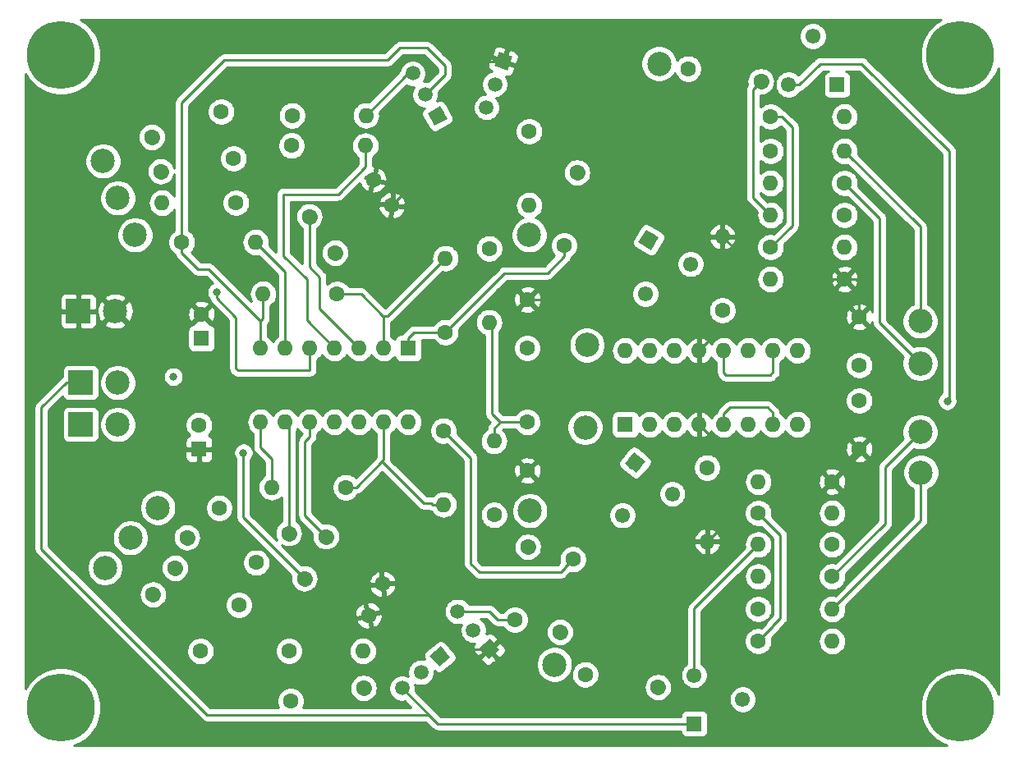
<source format=gbr>
G04 #@! TF.GenerationSoftware,KiCad,Pcbnew,(5.1.2-1)-1*
G04 #@! TF.CreationDate,2021-01-05T14:06:24-05:00*
G04 #@! TF.ProjectId,VCA - MFOS,56434120-2d20-44d4-964f-532e6b696361,rev?*
G04 #@! TF.SameCoordinates,Original*
G04 #@! TF.FileFunction,Copper,L1,Top*
G04 #@! TF.FilePolarity,Positive*
%FSLAX46Y46*%
G04 Gerber Fmt 4.6, Leading zero omitted, Abs format (unit mm)*
G04 Created by KiCad (PCBNEW (5.1.2-1)-1) date 2021-01-05 14:06:24*
%MOMM*%
%LPD*%
G04 APERTURE LIST*
%ADD10C,2.499360*%
%ADD11C,1.600000*%
%ADD12C,7.000000*%
%ADD13R,1.600000X1.600000*%
%ADD14C,1.500000*%
%ADD15C,0.100000*%
%ADD16C,1.600000*%
%ADD17O,1.600000X1.600000*%
%ADD18C,1.550000*%
%ADD19R,1.550000X1.550000*%
%ADD20R,2.499360X2.499360*%
%ADD21C,0.800000*%
%ADD22C,0.250000*%
%ADD23C,0.254000*%
G04 APERTURE END LIST*
D10*
X105092500Y-43942000D03*
X105092500Y-48323500D03*
D11*
X64579500Y-41736000D03*
X64579500Y-46736000D03*
D12*
X16510000Y-83820000D03*
X109220000Y-83820000D03*
X109220000Y-16510000D03*
X16510000Y-16510000D03*
D11*
X30988000Y-43220000D03*
D13*
X30988000Y-45720000D03*
X30734000Y-57150000D03*
D11*
X30734000Y-54650000D03*
D10*
X23659499Y-66301272D03*
X26476076Y-63204330D03*
X105156000Y-59563000D03*
X21043652Y-69403698D03*
X64833500Y-63500000D03*
X70548500Y-54927500D03*
X67373500Y-79375000D03*
X105092500Y-55372000D03*
X22352000Y-31242000D03*
X24130000Y-35052000D03*
X20828000Y-27432000D03*
X64770000Y-35052000D03*
X70739000Y-46418500D03*
X78168500Y-17399000D03*
D14*
X55562500Y-78549500D03*
D15*
G36*
X54505876Y-78457057D02*
G01*
X55654943Y-77492876D01*
X56619124Y-78641943D01*
X55470057Y-79606124D01*
X54505876Y-78457057D01*
X54505876Y-78457057D01*
G37*
D14*
X51670994Y-81814861D03*
X53616747Y-80182181D03*
X59009819Y-75841747D03*
X57377139Y-73895994D03*
X60642500Y-77787500D03*
D15*
G36*
X60734943Y-76730876D02*
G01*
X61699124Y-77879943D01*
X60550057Y-78844124D01*
X59585876Y-77695057D01*
X60734943Y-76730876D01*
X60734943Y-76730876D01*
G37*
D14*
X54038500Y-20596795D03*
X52768500Y-18397091D03*
X55308500Y-22796500D03*
D15*
G36*
X55583019Y-21771981D02*
G01*
X56333019Y-23071019D01*
X55033981Y-23821019D01*
X54283981Y-22521981D01*
X55583019Y-21771981D01*
X55583019Y-21771981D01*
G37*
D14*
X62103000Y-17145000D03*
D15*
G36*
X61141715Y-17593254D02*
G01*
X61654746Y-16183715D01*
X63064285Y-16696746D01*
X62551254Y-18106285D01*
X61141715Y-17593254D01*
X61141715Y-17593254D01*
G37*
D14*
X60365538Y-21918639D03*
X61234269Y-19531819D03*
D11*
X30893231Y-77989223D03*
X25995189Y-72151964D03*
D16*
X25995189Y-72151964D02*
X25995189Y-72151964D01*
D11*
X34860439Y-73216243D03*
X28261325Y-69406243D03*
D16*
X28261325Y-69406243D02*
X28261325Y-69406243D01*
D11*
X29486145Y-66259590D03*
D16*
X29486145Y-66259590D02*
X29486145Y-66259590D01*
D11*
X36646603Y-68865783D03*
X88392000Y-73660000D03*
D17*
X96012000Y-73660000D03*
D11*
X88392000Y-76962000D03*
D17*
X96012000Y-76962000D03*
D11*
X40195500Y-83121500D03*
X47699735Y-81798301D03*
D16*
X47699735Y-81798301D02*
X47699735Y-81798301D01*
D11*
X83121500Y-59055000D03*
D17*
X83121500Y-66675000D03*
D11*
X43819741Y-66158458D03*
D16*
X43819741Y-66158458D02*
X43819741Y-66158458D01*
D11*
X49657000Y-71056500D03*
X39983981Y-65823245D03*
D16*
X39983981Y-65823245D02*
X39983981Y-65823245D01*
D11*
X32823523Y-63217052D03*
X61150500Y-63944500D03*
D17*
X61150500Y-56324500D03*
X38227000Y-61087000D03*
D11*
X45847000Y-61087000D03*
X64632699Y-67235265D03*
D16*
X64632699Y-67235265D02*
X64632699Y-67235265D01*
D11*
X63309500Y-74739500D03*
X40005000Y-77978000D03*
D17*
X47625000Y-77978000D03*
D11*
X88392000Y-63754000D03*
D17*
X96012000Y-63754000D03*
X88392000Y-60515500D03*
D11*
X96012000Y-60515500D03*
X55943500Y-55245000D03*
D17*
X55943500Y-62865000D03*
D11*
X41597386Y-70485000D03*
D16*
X41597386Y-70485000D02*
X41597386Y-70485000D01*
D11*
X48196500Y-74295000D03*
X96012000Y-66992500D03*
D17*
X88392000Y-66992500D03*
D11*
X70548500Y-80391000D03*
X78052735Y-81714199D03*
D16*
X78052735Y-81714199D02*
X78052735Y-81714199D01*
D17*
X88392000Y-70294500D03*
D11*
X96012000Y-70294500D03*
X67955301Y-76020735D03*
D16*
X67955301Y-76020735D02*
X67955301Y-76020735D01*
D11*
X69278500Y-68516500D03*
X25859542Y-24958193D03*
D16*
X25859542Y-24958193D02*
X25859542Y-24958193D01*
D11*
X33020000Y-22352000D03*
X26785765Y-28501199D03*
D16*
X26785765Y-28501199D02*
X26785765Y-28501199D01*
D11*
X34290000Y-27178000D03*
D17*
X26924000Y-31750000D03*
D11*
X34544000Y-31750000D03*
X89662000Y-26416000D03*
D17*
X97282000Y-26416000D03*
X97282000Y-22860000D03*
D11*
X89662000Y-22860000D03*
X40322500Y-22733000D03*
D17*
X47942500Y-22733000D03*
X84683601Y-35219153D03*
D11*
X84683601Y-42839153D03*
X50609500Y-32004000D03*
X44772241Y-36902042D03*
D16*
X44772241Y-36902042D02*
X44772241Y-36902042D01*
D17*
X36576000Y-35814000D03*
D11*
X28956000Y-35814000D03*
X60642500Y-36449000D03*
D17*
X60642500Y-44069000D03*
X37338000Y-41148000D03*
D11*
X44958000Y-41148000D03*
X64770000Y-24384000D03*
D17*
X64770000Y-32004000D03*
D11*
X40259000Y-25844500D03*
D17*
X47879000Y-25844500D03*
D11*
X89662000Y-36322000D03*
D17*
X97282000Y-36322000D03*
X89662000Y-39624000D03*
D11*
X97282000Y-39624000D03*
D17*
X56134000Y-37465000D03*
D11*
X56134000Y-45085000D03*
X42105386Y-33147000D03*
D16*
X42105386Y-33147000D02*
X42105386Y-33147000D01*
D11*
X48704500Y-29337000D03*
X97282000Y-33020000D03*
D17*
X89662000Y-33020000D03*
D11*
X81153000Y-17907000D03*
X88657235Y-19230199D03*
D16*
X88657235Y-19230199D02*
X88657235Y-19230199D01*
D17*
X89662000Y-29718000D03*
D11*
X97282000Y-29718000D03*
X69712699Y-28627265D03*
D16*
X69712699Y-28627265D02*
X69712699Y-28627265D01*
D11*
X68389500Y-36131500D03*
D18*
X81788000Y-80471000D03*
D19*
X81788000Y-85471000D03*
D18*
X86788000Y-82971000D03*
X74393173Y-63984191D03*
X75692000Y-58547000D03*
D15*
G36*
X74600155Y-58642524D02*
G01*
X75596476Y-57455155D01*
X76783845Y-58451476D01*
X75787524Y-59638845D01*
X74600155Y-58642524D01*
X74600155Y-58642524D01*
G37*
D18*
X79522222Y-61760938D03*
X91520000Y-19558000D03*
D19*
X96520000Y-19558000D03*
D18*
X94020000Y-14558000D03*
X76754064Y-41140127D03*
X77089000Y-35560000D03*
D15*
G36*
X76030330Y-35843670D02*
G01*
X76805330Y-34501330D01*
X78147670Y-35276330D01*
X77372670Y-36618670D01*
X76030330Y-35843670D01*
X76030330Y-35843670D01*
G37*
D18*
X81419127Y-38060000D03*
D13*
X52324000Y-46736000D03*
D17*
X37084000Y-54356000D03*
X49784000Y-46736000D03*
X39624000Y-54356000D03*
X47244000Y-46736000D03*
X42164000Y-54356000D03*
X44704000Y-46736000D03*
X44704000Y-54356000D03*
X42164000Y-46736000D03*
X47244000Y-54356000D03*
X39624000Y-46736000D03*
X49784000Y-54356000D03*
X37084000Y-46736000D03*
X52324000Y-54356000D03*
D13*
X74676000Y-54610000D03*
D17*
X92456000Y-46990000D03*
X77216000Y-54610000D03*
X89916000Y-46990000D03*
X79756000Y-54610000D03*
X87376000Y-46990000D03*
X82296000Y-54610000D03*
X84836000Y-46990000D03*
X84836000Y-54610000D03*
X82296000Y-46990000D03*
X87376000Y-54610000D03*
X79756000Y-46990000D03*
X89916000Y-54610000D03*
X77216000Y-46990000D03*
X92456000Y-54610000D03*
X74676000Y-46990000D03*
D11*
X98806000Y-52150000D03*
X98806000Y-57150000D03*
X98806000Y-48514000D03*
X98806000Y-43514000D03*
X64579500Y-54372500D03*
X64579500Y-59372500D03*
D10*
X22352000Y-50292000D03*
D20*
X18542000Y-50292000D03*
X18542000Y-54610000D03*
D10*
X22352000Y-54610000D03*
D20*
X18288000Y-42926000D03*
D10*
X22098000Y-42926000D03*
D21*
X77470000Y-26924000D03*
X106172000Y-73914000D03*
X75946000Y-71120000D03*
X17272000Y-35052000D03*
X57658000Y-28702000D03*
X27178000Y-17526000D03*
X37084000Y-23114000D03*
X50292000Y-66294000D03*
X28084000Y-49674000D03*
X107886500Y-52197000D03*
X35306000Y-57531000D03*
X32575500Y-40957500D03*
D22*
X78486000Y-38227000D02*
X81493847Y-35219153D01*
X75057000Y-38227000D02*
X78486000Y-38227000D01*
X71548000Y-41736000D02*
X75057000Y-38227000D01*
X81493847Y-35219153D02*
X84683601Y-35219153D01*
X64579500Y-41736000D02*
X71548000Y-41736000D01*
X60365538Y-22247962D02*
X60365538Y-21918639D01*
X99605999Y-44313999D02*
X99605999Y-44424499D01*
X98806000Y-43514000D02*
X99605999Y-44313999D01*
X99605999Y-44424499D02*
X101028500Y-45847000D01*
X101028500Y-54927500D02*
X98806000Y-57150000D01*
X101028500Y-45847000D02*
X101028500Y-54927500D01*
X96150630Y-39624000D02*
X97282000Y-39624000D01*
X92848630Y-42926000D02*
X96150630Y-39624000D01*
X88265000Y-42926000D02*
X92848630Y-42926000D01*
X87122000Y-41783000D02*
X88265000Y-42926000D01*
X87122000Y-37657552D02*
X87122000Y-41783000D01*
X84683601Y-35219153D02*
X87122000Y-37657552D01*
X98413370Y-39624000D02*
X98806000Y-40016630D01*
X97282000Y-39624000D02*
X98413370Y-39624000D01*
X98806000Y-40016630D02*
X98806000Y-43514000D01*
X98806000Y-57721500D02*
X98806000Y-57150000D01*
X96012000Y-60515500D02*
X98806000Y-57721500D01*
X83121500Y-66675000D02*
X85915500Y-63881000D01*
X93091000Y-57594500D02*
X96012000Y-60515500D01*
X85915500Y-58674000D02*
X85979000Y-58674000D01*
X87058500Y-57594500D02*
X93091000Y-57594500D01*
X85979000Y-58674000D02*
X87058500Y-57594500D01*
X57658000Y-24955500D02*
X50609500Y-32004000D01*
X57658000Y-18034000D02*
X57658000Y-24955500D01*
X58547000Y-17145000D02*
X57658000Y-18034000D01*
X62103000Y-17145000D02*
X58547000Y-17145000D01*
X58483500Y-77787500D02*
X60642500Y-77787500D01*
X51752500Y-71056500D02*
X58483500Y-77787500D01*
X49657000Y-71056500D02*
X51752500Y-71056500D01*
X85915500Y-58229500D02*
X85915500Y-58991500D01*
X82296000Y-54610000D02*
X85915500Y-58229500D01*
X85915500Y-58991500D02*
X85915500Y-58674000D01*
X85915500Y-63881000D02*
X85915500Y-58991500D01*
X86741000Y-44450000D02*
X88265000Y-42926000D01*
X84836000Y-44450000D02*
X86741000Y-44450000D01*
X82296000Y-46990000D02*
X84836000Y-44450000D01*
X41846500Y-43878500D02*
X44704000Y-46736000D01*
X39433500Y-30861000D02*
X39433500Y-37211000D01*
X39433500Y-37211000D02*
X41846500Y-39624000D01*
X45071498Y-30861000D02*
X39433500Y-30861000D01*
X41846500Y-39624000D02*
X41846500Y-43878500D01*
X47879000Y-28053498D02*
X45071498Y-30861000D01*
X47879000Y-25844500D02*
X47879000Y-28053498D01*
X55327133Y-85471000D02*
X81788000Y-85471000D01*
X51670994Y-81814861D02*
X55327133Y-85471000D01*
X17042320Y-50292000D02*
X18542000Y-50292000D01*
X31587501Y-84546501D02*
X14478000Y-67437000D01*
X14478000Y-52856320D02*
X17042320Y-50292000D01*
X14478000Y-67437000D02*
X14478000Y-52856320D01*
X54402634Y-84546501D02*
X31587501Y-84546501D01*
X55327133Y-85471000D02*
X54402634Y-84546501D01*
X52278409Y-18397091D02*
X52768500Y-18397091D01*
X47942500Y-22733000D02*
X52278409Y-18397091D01*
X88862001Y-32220001D02*
X89662000Y-33020000D01*
X87857236Y-31215236D02*
X88862001Y-32220001D01*
X87857236Y-20030198D02*
X87857236Y-31215236D01*
X88657235Y-19230199D02*
X87857236Y-20030198D01*
X60960000Y-44386500D02*
X60642500Y-44069000D01*
X61802000Y-54372500D02*
X60960000Y-53530500D01*
X64579500Y-54372500D02*
X61802000Y-54372500D01*
X60960000Y-53530500D02*
X60960000Y-44386500D01*
X61150500Y-55024000D02*
X61802000Y-54372500D01*
X61150500Y-56324500D02*
X61150500Y-55024000D01*
X81788000Y-73596500D02*
X88392000Y-66992500D01*
X81788000Y-80471000D02*
X81788000Y-73596500D01*
X92616015Y-19558000D02*
X94775015Y-17399000D01*
X91520000Y-19558000D02*
X92616015Y-19558000D01*
X94775015Y-17399000D02*
X99060000Y-17399000D01*
X99060000Y-17399000D02*
X108077000Y-26416000D01*
X108077000Y-26416000D02*
X108077000Y-52387500D01*
X108077000Y-52387500D02*
X107886500Y-52197000D01*
X107886500Y-52197000D02*
X107886500Y-52197000D01*
X105156000Y-64516000D02*
X96012000Y-73660000D01*
X105156000Y-59563000D02*
X105156000Y-64516000D01*
X101473000Y-64833500D02*
X96012000Y-70294500D01*
X101473000Y-58991500D02*
X101473000Y-64833500D01*
X105092500Y-55372000D02*
X101473000Y-58991500D01*
X105092500Y-34226500D02*
X97282000Y-26416000D01*
X105092500Y-43942000D02*
X105092500Y-34226500D01*
X37020500Y-54419500D02*
X37084000Y-54356000D01*
X38227000Y-61087000D02*
X38227000Y-58166000D01*
X38227000Y-58166000D02*
X37020500Y-56959500D01*
X37084000Y-56896000D02*
X37084000Y-54356000D01*
X37020500Y-56959500D02*
X37084000Y-56896000D01*
X37084000Y-43942000D02*
X37084000Y-46736000D01*
X31750000Y-38608000D02*
X37084000Y-43942000D01*
X28956000Y-36945370D02*
X30618630Y-38608000D01*
X30618630Y-38608000D02*
X31750000Y-38608000D01*
X28956000Y-35814000D02*
X28956000Y-36945370D01*
X37338000Y-43688000D02*
X37338000Y-41148000D01*
X37084000Y-43942000D02*
X37338000Y-43688000D01*
X28956000Y-21399500D02*
X28956000Y-35814000D01*
X50160910Y-17022090D02*
X33333410Y-17022090D01*
X54229000Y-15748000D02*
X51435000Y-15748000D01*
X56070500Y-17589500D02*
X54229000Y-15748000D01*
X33333410Y-17022090D02*
X28956000Y-21399500D01*
X51435000Y-15748000D02*
X50160910Y-17022090D01*
X56070500Y-18564795D02*
X56070500Y-17589500D01*
X54038500Y-20596795D02*
X56070500Y-18564795D01*
X39983981Y-54715981D02*
X39624000Y-54356000D01*
X39983981Y-65823245D02*
X39983981Y-54715981D01*
X89916000Y-53403500D02*
X89916000Y-54610000D01*
X89344500Y-52832000D02*
X89916000Y-53403500D01*
X85482630Y-52832000D02*
X89344500Y-52832000D01*
X84836000Y-53478630D02*
X85482630Y-52832000D01*
X84836000Y-54610000D02*
X84836000Y-53478630D01*
X88392000Y-63754000D02*
X90678000Y-66040000D01*
X89916000Y-75438000D02*
X88392000Y-76962000D01*
X89916000Y-75311000D02*
X90678000Y-74549000D01*
X89916000Y-75438000D02*
X89916000Y-75311000D01*
X90678000Y-66040000D02*
X90678000Y-74549000D01*
X43819741Y-66158458D02*
X41656000Y-63994717D01*
X41656000Y-63994717D02*
X41656000Y-56388000D01*
X42164000Y-55880000D02*
X42164000Y-54356000D01*
X41656000Y-56388000D02*
X42164000Y-55880000D01*
X49784000Y-55487370D02*
X49784000Y-54356000D01*
X49784000Y-58281370D02*
X49784000Y-55487370D01*
X45847000Y-61087000D02*
X46978370Y-61087000D01*
X54812130Y-62865000D02*
X54685130Y-62738000D01*
X55943500Y-62865000D02*
X54812130Y-62865000D01*
X54685130Y-62738000D02*
X53911500Y-62738000D01*
X53911500Y-62738000D02*
X49619435Y-58445935D01*
X49619435Y-58445935D02*
X49784000Y-58281370D01*
X46978370Y-61087000D02*
X49619435Y-58445935D01*
X41597386Y-70485000D02*
X35306000Y-64193614D01*
X35306000Y-64193614D02*
X35306000Y-57531000D01*
X35306000Y-57531000D02*
X35306000Y-57531000D01*
X68478501Y-69316499D02*
X68478501Y-69379999D01*
X69278500Y-68516500D02*
X68478501Y-69316499D01*
X68478501Y-69379999D02*
X68008500Y-69850000D01*
X68008500Y-69850000D02*
X59626500Y-69850000D01*
X59626500Y-69850000D02*
X58737500Y-68961000D01*
X58737500Y-58039000D02*
X55943500Y-55245000D01*
X58737500Y-68961000D02*
X58737500Y-58039000D01*
X39624000Y-38862000D02*
X39624000Y-46736000D01*
X36576000Y-35814000D02*
X39624000Y-38862000D01*
X84836000Y-49276000D02*
X85090000Y-49530000D01*
X84836000Y-46990000D02*
X84836000Y-49276000D01*
X89598500Y-49530000D02*
X89916000Y-49212500D01*
X89916000Y-49212500D02*
X89916000Y-46990000D01*
X85090000Y-49530000D02*
X89598500Y-49530000D01*
X90793370Y-22860000D02*
X91376500Y-23443130D01*
X89662000Y-22860000D02*
X90793370Y-22860000D01*
X91376500Y-23443130D02*
X91388130Y-23443130D01*
X91388130Y-23443130D02*
X91884500Y-23939500D01*
X91884500Y-34099500D02*
X89662000Y-36322000D01*
X91884500Y-23939500D02*
X91884500Y-34099500D01*
X42164000Y-48958500D02*
X42164000Y-46736000D01*
X34544000Y-48831500D02*
X34734500Y-49022000D01*
X34544000Y-43561000D02*
X34544000Y-48831500D01*
X32575500Y-41592500D02*
X34544000Y-43561000D01*
X42100500Y-49022000D02*
X42164000Y-48958500D01*
X34734500Y-49022000D02*
X42100500Y-49022000D01*
X32575500Y-40957500D02*
X32575500Y-41592500D01*
X44958000Y-41148000D02*
X47434500Y-41148000D01*
X49784000Y-43497500D02*
X49784000Y-46736000D01*
X56134000Y-37465000D02*
X50196750Y-43402250D01*
X50196750Y-43402250D02*
X49688750Y-43402250D01*
X49688750Y-43402250D02*
X49784000Y-43497500D01*
X47434500Y-41148000D02*
X49688750Y-43402250D01*
X42105386Y-33147000D02*
X42105386Y-38358886D01*
X42105386Y-38358886D02*
X43180000Y-39433500D01*
X43180000Y-39433500D02*
X43180000Y-42672000D01*
X43180000Y-42672000D02*
X45085000Y-44577000D01*
X45085000Y-44577000D02*
X47244000Y-46736000D01*
X68389500Y-37262870D02*
X66663370Y-38989000D01*
X68389500Y-36131500D02*
X68389500Y-37262870D01*
X62230000Y-38989000D02*
X56134000Y-45085000D01*
X66663370Y-38989000D02*
X62230000Y-38989000D01*
X52324000Y-45686000D02*
X52324000Y-46736000D01*
X52925000Y-45085000D02*
X52324000Y-45686000D01*
X56134000Y-45085000D02*
X52925000Y-45085000D01*
X100901500Y-33337500D02*
X97282000Y-29718000D01*
X100901500Y-44132500D02*
X100901500Y-33337500D01*
X105092500Y-48323500D02*
X100901500Y-44132500D01*
X63309500Y-74739500D02*
X61531500Y-74739500D01*
X60687994Y-73895994D02*
X57377139Y-73895994D01*
X61531500Y-74739500D02*
X60687994Y-73895994D01*
D23*
G36*
X106584091Y-13298136D02*
G01*
X106008136Y-13874091D01*
X105555611Y-14551343D01*
X105243906Y-15303865D01*
X105085000Y-16102738D01*
X105085000Y-16917262D01*
X105243906Y-17716135D01*
X105555611Y-18468657D01*
X106008136Y-19145909D01*
X106584091Y-19721864D01*
X107261343Y-20174389D01*
X108013865Y-20486094D01*
X108812738Y-20645000D01*
X109627262Y-20645000D01*
X110426135Y-20486094D01*
X111178657Y-20174389D01*
X111855909Y-19721864D01*
X112431864Y-19145909D01*
X112884389Y-18468657D01*
X113132001Y-17870869D01*
X113132000Y-82459129D01*
X112884389Y-81861343D01*
X112431864Y-81184091D01*
X111855909Y-80608136D01*
X111178657Y-80155611D01*
X110426135Y-79843906D01*
X109627262Y-79685000D01*
X108812738Y-79685000D01*
X108013865Y-79843906D01*
X107261343Y-80155611D01*
X106584091Y-80608136D01*
X106008136Y-81184091D01*
X105555611Y-81861343D01*
X105243906Y-82613865D01*
X105085000Y-83412738D01*
X105085000Y-84227262D01*
X105243906Y-85026135D01*
X105555611Y-85778657D01*
X106008136Y-86455909D01*
X106584091Y-87031864D01*
X107261343Y-87484389D01*
X107859128Y-87732000D01*
X17870872Y-87732000D01*
X18468657Y-87484389D01*
X19145909Y-87031864D01*
X19721864Y-86455909D01*
X20174389Y-85778657D01*
X20486094Y-85026135D01*
X20645000Y-84227262D01*
X20645000Y-83412738D01*
X20486094Y-82613865D01*
X20174389Y-81861343D01*
X19721864Y-81184091D01*
X19145909Y-80608136D01*
X18468657Y-80155611D01*
X17716135Y-79843906D01*
X16917262Y-79685000D01*
X16102738Y-79685000D01*
X15303865Y-79843906D01*
X14551343Y-80155611D01*
X13874091Y-80608136D01*
X13298136Y-81184091D01*
X12852000Y-81851781D01*
X12852000Y-52856320D01*
X13714324Y-52856320D01*
X13718001Y-52893652D01*
X13718000Y-67399678D01*
X13714324Y-67437000D01*
X13718000Y-67474322D01*
X13718000Y-67474332D01*
X13728997Y-67585985D01*
X13772454Y-67729246D01*
X13843026Y-67861276D01*
X13859646Y-67881527D01*
X13937999Y-67977001D01*
X13967003Y-68000804D01*
X31023701Y-85057503D01*
X31047500Y-85086502D01*
X31163225Y-85181475D01*
X31295254Y-85252047D01*
X31438515Y-85295504D01*
X31550168Y-85306501D01*
X31550177Y-85306501D01*
X31587500Y-85310177D01*
X31624823Y-85306501D01*
X54087832Y-85306501D01*
X54763334Y-85982003D01*
X54787132Y-86011001D01*
X54816130Y-86034799D01*
X54902856Y-86105974D01*
X55034884Y-86176545D01*
X55034886Y-86176546D01*
X55178147Y-86220003D01*
X55289800Y-86231000D01*
X55289809Y-86231000D01*
X55327132Y-86234676D01*
X55364455Y-86231000D01*
X80374928Y-86231000D01*
X80374928Y-86246000D01*
X80387188Y-86370482D01*
X80423498Y-86490180D01*
X80482463Y-86600494D01*
X80561815Y-86697185D01*
X80658506Y-86776537D01*
X80768820Y-86835502D01*
X80888518Y-86871812D01*
X81013000Y-86884072D01*
X82563000Y-86884072D01*
X82687482Y-86871812D01*
X82807180Y-86835502D01*
X82917494Y-86776537D01*
X83014185Y-86697185D01*
X83093537Y-86600494D01*
X83152502Y-86490180D01*
X83188812Y-86370482D01*
X83201072Y-86246000D01*
X83201072Y-84696000D01*
X83188812Y-84571518D01*
X83152502Y-84451820D01*
X83093537Y-84341506D01*
X83014185Y-84244815D01*
X82917494Y-84165463D01*
X82807180Y-84106498D01*
X82687482Y-84070188D01*
X82563000Y-84057928D01*
X81013000Y-84057928D01*
X80888518Y-84070188D01*
X80768820Y-84106498D01*
X80658506Y-84165463D01*
X80561815Y-84244815D01*
X80482463Y-84341506D01*
X80423498Y-84451820D01*
X80387188Y-84571518D01*
X80374928Y-84696000D01*
X80374928Y-84711000D01*
X55641935Y-84711000D01*
X54966433Y-84035498D01*
X54942635Y-84006500D01*
X54913635Y-83982701D01*
X53027161Y-82096226D01*
X53055994Y-81951272D01*
X53055994Y-81678450D01*
X53006260Y-81428422D01*
X53212758Y-81513956D01*
X53480336Y-81567181D01*
X53753158Y-81567181D01*
X54020736Y-81513956D01*
X54272790Y-81409552D01*
X54499633Y-81257980D01*
X54692546Y-81065067D01*
X54844118Y-80838224D01*
X54948522Y-80586170D01*
X55001747Y-80318592D01*
X55001747Y-80045770D01*
X54999410Y-80034022D01*
X55070673Y-80103746D01*
X55175428Y-80172101D01*
X55291506Y-80218705D01*
X55414445Y-80241768D01*
X55539522Y-80240404D01*
X55661929Y-80214664D01*
X55776962Y-80165539D01*
X55880202Y-80094916D01*
X57029269Y-79130735D01*
X57116746Y-79041327D01*
X57185101Y-78936572D01*
X57201126Y-78896658D01*
X59765205Y-78896658D01*
X60061266Y-79254269D01*
X60150673Y-79341747D01*
X60255429Y-79410101D01*
X60371507Y-79456705D01*
X60494446Y-79479768D01*
X60619522Y-79478403D01*
X60741929Y-79452665D01*
X60856963Y-79403539D01*
X60960202Y-79332916D01*
X61128986Y-79189375D01*
X65488820Y-79189375D01*
X65488820Y-79560625D01*
X65561247Y-79924741D01*
X65703318Y-80267731D01*
X65909574Y-80576413D01*
X66172087Y-80838926D01*
X66480769Y-81045182D01*
X66823759Y-81187253D01*
X67187875Y-81259680D01*
X67559125Y-81259680D01*
X67923241Y-81187253D01*
X68266231Y-81045182D01*
X68574913Y-80838926D01*
X68837426Y-80576413D01*
X69043682Y-80267731D01*
X69051165Y-80249665D01*
X69113500Y-80249665D01*
X69113500Y-80532335D01*
X69168647Y-80809574D01*
X69276820Y-81070727D01*
X69433863Y-81305759D01*
X69633741Y-81505637D01*
X69868773Y-81662680D01*
X70129926Y-81770853D01*
X70407165Y-81826000D01*
X70689835Y-81826000D01*
X70967074Y-81770853D01*
X71103848Y-81714199D01*
X76610792Y-81714199D01*
X76638499Y-81995508D01*
X76720553Y-82266007D01*
X76853803Y-82515300D01*
X77033127Y-82733807D01*
X77251634Y-82913131D01*
X77500927Y-83046381D01*
X77771426Y-83128435D01*
X77982243Y-83149199D01*
X78123227Y-83149199D01*
X78334044Y-83128435D01*
X78604543Y-83046381D01*
X78853836Y-82913131D01*
X78952539Y-82832127D01*
X85378000Y-82832127D01*
X85378000Y-83109873D01*
X85432186Y-83382282D01*
X85538475Y-83638885D01*
X85692782Y-83869822D01*
X85889178Y-84066218D01*
X86120115Y-84220525D01*
X86376718Y-84326814D01*
X86649127Y-84381000D01*
X86926873Y-84381000D01*
X87199282Y-84326814D01*
X87455885Y-84220525D01*
X87686822Y-84066218D01*
X87883218Y-83869822D01*
X88037525Y-83638885D01*
X88143814Y-83382282D01*
X88198000Y-83109873D01*
X88198000Y-82832127D01*
X88143814Y-82559718D01*
X88037525Y-82303115D01*
X87883218Y-82072178D01*
X87686822Y-81875782D01*
X87455885Y-81721475D01*
X87199282Y-81615186D01*
X86926873Y-81561000D01*
X86649127Y-81561000D01*
X86376718Y-81615186D01*
X86120115Y-81721475D01*
X85889178Y-81875782D01*
X85692782Y-82072178D01*
X85538475Y-82303115D01*
X85432186Y-82559718D01*
X85378000Y-82832127D01*
X78952539Y-82832127D01*
X79072343Y-82733807D01*
X79251667Y-82515300D01*
X79384917Y-82266007D01*
X79466971Y-81995508D01*
X79494678Y-81714199D01*
X79466971Y-81432890D01*
X79384917Y-81162391D01*
X79251667Y-80913098D01*
X79072343Y-80694591D01*
X78853836Y-80515267D01*
X78604543Y-80382017D01*
X78440076Y-80332127D01*
X80378000Y-80332127D01*
X80378000Y-80609873D01*
X80432186Y-80882282D01*
X80538475Y-81138885D01*
X80692782Y-81369822D01*
X80889178Y-81566218D01*
X81120115Y-81720525D01*
X81376718Y-81826814D01*
X81649127Y-81881000D01*
X81926873Y-81881000D01*
X82199282Y-81826814D01*
X82455885Y-81720525D01*
X82686822Y-81566218D01*
X82883218Y-81369822D01*
X83037525Y-81138885D01*
X83143814Y-80882282D01*
X83198000Y-80609873D01*
X83198000Y-80332127D01*
X83143814Y-80059718D01*
X83037525Y-79803115D01*
X82883218Y-79572178D01*
X82686822Y-79375782D01*
X82548000Y-79283024D01*
X82548000Y-73911301D01*
X82940636Y-73518665D01*
X86957000Y-73518665D01*
X86957000Y-73801335D01*
X87012147Y-74078574D01*
X87120320Y-74339727D01*
X87277363Y-74574759D01*
X87477241Y-74774637D01*
X87712273Y-74931680D01*
X87973426Y-75039853D01*
X88250665Y-75095000D01*
X88533335Y-75095000D01*
X88810574Y-75039853D01*
X89071727Y-74931680D01*
X89306759Y-74774637D01*
X89506637Y-74574759D01*
X89663680Y-74339727D01*
X89771853Y-74078574D01*
X89827000Y-73801335D01*
X89827000Y-73518665D01*
X89771853Y-73241426D01*
X89663680Y-72980273D01*
X89506637Y-72745241D01*
X89306759Y-72545363D01*
X89071727Y-72388320D01*
X88810574Y-72280147D01*
X88533335Y-72225000D01*
X88250665Y-72225000D01*
X87973426Y-72280147D01*
X87712273Y-72388320D01*
X87477241Y-72545363D01*
X87277363Y-72745241D01*
X87120320Y-72980273D01*
X87012147Y-73241426D01*
X86957000Y-73518665D01*
X82940636Y-73518665D01*
X86164801Y-70294500D01*
X86950057Y-70294500D01*
X86977764Y-70575809D01*
X87059818Y-70846308D01*
X87193068Y-71095601D01*
X87372392Y-71314108D01*
X87590899Y-71493432D01*
X87840192Y-71626682D01*
X88110691Y-71708736D01*
X88321508Y-71729500D01*
X88462492Y-71729500D01*
X88673309Y-71708736D01*
X88943808Y-71626682D01*
X89193101Y-71493432D01*
X89411608Y-71314108D01*
X89590932Y-71095601D01*
X89724182Y-70846308D01*
X89806236Y-70575809D01*
X89833943Y-70294500D01*
X89806236Y-70013191D01*
X89724182Y-69742692D01*
X89590932Y-69493399D01*
X89411608Y-69274892D01*
X89193101Y-69095568D01*
X88943808Y-68962318D01*
X88673309Y-68880264D01*
X88462492Y-68859500D01*
X88321508Y-68859500D01*
X88110691Y-68880264D01*
X87840192Y-68962318D01*
X87590899Y-69095568D01*
X87372392Y-69274892D01*
X87193068Y-69493399D01*
X87059818Y-69742692D01*
X86977764Y-70013191D01*
X86950057Y-70294500D01*
X86164801Y-70294500D01*
X88066094Y-68393208D01*
X88110691Y-68406736D01*
X88321508Y-68427500D01*
X88462492Y-68427500D01*
X88673309Y-68406736D01*
X88943808Y-68324682D01*
X89193101Y-68191432D01*
X89411608Y-68012108D01*
X89590932Y-67793601D01*
X89724182Y-67544308D01*
X89806236Y-67273809D01*
X89833943Y-66992500D01*
X89806236Y-66711191D01*
X89724182Y-66440692D01*
X89590932Y-66191399D01*
X89411608Y-65972892D01*
X89193101Y-65793568D01*
X88943808Y-65660318D01*
X88673309Y-65578264D01*
X88462492Y-65557500D01*
X88321508Y-65557500D01*
X88110691Y-65578264D01*
X87840192Y-65660318D01*
X87590899Y-65793568D01*
X87372392Y-65972892D01*
X87193068Y-66191399D01*
X87059818Y-66440692D01*
X86977764Y-66711191D01*
X86950057Y-66992500D01*
X86977764Y-67273809D01*
X86991292Y-67318406D01*
X81276998Y-73032701D01*
X81248000Y-73056499D01*
X81224202Y-73085497D01*
X81224201Y-73085498D01*
X81153026Y-73172224D01*
X81082454Y-73304254D01*
X81038998Y-73447515D01*
X81024324Y-73596500D01*
X81028001Y-73633832D01*
X81028000Y-79283024D01*
X80889178Y-79375782D01*
X80692782Y-79572178D01*
X80538475Y-79803115D01*
X80432186Y-80059718D01*
X80378000Y-80332127D01*
X78440076Y-80332127D01*
X78334044Y-80299963D01*
X78123227Y-80279199D01*
X77982243Y-80279199D01*
X77771426Y-80299963D01*
X77500927Y-80382017D01*
X77251634Y-80515267D01*
X77033127Y-80694591D01*
X76853803Y-80913098D01*
X76720553Y-81162391D01*
X76638499Y-81432890D01*
X76610792Y-81714199D01*
X71103848Y-81714199D01*
X71228227Y-81662680D01*
X71463259Y-81505637D01*
X71663137Y-81305759D01*
X71820180Y-81070727D01*
X71928353Y-80809574D01*
X71983500Y-80532335D01*
X71983500Y-80249665D01*
X71928353Y-79972426D01*
X71820180Y-79711273D01*
X71663137Y-79476241D01*
X71463259Y-79276363D01*
X71228227Y-79119320D01*
X70967074Y-79011147D01*
X70689835Y-78956000D01*
X70407165Y-78956000D01*
X70129926Y-79011147D01*
X69868773Y-79119320D01*
X69633741Y-79276363D01*
X69433863Y-79476241D01*
X69276820Y-79711273D01*
X69168647Y-79972426D01*
X69113500Y-80249665D01*
X69051165Y-80249665D01*
X69185753Y-79924741D01*
X69258180Y-79560625D01*
X69258180Y-79189375D01*
X69185753Y-78825259D01*
X69043682Y-78482269D01*
X68837426Y-78173587D01*
X68574913Y-77911074D01*
X68266231Y-77704818D01*
X67923241Y-77562747D01*
X67559125Y-77490320D01*
X67187875Y-77490320D01*
X66823759Y-77562747D01*
X66480769Y-77704818D01*
X66172087Y-77911074D01*
X65909574Y-78173587D01*
X65703318Y-78482269D01*
X65561247Y-78825259D01*
X65488820Y-79189375D01*
X61128986Y-79189375D01*
X61313864Y-79032148D01*
X61333431Y-78808496D01*
X60626846Y-77966422D01*
X59784772Y-78673006D01*
X59765205Y-78896658D01*
X57201126Y-78896658D01*
X57231705Y-78820494D01*
X57254768Y-78697555D01*
X57253404Y-78572478D01*
X57227664Y-78450071D01*
X57178539Y-78335038D01*
X57107916Y-78231798D01*
X56143735Y-77082731D01*
X56054327Y-76995254D01*
X55949572Y-76926899D01*
X55833494Y-76880295D01*
X55710555Y-76857232D01*
X55585478Y-76858596D01*
X55463071Y-76884336D01*
X55348038Y-76933461D01*
X55244798Y-77004084D01*
X54095731Y-77968265D01*
X54008254Y-78057673D01*
X53939899Y-78162428D01*
X53893295Y-78278506D01*
X53870232Y-78401445D01*
X53871596Y-78526522D01*
X53897336Y-78648929D01*
X53946461Y-78763962D01*
X54003210Y-78846920D01*
X53753158Y-78797181D01*
X53480336Y-78797181D01*
X53212758Y-78850406D01*
X52960704Y-78954810D01*
X52733861Y-79106382D01*
X52540948Y-79299295D01*
X52389376Y-79526138D01*
X52284972Y-79778192D01*
X52231747Y-80045770D01*
X52231747Y-80318592D01*
X52281481Y-80568620D01*
X52074983Y-80483086D01*
X51807405Y-80429861D01*
X51534583Y-80429861D01*
X51267005Y-80483086D01*
X51014951Y-80587490D01*
X50788108Y-80739062D01*
X50595195Y-80931975D01*
X50443623Y-81158818D01*
X50339219Y-81410872D01*
X50285994Y-81678450D01*
X50285994Y-81951272D01*
X50339219Y-82218850D01*
X50443623Y-82470904D01*
X50595195Y-82697747D01*
X50788108Y-82890660D01*
X51014951Y-83042232D01*
X51267005Y-83146636D01*
X51534583Y-83199861D01*
X51807405Y-83199861D01*
X51952359Y-83171028D01*
X52567833Y-83786501D01*
X41473280Y-83786501D01*
X41575353Y-83540074D01*
X41630500Y-83262835D01*
X41630500Y-82980165D01*
X41575353Y-82702926D01*
X41467180Y-82441773D01*
X41310137Y-82206741D01*
X41110259Y-82006863D01*
X40875227Y-81849820D01*
X40750849Y-81798301D01*
X46257792Y-81798301D01*
X46285499Y-82079610D01*
X46367553Y-82350109D01*
X46500803Y-82599402D01*
X46680127Y-82817909D01*
X46898634Y-82997233D01*
X47147927Y-83130483D01*
X47418426Y-83212537D01*
X47629243Y-83233301D01*
X47770227Y-83233301D01*
X47981044Y-83212537D01*
X48251543Y-83130483D01*
X48500836Y-82997233D01*
X48719343Y-82817909D01*
X48898667Y-82599402D01*
X49031917Y-82350109D01*
X49113971Y-82079610D01*
X49141678Y-81798301D01*
X49113971Y-81516992D01*
X49031917Y-81246493D01*
X48898667Y-80997200D01*
X48719343Y-80778693D01*
X48500836Y-80599369D01*
X48251543Y-80466119D01*
X47981044Y-80384065D01*
X47770227Y-80363301D01*
X47629243Y-80363301D01*
X47418426Y-80384065D01*
X47147927Y-80466119D01*
X46898634Y-80599369D01*
X46680127Y-80778693D01*
X46500803Y-80997200D01*
X46367553Y-81246493D01*
X46285499Y-81516992D01*
X46257792Y-81798301D01*
X40750849Y-81798301D01*
X40614074Y-81741647D01*
X40336835Y-81686500D01*
X40054165Y-81686500D01*
X39776926Y-81741647D01*
X39515773Y-81849820D01*
X39280741Y-82006863D01*
X39080863Y-82206741D01*
X38923820Y-82441773D01*
X38815647Y-82702926D01*
X38760500Y-82980165D01*
X38760500Y-83262835D01*
X38815647Y-83540074D01*
X38917720Y-83786501D01*
X31902303Y-83786501D01*
X25963690Y-77847888D01*
X29458231Y-77847888D01*
X29458231Y-78130558D01*
X29513378Y-78407797D01*
X29621551Y-78668950D01*
X29778594Y-78903982D01*
X29978472Y-79103860D01*
X30213504Y-79260903D01*
X30474657Y-79369076D01*
X30751896Y-79424223D01*
X31034566Y-79424223D01*
X31311805Y-79369076D01*
X31572958Y-79260903D01*
X31807990Y-79103860D01*
X32007868Y-78903982D01*
X32164911Y-78668950D01*
X32273084Y-78407797D01*
X32328231Y-78130558D01*
X32328231Y-77847888D01*
X32325999Y-77836665D01*
X38570000Y-77836665D01*
X38570000Y-78119335D01*
X38625147Y-78396574D01*
X38733320Y-78657727D01*
X38890363Y-78892759D01*
X39090241Y-79092637D01*
X39325273Y-79249680D01*
X39586426Y-79357853D01*
X39863665Y-79413000D01*
X40146335Y-79413000D01*
X40423574Y-79357853D01*
X40684727Y-79249680D01*
X40919759Y-79092637D01*
X41119637Y-78892759D01*
X41276680Y-78657727D01*
X41384853Y-78396574D01*
X41440000Y-78119335D01*
X41440000Y-77978000D01*
X46183057Y-77978000D01*
X46210764Y-78259309D01*
X46292818Y-78529808D01*
X46426068Y-78779101D01*
X46605392Y-78997608D01*
X46823899Y-79176932D01*
X47073192Y-79310182D01*
X47343691Y-79392236D01*
X47554508Y-79413000D01*
X47695492Y-79413000D01*
X47906309Y-79392236D01*
X48176808Y-79310182D01*
X48426101Y-79176932D01*
X48644608Y-78997608D01*
X48823932Y-78779101D01*
X48957182Y-78529808D01*
X49039236Y-78259309D01*
X49066943Y-77978000D01*
X49039236Y-77696691D01*
X48957182Y-77426192D01*
X48823932Y-77176899D01*
X48644608Y-76958392D01*
X48426101Y-76779068D01*
X48176808Y-76645818D01*
X47906309Y-76563764D01*
X47695492Y-76543000D01*
X47554508Y-76543000D01*
X47343691Y-76563764D01*
X47073192Y-76645818D01*
X46823899Y-76779068D01*
X46605392Y-76958392D01*
X46426068Y-77176899D01*
X46292818Y-77426192D01*
X46210764Y-77696691D01*
X46183057Y-77978000D01*
X41440000Y-77978000D01*
X41440000Y-77836665D01*
X41384853Y-77559426D01*
X41276680Y-77298273D01*
X41119637Y-77063241D01*
X40919759Y-76863363D01*
X40684727Y-76706320D01*
X40423574Y-76598147D01*
X40146335Y-76543000D01*
X39863665Y-76543000D01*
X39586426Y-76598147D01*
X39325273Y-76706320D01*
X39090241Y-76863363D01*
X38890363Y-77063241D01*
X38733320Y-77298273D01*
X38625147Y-77559426D01*
X38570000Y-77836665D01*
X32325999Y-77836665D01*
X32273084Y-77570649D01*
X32164911Y-77309496D01*
X32007868Y-77074464D01*
X31807990Y-76874586D01*
X31572958Y-76717543D01*
X31311805Y-76609370D01*
X31034566Y-76554223D01*
X30751896Y-76554223D01*
X30474657Y-76609370D01*
X30213504Y-76717543D01*
X29978472Y-76874586D01*
X29778594Y-77074464D01*
X29621551Y-77309496D01*
X29513378Y-77570649D01*
X29458231Y-77847888D01*
X25963690Y-77847888D01*
X23111034Y-74995232D01*
X46935995Y-74995232D01*
X47096823Y-75227689D01*
X47299912Y-75424304D01*
X47537456Y-75577521D01*
X47800327Y-75681450D01*
X48078423Y-75732099D01*
X48220334Y-75736746D01*
X48404312Y-75561254D01*
X48106697Y-74450543D01*
X46995986Y-74748157D01*
X46935995Y-74995232D01*
X23111034Y-74995232D01*
X20267766Y-72151964D01*
X24553246Y-72151964D01*
X24580953Y-72433273D01*
X24663007Y-72703772D01*
X24796257Y-72953065D01*
X24975581Y-73171572D01*
X25194088Y-73350896D01*
X25443381Y-73484146D01*
X25713880Y-73566200D01*
X25924697Y-73586964D01*
X26065681Y-73586964D01*
X26276498Y-73566200D01*
X26546997Y-73484146D01*
X26796290Y-73350896D01*
X27014797Y-73171572D01*
X27094127Y-73074908D01*
X33425439Y-73074908D01*
X33425439Y-73357578D01*
X33480586Y-73634817D01*
X33588759Y-73895970D01*
X33745802Y-74131002D01*
X33945680Y-74330880D01*
X34180712Y-74487923D01*
X34441865Y-74596096D01*
X34719104Y-74651243D01*
X35001774Y-74651243D01*
X35279013Y-74596096D01*
X35540166Y-74487923D01*
X35775198Y-74330880D01*
X35787244Y-74318834D01*
X46754754Y-74318834D01*
X46930246Y-74502812D01*
X47370660Y-74384803D01*
X48352043Y-74384803D01*
X48649657Y-75495514D01*
X48896732Y-75555505D01*
X49129189Y-75394677D01*
X49325804Y-75191588D01*
X49479021Y-74954044D01*
X49582950Y-74691173D01*
X49633599Y-74413077D01*
X49638246Y-74271166D01*
X49462754Y-74087188D01*
X48352043Y-74384803D01*
X47370660Y-74384803D01*
X48040957Y-74205197D01*
X47743343Y-73094486D01*
X47496268Y-73034495D01*
X47263811Y-73195323D01*
X47067196Y-73398412D01*
X46913979Y-73635956D01*
X46810050Y-73898827D01*
X46759401Y-74176923D01*
X46754754Y-74318834D01*
X35787244Y-74318834D01*
X35975076Y-74131002D01*
X36132119Y-73895970D01*
X36240292Y-73634817D01*
X36295439Y-73357578D01*
X36295439Y-73074908D01*
X36286257Y-73028746D01*
X47988688Y-73028746D01*
X48286303Y-74139457D01*
X49397014Y-73841843D01*
X49416987Y-73759583D01*
X55992139Y-73759583D01*
X55992139Y-74032405D01*
X56045364Y-74299983D01*
X56149768Y-74552037D01*
X56301340Y-74778880D01*
X56494253Y-74971793D01*
X56721096Y-75123365D01*
X56973150Y-75227769D01*
X57240728Y-75280994D01*
X57513550Y-75280994D01*
X57763578Y-75231260D01*
X57678044Y-75437758D01*
X57624819Y-75705336D01*
X57624819Y-75978158D01*
X57678044Y-76245736D01*
X57782448Y-76497790D01*
X57934020Y-76724633D01*
X58126933Y-76917546D01*
X58353776Y-77069118D01*
X58605830Y-77173522D01*
X58873408Y-77226747D01*
X59146230Y-77226747D01*
X59157978Y-77224410D01*
X59088253Y-77295673D01*
X59019899Y-77400429D01*
X58973295Y-77516507D01*
X58950232Y-77639446D01*
X58951597Y-77764522D01*
X58977335Y-77886929D01*
X59026461Y-78001963D01*
X59097084Y-78105202D01*
X59397852Y-78458864D01*
X59621504Y-78478431D01*
X60426266Y-77803154D01*
X60821422Y-77803154D01*
X61528006Y-78645228D01*
X61751658Y-78664795D01*
X62109269Y-78368734D01*
X62196747Y-78279327D01*
X62265101Y-78174571D01*
X62311705Y-78058493D01*
X62334768Y-77935554D01*
X62333403Y-77810478D01*
X62307665Y-77688071D01*
X62258539Y-77573037D01*
X62187916Y-77469798D01*
X61887148Y-77116136D01*
X61663496Y-77096569D01*
X60821422Y-77803154D01*
X60426266Y-77803154D01*
X60463578Y-77771846D01*
X60450723Y-77756526D01*
X60645298Y-77593257D01*
X60658154Y-77608578D01*
X61500228Y-76901994D01*
X61519795Y-76678342D01*
X61223734Y-76320731D01*
X61134327Y-76233253D01*
X61029571Y-76164899D01*
X60913493Y-76118295D01*
X60790554Y-76095232D01*
X60665478Y-76096597D01*
X60543071Y-76122335D01*
X60428037Y-76171461D01*
X60345080Y-76228209D01*
X60394819Y-75978158D01*
X60394819Y-75705336D01*
X60341594Y-75437758D01*
X60237190Y-75185704D01*
X60085618Y-74958861D01*
X59892705Y-74765948D01*
X59728148Y-74655994D01*
X60373193Y-74655994D01*
X60967701Y-75250503D01*
X60991499Y-75279501D01*
X61020497Y-75303299D01*
X61107224Y-75374474D01*
X61239253Y-75445046D01*
X61382514Y-75488503D01*
X61531500Y-75503177D01*
X61568833Y-75499500D01*
X62091457Y-75499500D01*
X62194863Y-75654259D01*
X62394741Y-75854137D01*
X62629773Y-76011180D01*
X62890926Y-76119353D01*
X63168165Y-76174500D01*
X63450835Y-76174500D01*
X63728074Y-76119353D01*
X63966159Y-76020735D01*
X66513358Y-76020735D01*
X66541065Y-76302044D01*
X66623119Y-76572543D01*
X66756369Y-76821836D01*
X66935693Y-77040343D01*
X67154200Y-77219667D01*
X67403493Y-77352917D01*
X67673992Y-77434971D01*
X67884809Y-77455735D01*
X68025793Y-77455735D01*
X68236610Y-77434971D01*
X68507109Y-77352917D01*
X68756402Y-77219667D01*
X68974909Y-77040343D01*
X69154233Y-76821836D01*
X69287483Y-76572543D01*
X69369537Y-76302044D01*
X69397244Y-76020735D01*
X69369537Y-75739426D01*
X69287483Y-75468927D01*
X69154233Y-75219634D01*
X68974909Y-75001127D01*
X68756402Y-74821803D01*
X68507109Y-74688553D01*
X68236610Y-74606499D01*
X68025793Y-74585735D01*
X67884809Y-74585735D01*
X67673992Y-74606499D01*
X67403493Y-74688553D01*
X67154200Y-74821803D01*
X66935693Y-75001127D01*
X66756369Y-75219634D01*
X66623119Y-75468927D01*
X66541065Y-75739426D01*
X66513358Y-76020735D01*
X63966159Y-76020735D01*
X63989227Y-76011180D01*
X64224259Y-75854137D01*
X64424137Y-75654259D01*
X64581180Y-75419227D01*
X64689353Y-75158074D01*
X64744500Y-74880835D01*
X64744500Y-74598165D01*
X64689353Y-74320926D01*
X64581180Y-74059773D01*
X64424137Y-73824741D01*
X64224259Y-73624863D01*
X63989227Y-73467820D01*
X63728074Y-73359647D01*
X63450835Y-73304500D01*
X63168165Y-73304500D01*
X62890926Y-73359647D01*
X62629773Y-73467820D01*
X62394741Y-73624863D01*
X62194863Y-73824741D01*
X62091457Y-73979500D01*
X61846302Y-73979500D01*
X61251797Y-73384996D01*
X61227995Y-73355993D01*
X61112270Y-73261020D01*
X60980241Y-73190448D01*
X60836980Y-73146991D01*
X60725327Y-73135994D01*
X60725316Y-73135994D01*
X60687994Y-73132318D01*
X60650672Y-73135994D01*
X58535048Y-73135994D01*
X58452938Y-73013108D01*
X58260025Y-72820195D01*
X58033182Y-72668623D01*
X57781128Y-72564219D01*
X57513550Y-72510994D01*
X57240728Y-72510994D01*
X56973150Y-72564219D01*
X56721096Y-72668623D01*
X56494253Y-72820195D01*
X56301340Y-73013108D01*
X56149768Y-73239951D01*
X56045364Y-73492005D01*
X55992139Y-73759583D01*
X49416987Y-73759583D01*
X49457005Y-73594768D01*
X49296177Y-73362311D01*
X49093088Y-73165696D01*
X48855544Y-73012479D01*
X48592673Y-72908550D01*
X48314577Y-72857901D01*
X48172666Y-72853254D01*
X47988688Y-73028746D01*
X36286257Y-73028746D01*
X36240292Y-72797669D01*
X36132119Y-72536516D01*
X35975076Y-72301484D01*
X35775198Y-72101606D01*
X35540166Y-71944563D01*
X35279013Y-71836390D01*
X35001774Y-71781243D01*
X34719104Y-71781243D01*
X34441865Y-71836390D01*
X34180712Y-71944563D01*
X33945680Y-72101606D01*
X33745802Y-72301484D01*
X33588759Y-72536516D01*
X33480586Y-72797669D01*
X33425439Y-73074908D01*
X27094127Y-73074908D01*
X27194121Y-72953065D01*
X27327371Y-72703772D01*
X27409425Y-72433273D01*
X27437132Y-72151964D01*
X27409425Y-71870655D01*
X27327371Y-71600156D01*
X27194121Y-71350863D01*
X27014797Y-71132356D01*
X26796290Y-70953032D01*
X26546997Y-70819782D01*
X26276498Y-70737728D01*
X26065681Y-70716964D01*
X25924697Y-70716964D01*
X25713880Y-70737728D01*
X25443381Y-70819782D01*
X25194088Y-70953032D01*
X24975581Y-71132356D01*
X24796257Y-71350863D01*
X24663007Y-71600156D01*
X24580953Y-71870655D01*
X24553246Y-72151964D01*
X20267766Y-72151964D01*
X17333875Y-69218073D01*
X19158972Y-69218073D01*
X19158972Y-69589323D01*
X19231399Y-69953439D01*
X19373470Y-70296429D01*
X19579726Y-70605111D01*
X19842239Y-70867624D01*
X20150921Y-71073880D01*
X20493911Y-71215951D01*
X20858027Y-71288378D01*
X21229277Y-71288378D01*
X21593393Y-71215951D01*
X21936383Y-71073880D01*
X22245065Y-70867624D01*
X22507578Y-70605111D01*
X22713834Y-70296429D01*
X22855905Y-69953439D01*
X22928332Y-69589323D01*
X22928332Y-69406243D01*
X26819382Y-69406243D01*
X26847089Y-69687552D01*
X26929143Y-69958051D01*
X27062393Y-70207344D01*
X27241717Y-70425851D01*
X27460224Y-70605175D01*
X27709517Y-70738425D01*
X27980016Y-70820479D01*
X28190833Y-70841243D01*
X28331817Y-70841243D01*
X28542634Y-70820479D01*
X28813133Y-70738425D01*
X29062426Y-70605175D01*
X29280933Y-70425851D01*
X29460257Y-70207344D01*
X29593507Y-69958051D01*
X29675561Y-69687552D01*
X29703268Y-69406243D01*
X29675561Y-69124934D01*
X29593507Y-68854435D01*
X29524028Y-68724448D01*
X35211603Y-68724448D01*
X35211603Y-69007118D01*
X35266750Y-69284357D01*
X35374923Y-69545510D01*
X35531966Y-69780542D01*
X35731844Y-69980420D01*
X35966876Y-70137463D01*
X36228029Y-70245636D01*
X36505268Y-70300783D01*
X36787938Y-70300783D01*
X37065177Y-70245636D01*
X37326330Y-70137463D01*
X37561362Y-69980420D01*
X37761240Y-69780542D01*
X37918283Y-69545510D01*
X38026456Y-69284357D01*
X38081603Y-69007118D01*
X38081603Y-68724448D01*
X38026456Y-68447209D01*
X37918283Y-68186056D01*
X37761240Y-67951024D01*
X37561362Y-67751146D01*
X37326330Y-67594103D01*
X37065177Y-67485930D01*
X36787938Y-67430783D01*
X36505268Y-67430783D01*
X36228029Y-67485930D01*
X35966876Y-67594103D01*
X35731844Y-67751146D01*
X35531966Y-67951024D01*
X35374923Y-68186056D01*
X35266750Y-68447209D01*
X35211603Y-68724448D01*
X29524028Y-68724448D01*
X29460257Y-68605142D01*
X29280933Y-68386635D01*
X29062426Y-68207311D01*
X28813133Y-68074061D01*
X28542634Y-67992007D01*
X28331817Y-67971243D01*
X28190833Y-67971243D01*
X27980016Y-67992007D01*
X27709517Y-68074061D01*
X27460224Y-68207311D01*
X27241717Y-68386635D01*
X27062393Y-68605142D01*
X26929143Y-68854435D01*
X26847089Y-69124934D01*
X26819382Y-69406243D01*
X22928332Y-69406243D01*
X22928332Y-69218073D01*
X22855905Y-68853957D01*
X22713834Y-68510967D01*
X22507578Y-68202285D01*
X22245065Y-67939772D01*
X21936383Y-67733516D01*
X21593393Y-67591445D01*
X21229277Y-67519018D01*
X20858027Y-67519018D01*
X20493911Y-67591445D01*
X20150921Y-67733516D01*
X19842239Y-67939772D01*
X19579726Y-68202285D01*
X19373470Y-68510967D01*
X19231399Y-68853957D01*
X19158972Y-69218073D01*
X17333875Y-69218073D01*
X15238000Y-67122199D01*
X15238000Y-66115647D01*
X21774819Y-66115647D01*
X21774819Y-66486897D01*
X21847246Y-66851013D01*
X21989317Y-67194003D01*
X22195573Y-67502685D01*
X22458086Y-67765198D01*
X22766768Y-67971454D01*
X23109758Y-68113525D01*
X23473874Y-68185952D01*
X23845124Y-68185952D01*
X24209240Y-68113525D01*
X24552230Y-67971454D01*
X24860912Y-67765198D01*
X25123425Y-67502685D01*
X25329681Y-67194003D01*
X25471752Y-66851013D01*
X25544179Y-66486897D01*
X25544179Y-66259590D01*
X28044202Y-66259590D01*
X28071909Y-66540899D01*
X28153963Y-66811398D01*
X28287213Y-67060691D01*
X28466537Y-67279198D01*
X28685044Y-67458522D01*
X28934337Y-67591772D01*
X29204836Y-67673826D01*
X29415653Y-67694590D01*
X29556637Y-67694590D01*
X29767454Y-67673826D01*
X30037953Y-67591772D01*
X30287246Y-67458522D01*
X30505753Y-67279198D01*
X30685077Y-67060691D01*
X30818327Y-66811398D01*
X30900381Y-66540899D01*
X30928088Y-66259590D01*
X30900381Y-65978281D01*
X30818327Y-65707782D01*
X30685077Y-65458489D01*
X30505753Y-65239982D01*
X30287246Y-65060658D01*
X30037953Y-64927408D01*
X29767454Y-64845354D01*
X29556637Y-64824590D01*
X29415653Y-64824590D01*
X29204836Y-64845354D01*
X28934337Y-64927408D01*
X28685044Y-65060658D01*
X28466537Y-65239982D01*
X28287213Y-65458489D01*
X28153963Y-65707782D01*
X28071909Y-65978281D01*
X28044202Y-66259590D01*
X25544179Y-66259590D01*
X25544179Y-66115647D01*
X25471752Y-65751531D01*
X25329681Y-65408541D01*
X25123425Y-65099859D01*
X24860912Y-64837346D01*
X24552230Y-64631090D01*
X24209240Y-64489019D01*
X23845124Y-64416592D01*
X23473874Y-64416592D01*
X23109758Y-64489019D01*
X22766768Y-64631090D01*
X22458086Y-64837346D01*
X22195573Y-65099859D01*
X21989317Y-65408541D01*
X21847246Y-65751531D01*
X21774819Y-66115647D01*
X15238000Y-66115647D01*
X15238000Y-63018705D01*
X24591396Y-63018705D01*
X24591396Y-63389955D01*
X24663823Y-63754071D01*
X24805894Y-64097061D01*
X25012150Y-64405743D01*
X25274663Y-64668256D01*
X25583345Y-64874512D01*
X25926335Y-65016583D01*
X26290451Y-65089010D01*
X26661701Y-65089010D01*
X27025817Y-65016583D01*
X27368807Y-64874512D01*
X27677489Y-64668256D01*
X27940002Y-64405743D01*
X28146258Y-64097061D01*
X28288329Y-63754071D01*
X28360756Y-63389955D01*
X28360756Y-63075717D01*
X31388523Y-63075717D01*
X31388523Y-63358387D01*
X31443670Y-63635626D01*
X31551843Y-63896779D01*
X31708886Y-64131811D01*
X31908764Y-64331689D01*
X32143796Y-64488732D01*
X32404949Y-64596905D01*
X32682188Y-64652052D01*
X32964858Y-64652052D01*
X33242097Y-64596905D01*
X33503250Y-64488732D01*
X33738282Y-64331689D01*
X33938160Y-64131811D01*
X34095203Y-63896779D01*
X34203376Y-63635626D01*
X34258523Y-63358387D01*
X34258523Y-63075717D01*
X34203376Y-62798478D01*
X34095203Y-62537325D01*
X33938160Y-62302293D01*
X33738282Y-62102415D01*
X33503250Y-61945372D01*
X33242097Y-61837199D01*
X32964858Y-61782052D01*
X32682188Y-61782052D01*
X32404949Y-61837199D01*
X32143796Y-61945372D01*
X31908764Y-62102415D01*
X31708886Y-62302293D01*
X31551843Y-62537325D01*
X31443670Y-62798478D01*
X31388523Y-63075717D01*
X28360756Y-63075717D01*
X28360756Y-63018705D01*
X28288329Y-62654589D01*
X28146258Y-62311599D01*
X27940002Y-62002917D01*
X27677489Y-61740404D01*
X27368807Y-61534148D01*
X27025817Y-61392077D01*
X26661701Y-61319650D01*
X26290451Y-61319650D01*
X25926335Y-61392077D01*
X25583345Y-61534148D01*
X25274663Y-61740404D01*
X25012150Y-62002917D01*
X24805894Y-62311599D01*
X24663823Y-62654589D01*
X24591396Y-63018705D01*
X15238000Y-63018705D01*
X15238000Y-57950000D01*
X29295928Y-57950000D01*
X29308188Y-58074482D01*
X29344498Y-58194180D01*
X29403463Y-58304494D01*
X29482815Y-58401185D01*
X29579506Y-58480537D01*
X29689820Y-58539502D01*
X29809518Y-58575812D01*
X29934000Y-58588072D01*
X30448250Y-58585000D01*
X30607000Y-58426250D01*
X30607000Y-57277000D01*
X30861000Y-57277000D01*
X30861000Y-58426250D01*
X31019750Y-58585000D01*
X31534000Y-58588072D01*
X31658482Y-58575812D01*
X31778180Y-58539502D01*
X31888494Y-58480537D01*
X31985185Y-58401185D01*
X32064537Y-58304494D01*
X32123502Y-58194180D01*
X32159812Y-58074482D01*
X32172072Y-57950000D01*
X32169000Y-57435750D01*
X32162311Y-57429061D01*
X34271000Y-57429061D01*
X34271000Y-57632939D01*
X34310774Y-57832898D01*
X34388795Y-58021256D01*
X34502063Y-58190774D01*
X34546001Y-58234712D01*
X34546000Y-64156291D01*
X34542324Y-64193614D01*
X34546000Y-64230936D01*
X34546000Y-64230946D01*
X34556997Y-64342599D01*
X34584640Y-64433727D01*
X34600454Y-64485860D01*
X34671026Y-64617890D01*
X34699082Y-64652076D01*
X34765999Y-64733615D01*
X34795003Y-64757418D01*
X40196678Y-70159095D01*
X40183150Y-70203691D01*
X40155443Y-70485000D01*
X40183150Y-70766309D01*
X40265204Y-71036808D01*
X40398454Y-71286101D01*
X40577778Y-71504608D01*
X40796285Y-71683932D01*
X41045578Y-71817182D01*
X41316077Y-71899236D01*
X41526894Y-71920000D01*
X41667878Y-71920000D01*
X41878695Y-71899236D01*
X42149194Y-71817182D01*
X42398487Y-71683932D01*
X42589454Y-71527209D01*
X48294051Y-71527209D01*
X48412070Y-71784062D01*
X48577932Y-72012957D01*
X48785261Y-72205095D01*
X49026092Y-72353092D01*
X49291167Y-72451263D01*
X49430116Y-72480481D01*
X49641772Y-72339603D01*
X49541552Y-71194086D01*
X48396035Y-71294305D01*
X48294051Y-71527209D01*
X42589454Y-71527209D01*
X42616994Y-71504608D01*
X42796318Y-71286101D01*
X42857334Y-71171948D01*
X49794586Y-71171948D01*
X49894805Y-72317465D01*
X50127709Y-72419449D01*
X50384562Y-72301430D01*
X50613457Y-72135568D01*
X50805595Y-71928239D01*
X50953592Y-71687408D01*
X51051763Y-71422333D01*
X51080981Y-71283384D01*
X50940103Y-71071728D01*
X49794586Y-71171948D01*
X42857334Y-71171948D01*
X42929568Y-71036808D01*
X42992418Y-70829616D01*
X48233019Y-70829616D01*
X48373897Y-71041272D01*
X49519414Y-70941052D01*
X49419195Y-69795535D01*
X49368638Y-69773397D01*
X49672228Y-69773397D01*
X49772448Y-70918914D01*
X50917965Y-70818695D01*
X51019949Y-70585791D01*
X50901930Y-70328938D01*
X50736068Y-70100043D01*
X50528739Y-69907905D01*
X50287908Y-69759908D01*
X50022833Y-69661737D01*
X49883884Y-69632519D01*
X49672228Y-69773397D01*
X49368638Y-69773397D01*
X49186291Y-69693551D01*
X48929438Y-69811570D01*
X48700543Y-69977432D01*
X48508405Y-70184761D01*
X48360408Y-70425592D01*
X48262237Y-70690667D01*
X48233019Y-70829616D01*
X42992418Y-70829616D01*
X43011622Y-70766309D01*
X43039329Y-70485000D01*
X43011622Y-70203691D01*
X42929568Y-69933192D01*
X42796318Y-69683899D01*
X42616994Y-69465392D01*
X42398487Y-69286068D01*
X42149194Y-69152818D01*
X41878695Y-69070764D01*
X41667878Y-69050000D01*
X41526894Y-69050000D01*
X41316077Y-69070764D01*
X41271481Y-69084292D01*
X39239777Y-67052589D01*
X39432173Y-67155427D01*
X39702672Y-67237481D01*
X39913489Y-67258245D01*
X40054473Y-67258245D01*
X40265290Y-67237481D01*
X40535789Y-67155427D01*
X40785082Y-67022177D01*
X41003589Y-66842853D01*
X41182913Y-66624346D01*
X41316163Y-66375053D01*
X41398217Y-66104554D01*
X41425924Y-65823245D01*
X41398217Y-65541936D01*
X41316163Y-65271437D01*
X41182913Y-65022144D01*
X41003589Y-64803637D01*
X40785082Y-64624313D01*
X40743981Y-64602344D01*
X40743981Y-55253303D01*
X40822932Y-55157101D01*
X40894000Y-55024142D01*
X40965068Y-55157101D01*
X41144392Y-55375608D01*
X41362899Y-55554932D01*
X41396374Y-55572825D01*
X41144998Y-55824201D01*
X41116000Y-55847999D01*
X41092202Y-55876997D01*
X41092201Y-55876998D01*
X41021026Y-55963724D01*
X40950454Y-56095754D01*
X40906998Y-56239015D01*
X40892324Y-56388000D01*
X40896001Y-56425332D01*
X40896000Y-63957395D01*
X40892324Y-63994717D01*
X40896000Y-64032039D01*
X40896000Y-64032049D01*
X40906997Y-64143702D01*
X40933462Y-64230946D01*
X40950454Y-64286963D01*
X41021026Y-64418993D01*
X41060871Y-64467543D01*
X41115999Y-64534718D01*
X41145003Y-64558521D01*
X42419033Y-65832552D01*
X42405505Y-65877149D01*
X42377798Y-66158458D01*
X42405505Y-66439767D01*
X42487559Y-66710266D01*
X42620809Y-66959559D01*
X42800133Y-67178066D01*
X43018640Y-67357390D01*
X43267933Y-67490640D01*
X43538432Y-67572694D01*
X43749249Y-67593458D01*
X43890233Y-67593458D01*
X44101050Y-67572694D01*
X44371549Y-67490640D01*
X44620842Y-67357390D01*
X44839349Y-67178066D01*
X45018673Y-66959559D01*
X45151923Y-66710266D01*
X45233977Y-66439767D01*
X45261684Y-66158458D01*
X45233977Y-65877149D01*
X45151923Y-65606650D01*
X45018673Y-65357357D01*
X44839349Y-65138850D01*
X44620842Y-64959526D01*
X44371549Y-64826276D01*
X44101050Y-64744222D01*
X43890233Y-64723458D01*
X43749249Y-64723458D01*
X43538432Y-64744222D01*
X43493835Y-64757750D01*
X42416000Y-63679916D01*
X42416000Y-56702801D01*
X42675003Y-56443798D01*
X42704001Y-56420001D01*
X42798974Y-56304276D01*
X42869546Y-56172247D01*
X42913003Y-56028986D01*
X42924000Y-55917333D01*
X42924000Y-55917324D01*
X42927676Y-55880001D01*
X42924000Y-55842678D01*
X42924000Y-55576901D01*
X42965101Y-55554932D01*
X43183608Y-55375608D01*
X43362932Y-55157101D01*
X43434000Y-55024142D01*
X43505068Y-55157101D01*
X43684392Y-55375608D01*
X43902899Y-55554932D01*
X44152192Y-55688182D01*
X44422691Y-55770236D01*
X44633508Y-55791000D01*
X44774492Y-55791000D01*
X44985309Y-55770236D01*
X45255808Y-55688182D01*
X45505101Y-55554932D01*
X45723608Y-55375608D01*
X45902932Y-55157101D01*
X45974000Y-55024142D01*
X46045068Y-55157101D01*
X46224392Y-55375608D01*
X46442899Y-55554932D01*
X46692192Y-55688182D01*
X46962691Y-55770236D01*
X47173508Y-55791000D01*
X47314492Y-55791000D01*
X47525309Y-55770236D01*
X47795808Y-55688182D01*
X48045101Y-55554932D01*
X48263608Y-55375608D01*
X48442932Y-55157101D01*
X48514000Y-55024142D01*
X48585068Y-55157101D01*
X48764392Y-55375608D01*
X48982899Y-55554932D01*
X49024001Y-55576901D01*
X49024000Y-57966568D01*
X46889982Y-60100586D01*
X46761759Y-59972363D01*
X46526727Y-59815320D01*
X46265574Y-59707147D01*
X45988335Y-59652000D01*
X45705665Y-59652000D01*
X45428426Y-59707147D01*
X45167273Y-59815320D01*
X44932241Y-59972363D01*
X44732363Y-60172241D01*
X44575320Y-60407273D01*
X44467147Y-60668426D01*
X44412000Y-60945665D01*
X44412000Y-61228335D01*
X44467147Y-61505574D01*
X44575320Y-61766727D01*
X44732363Y-62001759D01*
X44932241Y-62201637D01*
X45167273Y-62358680D01*
X45428426Y-62466853D01*
X45705665Y-62522000D01*
X45988335Y-62522000D01*
X46265574Y-62466853D01*
X46526727Y-62358680D01*
X46761759Y-62201637D01*
X46961637Y-62001759D01*
X47068519Y-61841798D01*
X47127356Y-61836003D01*
X47270617Y-61792546D01*
X47402646Y-61721974D01*
X47518371Y-61627001D01*
X47542174Y-61597997D01*
X49619435Y-59520736D01*
X53347700Y-63249002D01*
X53371499Y-63278001D01*
X53400497Y-63301799D01*
X53487224Y-63372974D01*
X53619253Y-63443546D01*
X53762514Y-63487003D01*
X53911500Y-63501677D01*
X53948833Y-63498000D01*
X54385449Y-63498000D01*
X54387854Y-63499974D01*
X54519883Y-63570546D01*
X54663144Y-63614003D01*
X54719698Y-63619573D01*
X54744568Y-63666101D01*
X54923892Y-63884608D01*
X55142399Y-64063932D01*
X55391692Y-64197182D01*
X55662191Y-64279236D01*
X55873008Y-64300000D01*
X56013992Y-64300000D01*
X56224809Y-64279236D01*
X56495308Y-64197182D01*
X56744601Y-64063932D01*
X56963108Y-63884608D01*
X57142432Y-63666101D01*
X57275682Y-63416808D01*
X57357736Y-63146309D01*
X57385443Y-62865000D01*
X57357736Y-62583691D01*
X57275682Y-62313192D01*
X57142432Y-62063899D01*
X56963108Y-61845392D01*
X56744601Y-61666068D01*
X56495308Y-61532818D01*
X56224809Y-61450764D01*
X56013992Y-61430000D01*
X55873008Y-61430000D01*
X55662191Y-61450764D01*
X55391692Y-61532818D01*
X55142399Y-61666068D01*
X54923892Y-61845392D01*
X54808138Y-61986438D01*
X54722463Y-61978000D01*
X54722452Y-61978000D01*
X54685130Y-61974324D01*
X54647808Y-61978000D01*
X54226302Y-61978000D01*
X50546062Y-58297761D01*
X50547676Y-58281371D01*
X50544000Y-58244048D01*
X50544000Y-55576901D01*
X50585101Y-55554932D01*
X50803608Y-55375608D01*
X50982932Y-55157101D01*
X51054000Y-55024142D01*
X51125068Y-55157101D01*
X51304392Y-55375608D01*
X51522899Y-55554932D01*
X51772192Y-55688182D01*
X52042691Y-55770236D01*
X52253508Y-55791000D01*
X52394492Y-55791000D01*
X52605309Y-55770236D01*
X52875808Y-55688182D01*
X53125101Y-55554932D01*
X53343608Y-55375608D01*
X53522932Y-55157101D01*
X53551494Y-55103665D01*
X54508500Y-55103665D01*
X54508500Y-55386335D01*
X54563647Y-55663574D01*
X54671820Y-55924727D01*
X54828863Y-56159759D01*
X55028741Y-56359637D01*
X55263773Y-56516680D01*
X55524926Y-56624853D01*
X55802165Y-56680000D01*
X56084835Y-56680000D01*
X56267386Y-56643688D01*
X57977501Y-58353803D01*
X57977500Y-68923678D01*
X57973824Y-68961000D01*
X57977500Y-68998322D01*
X57977500Y-68998332D01*
X57988497Y-69109985D01*
X58021285Y-69218073D01*
X58031954Y-69253246D01*
X58102526Y-69385276D01*
X58128833Y-69417331D01*
X58197499Y-69501001D01*
X58226502Y-69524803D01*
X59062701Y-70361003D01*
X59086499Y-70390001D01*
X59202224Y-70484974D01*
X59334253Y-70555546D01*
X59477514Y-70599003D01*
X59589167Y-70610000D01*
X59589177Y-70610000D01*
X59626500Y-70613676D01*
X59663823Y-70610000D01*
X67971178Y-70610000D01*
X68008500Y-70613676D01*
X68045822Y-70610000D01*
X68045833Y-70610000D01*
X68157486Y-70599003D01*
X68300747Y-70555546D01*
X68432776Y-70484974D01*
X68548501Y-70390001D01*
X68572304Y-70360997D01*
X68989498Y-69943803D01*
X69010758Y-69926356D01*
X69137165Y-69951500D01*
X69419835Y-69951500D01*
X69697074Y-69896353D01*
X69958227Y-69788180D01*
X70193259Y-69631137D01*
X70393137Y-69431259D01*
X70550180Y-69196227D01*
X70658353Y-68935074D01*
X70713500Y-68657835D01*
X70713500Y-68375165D01*
X70658353Y-68097926D01*
X70550180Y-67836773D01*
X70393137Y-67601741D01*
X70193259Y-67401863D01*
X69958227Y-67244820D01*
X69697074Y-67136647D01*
X69419835Y-67081500D01*
X69137165Y-67081500D01*
X68859926Y-67136647D01*
X68598773Y-67244820D01*
X68363741Y-67401863D01*
X68163863Y-67601741D01*
X68006820Y-67836773D01*
X67898647Y-68097926D01*
X67843500Y-68375165D01*
X67843500Y-68657835D01*
X67881033Y-68846523D01*
X67843527Y-68892223D01*
X67806765Y-68961000D01*
X67788468Y-68995231D01*
X67693699Y-69090000D01*
X59941302Y-69090000D01*
X59497500Y-68646199D01*
X59497500Y-67235265D01*
X63190756Y-67235265D01*
X63218463Y-67516574D01*
X63300517Y-67787073D01*
X63433767Y-68036366D01*
X63613091Y-68254873D01*
X63831598Y-68434197D01*
X64080891Y-68567447D01*
X64351390Y-68649501D01*
X64562207Y-68670265D01*
X64703191Y-68670265D01*
X64914008Y-68649501D01*
X65184507Y-68567447D01*
X65433800Y-68434197D01*
X65652307Y-68254873D01*
X65831631Y-68036366D01*
X65964881Y-67787073D01*
X66046935Y-67516574D01*
X66074642Y-67235265D01*
X66053838Y-67024040D01*
X81729591Y-67024040D01*
X81824430Y-67288881D01*
X81969115Y-67530131D01*
X82158086Y-67738519D01*
X82384080Y-67906037D01*
X82638413Y-68026246D01*
X82772461Y-68066904D01*
X82994500Y-67944915D01*
X82994500Y-66802000D01*
X83248500Y-66802000D01*
X83248500Y-67944915D01*
X83470539Y-68066904D01*
X83604587Y-68026246D01*
X83858920Y-67906037D01*
X84084914Y-67738519D01*
X84273885Y-67530131D01*
X84418570Y-67288881D01*
X84513409Y-67024040D01*
X84392124Y-66802000D01*
X83248500Y-66802000D01*
X82994500Y-66802000D01*
X81850876Y-66802000D01*
X81729591Y-67024040D01*
X66053838Y-67024040D01*
X66046935Y-66953956D01*
X65964881Y-66683457D01*
X65831631Y-66434164D01*
X65742831Y-66325960D01*
X81729591Y-66325960D01*
X81850876Y-66548000D01*
X82994500Y-66548000D01*
X82994500Y-65405085D01*
X83248500Y-65405085D01*
X83248500Y-66548000D01*
X84392124Y-66548000D01*
X84513409Y-66325960D01*
X84418570Y-66061119D01*
X84273885Y-65819869D01*
X84084914Y-65611481D01*
X83858920Y-65443963D01*
X83604587Y-65323754D01*
X83470539Y-65283096D01*
X83248500Y-65405085D01*
X82994500Y-65405085D01*
X82772461Y-65283096D01*
X82638413Y-65323754D01*
X82384080Y-65443963D01*
X82158086Y-65611481D01*
X81969115Y-65819869D01*
X81824430Y-66061119D01*
X81729591Y-66325960D01*
X65742831Y-66325960D01*
X65652307Y-66215657D01*
X65433800Y-66036333D01*
X65184507Y-65903083D01*
X64914008Y-65821029D01*
X64703191Y-65800265D01*
X64562207Y-65800265D01*
X64351390Y-65821029D01*
X64080891Y-65903083D01*
X63831598Y-66036333D01*
X63613091Y-66215657D01*
X63433767Y-66434164D01*
X63300517Y-66683457D01*
X63218463Y-66953956D01*
X63190756Y-67235265D01*
X59497500Y-67235265D01*
X59497500Y-63803165D01*
X59715500Y-63803165D01*
X59715500Y-64085835D01*
X59770647Y-64363074D01*
X59878820Y-64624227D01*
X60035863Y-64859259D01*
X60235741Y-65059137D01*
X60470773Y-65216180D01*
X60731926Y-65324353D01*
X61009165Y-65379500D01*
X61291835Y-65379500D01*
X61569074Y-65324353D01*
X61830227Y-65216180D01*
X62065259Y-65059137D01*
X62265137Y-64859259D01*
X62422180Y-64624227D01*
X62530353Y-64363074D01*
X62585500Y-64085835D01*
X62585500Y-63803165D01*
X62530353Y-63525926D01*
X62442726Y-63314375D01*
X62948820Y-63314375D01*
X62948820Y-63685625D01*
X63021247Y-64049741D01*
X63163318Y-64392731D01*
X63369574Y-64701413D01*
X63632087Y-64963926D01*
X63940769Y-65170182D01*
X64283759Y-65312253D01*
X64647875Y-65384680D01*
X65019125Y-65384680D01*
X65383241Y-65312253D01*
X65726231Y-65170182D01*
X66034913Y-64963926D01*
X66297426Y-64701413D01*
X66503682Y-64392731D01*
X66645753Y-64049741D01*
X66686415Y-63845318D01*
X72983173Y-63845318D01*
X72983173Y-64123064D01*
X73037359Y-64395473D01*
X73143648Y-64652076D01*
X73297955Y-64883013D01*
X73494351Y-65079409D01*
X73725288Y-65233716D01*
X73981891Y-65340005D01*
X74254300Y-65394191D01*
X74532046Y-65394191D01*
X74804455Y-65340005D01*
X75061058Y-65233716D01*
X75291995Y-65079409D01*
X75488391Y-64883013D01*
X75642698Y-64652076D01*
X75748987Y-64395473D01*
X75803173Y-64123064D01*
X75803173Y-63845318D01*
X75756896Y-63612665D01*
X86957000Y-63612665D01*
X86957000Y-63895335D01*
X87012147Y-64172574D01*
X87120320Y-64433727D01*
X87277363Y-64668759D01*
X87477241Y-64868637D01*
X87712273Y-65025680D01*
X87973426Y-65133853D01*
X88250665Y-65189000D01*
X88533335Y-65189000D01*
X88715886Y-65152688D01*
X89918000Y-66354802D01*
X89918001Y-74234197D01*
X89405001Y-74747198D01*
X89375999Y-74770999D01*
X89281026Y-74886724D01*
X89210454Y-75018753D01*
X89188687Y-75090510D01*
X88715886Y-75563312D01*
X88533335Y-75527000D01*
X88250665Y-75527000D01*
X87973426Y-75582147D01*
X87712273Y-75690320D01*
X87477241Y-75847363D01*
X87277363Y-76047241D01*
X87120320Y-76282273D01*
X87012147Y-76543426D01*
X86957000Y-76820665D01*
X86957000Y-77103335D01*
X87012147Y-77380574D01*
X87120320Y-77641727D01*
X87277363Y-77876759D01*
X87477241Y-78076637D01*
X87712273Y-78233680D01*
X87973426Y-78341853D01*
X88250665Y-78397000D01*
X88533335Y-78397000D01*
X88810574Y-78341853D01*
X89071727Y-78233680D01*
X89306759Y-78076637D01*
X89506637Y-77876759D01*
X89663680Y-77641727D01*
X89771853Y-77380574D01*
X89827000Y-77103335D01*
X89827000Y-76962000D01*
X94570057Y-76962000D01*
X94597764Y-77243309D01*
X94679818Y-77513808D01*
X94813068Y-77763101D01*
X94992392Y-77981608D01*
X95210899Y-78160932D01*
X95460192Y-78294182D01*
X95730691Y-78376236D01*
X95941508Y-78397000D01*
X96082492Y-78397000D01*
X96293309Y-78376236D01*
X96563808Y-78294182D01*
X96813101Y-78160932D01*
X97031608Y-77981608D01*
X97210932Y-77763101D01*
X97344182Y-77513808D01*
X97426236Y-77243309D01*
X97453943Y-76962000D01*
X97426236Y-76680691D01*
X97344182Y-76410192D01*
X97210932Y-76160899D01*
X97031608Y-75942392D01*
X96813101Y-75763068D01*
X96563808Y-75629818D01*
X96293309Y-75547764D01*
X96082492Y-75527000D01*
X95941508Y-75527000D01*
X95730691Y-75547764D01*
X95460192Y-75629818D01*
X95210899Y-75763068D01*
X94992392Y-75942392D01*
X94813068Y-76160899D01*
X94679818Y-76410192D01*
X94597764Y-76680691D01*
X94570057Y-76962000D01*
X89827000Y-76962000D01*
X89827000Y-76820665D01*
X89790688Y-76638114D01*
X90427009Y-76001794D01*
X90456001Y-75978001D01*
X90479795Y-75949008D01*
X90479799Y-75949004D01*
X90550973Y-75862277D01*
X90550974Y-75862276D01*
X90621546Y-75730247D01*
X90643314Y-75658488D01*
X91189002Y-75112799D01*
X91218001Y-75089001D01*
X91312974Y-74973276D01*
X91383546Y-74841247D01*
X91427003Y-74697986D01*
X91438000Y-74586333D01*
X91438000Y-74586325D01*
X91441676Y-74549000D01*
X91438000Y-74511675D01*
X91438000Y-73660000D01*
X94570057Y-73660000D01*
X94597764Y-73941309D01*
X94679818Y-74211808D01*
X94813068Y-74461101D01*
X94992392Y-74679608D01*
X95210899Y-74858932D01*
X95460192Y-74992182D01*
X95730691Y-75074236D01*
X95941508Y-75095000D01*
X96082492Y-75095000D01*
X96293309Y-75074236D01*
X96563808Y-74992182D01*
X96813101Y-74858932D01*
X97031608Y-74679608D01*
X97210932Y-74461101D01*
X97344182Y-74211808D01*
X97426236Y-73941309D01*
X97453943Y-73660000D01*
X97426236Y-73378691D01*
X97412708Y-73334093D01*
X105667003Y-65079799D01*
X105696001Y-65056001D01*
X105790974Y-64940276D01*
X105861546Y-64808247D01*
X105905003Y-64664986D01*
X105916000Y-64553333D01*
X105916000Y-64553323D01*
X105919676Y-64516000D01*
X105916000Y-64478677D01*
X105916000Y-61288161D01*
X106048731Y-61233182D01*
X106357413Y-61026926D01*
X106619926Y-60764413D01*
X106826182Y-60455731D01*
X106968253Y-60112741D01*
X107040680Y-59748625D01*
X107040680Y-59377375D01*
X106968253Y-59013259D01*
X106826182Y-58670269D01*
X106619926Y-58361587D01*
X106357413Y-58099074D01*
X106048731Y-57892818D01*
X105705741Y-57750747D01*
X105341625Y-57678320D01*
X104970375Y-57678320D01*
X104606259Y-57750747D01*
X104263269Y-57892818D01*
X103954587Y-58099074D01*
X103692074Y-58361587D01*
X103485818Y-58670269D01*
X103343747Y-59013259D01*
X103271320Y-59377375D01*
X103271320Y-59748625D01*
X103343747Y-60112741D01*
X103485818Y-60455731D01*
X103692074Y-60764413D01*
X103954587Y-61026926D01*
X104263269Y-61233182D01*
X104396000Y-61288161D01*
X104396001Y-64201197D01*
X96337907Y-72259292D01*
X96293309Y-72245764D01*
X96082492Y-72225000D01*
X95941508Y-72225000D01*
X95730691Y-72245764D01*
X95460192Y-72327818D01*
X95210899Y-72461068D01*
X94992392Y-72640392D01*
X94813068Y-72858899D01*
X94679818Y-73108192D01*
X94597764Y-73378691D01*
X94570057Y-73660000D01*
X91438000Y-73660000D01*
X91438000Y-70153165D01*
X94577000Y-70153165D01*
X94577000Y-70435835D01*
X94632147Y-70713074D01*
X94740320Y-70974227D01*
X94897363Y-71209259D01*
X95097241Y-71409137D01*
X95332273Y-71566180D01*
X95593426Y-71674353D01*
X95870665Y-71729500D01*
X96153335Y-71729500D01*
X96430574Y-71674353D01*
X96691727Y-71566180D01*
X96926759Y-71409137D01*
X97126637Y-71209259D01*
X97283680Y-70974227D01*
X97391853Y-70713074D01*
X97447000Y-70435835D01*
X97447000Y-70153165D01*
X97410688Y-69970613D01*
X101984003Y-65397299D01*
X102013001Y-65373501D01*
X102107974Y-65257776D01*
X102178546Y-65125747D01*
X102222003Y-64982486D01*
X102233000Y-64870833D01*
X102233000Y-64870824D01*
X102236676Y-64833501D01*
X102233000Y-64796178D01*
X102233000Y-59306301D01*
X104410028Y-57129274D01*
X104542759Y-57184253D01*
X104906875Y-57256680D01*
X105278125Y-57256680D01*
X105642241Y-57184253D01*
X105985231Y-57042182D01*
X106293913Y-56835926D01*
X106556426Y-56573413D01*
X106762682Y-56264731D01*
X106904753Y-55921741D01*
X106977180Y-55557625D01*
X106977180Y-55186375D01*
X106904753Y-54822259D01*
X106762682Y-54479269D01*
X106556426Y-54170587D01*
X106293913Y-53908074D01*
X105985231Y-53701818D01*
X105642241Y-53559747D01*
X105278125Y-53487320D01*
X104906875Y-53487320D01*
X104542759Y-53559747D01*
X104199769Y-53701818D01*
X103891087Y-53908074D01*
X103628574Y-54170587D01*
X103422318Y-54479269D01*
X103280247Y-54822259D01*
X103207820Y-55186375D01*
X103207820Y-55557625D01*
X103280247Y-55921741D01*
X103335226Y-56054472D01*
X100962003Y-58427696D01*
X100932999Y-58451499D01*
X100877871Y-58518674D01*
X100838026Y-58567224D01*
X100801037Y-58636426D01*
X100767454Y-58699254D01*
X100723997Y-58842515D01*
X100713000Y-58954168D01*
X100713000Y-58954178D01*
X100709324Y-58991500D01*
X100713000Y-59028823D01*
X100713001Y-64518697D01*
X96335887Y-68895812D01*
X96153335Y-68859500D01*
X95870665Y-68859500D01*
X95593426Y-68914647D01*
X95332273Y-69022820D01*
X95097241Y-69179863D01*
X94897363Y-69379741D01*
X94740320Y-69614773D01*
X94632147Y-69875926D01*
X94577000Y-70153165D01*
X91438000Y-70153165D01*
X91438000Y-66851165D01*
X94577000Y-66851165D01*
X94577000Y-67133835D01*
X94632147Y-67411074D01*
X94740320Y-67672227D01*
X94897363Y-67907259D01*
X95097241Y-68107137D01*
X95332273Y-68264180D01*
X95593426Y-68372353D01*
X95870665Y-68427500D01*
X96153335Y-68427500D01*
X96430574Y-68372353D01*
X96691727Y-68264180D01*
X96926759Y-68107137D01*
X97126637Y-67907259D01*
X97283680Y-67672227D01*
X97391853Y-67411074D01*
X97447000Y-67133835D01*
X97447000Y-66851165D01*
X97391853Y-66573926D01*
X97283680Y-66312773D01*
X97126637Y-66077741D01*
X96926759Y-65877863D01*
X96691727Y-65720820D01*
X96430574Y-65612647D01*
X96153335Y-65557500D01*
X95870665Y-65557500D01*
X95593426Y-65612647D01*
X95332273Y-65720820D01*
X95097241Y-65877863D01*
X94897363Y-66077741D01*
X94740320Y-66312773D01*
X94632147Y-66573926D01*
X94577000Y-66851165D01*
X91438000Y-66851165D01*
X91438000Y-66077322D01*
X91441676Y-66039999D01*
X91438000Y-66002676D01*
X91438000Y-66002667D01*
X91427003Y-65891014D01*
X91383546Y-65747753D01*
X91312974Y-65615724D01*
X91218001Y-65499999D01*
X91189004Y-65476202D01*
X89790688Y-64077886D01*
X89827000Y-63895335D01*
X89827000Y-63754000D01*
X94570057Y-63754000D01*
X94597764Y-64035309D01*
X94679818Y-64305808D01*
X94813068Y-64555101D01*
X94992392Y-64773608D01*
X95210899Y-64952932D01*
X95460192Y-65086182D01*
X95730691Y-65168236D01*
X95941508Y-65189000D01*
X96082492Y-65189000D01*
X96293309Y-65168236D01*
X96563808Y-65086182D01*
X96813101Y-64952932D01*
X97031608Y-64773608D01*
X97210932Y-64555101D01*
X97344182Y-64305808D01*
X97426236Y-64035309D01*
X97453943Y-63754000D01*
X97426236Y-63472691D01*
X97344182Y-63202192D01*
X97210932Y-62952899D01*
X97031608Y-62734392D01*
X96813101Y-62555068D01*
X96563808Y-62421818D01*
X96293309Y-62339764D01*
X96082492Y-62319000D01*
X95941508Y-62319000D01*
X95730691Y-62339764D01*
X95460192Y-62421818D01*
X95210899Y-62555068D01*
X94992392Y-62734392D01*
X94813068Y-62952899D01*
X94679818Y-63202192D01*
X94597764Y-63472691D01*
X94570057Y-63754000D01*
X89827000Y-63754000D01*
X89827000Y-63612665D01*
X89771853Y-63335426D01*
X89663680Y-63074273D01*
X89506637Y-62839241D01*
X89306759Y-62639363D01*
X89071727Y-62482320D01*
X88810574Y-62374147D01*
X88533335Y-62319000D01*
X88250665Y-62319000D01*
X87973426Y-62374147D01*
X87712273Y-62482320D01*
X87477241Y-62639363D01*
X87277363Y-62839241D01*
X87120320Y-63074273D01*
X87012147Y-63335426D01*
X86957000Y-63612665D01*
X75756896Y-63612665D01*
X75748987Y-63572909D01*
X75642698Y-63316306D01*
X75488391Y-63085369D01*
X75291995Y-62888973D01*
X75061058Y-62734666D01*
X74804455Y-62628377D01*
X74532046Y-62574191D01*
X74254300Y-62574191D01*
X73981891Y-62628377D01*
X73725288Y-62734666D01*
X73494351Y-62888973D01*
X73297955Y-63085369D01*
X73143648Y-63316306D01*
X73037359Y-63572909D01*
X72983173Y-63845318D01*
X66686415Y-63845318D01*
X66718180Y-63685625D01*
X66718180Y-63314375D01*
X66645753Y-62950259D01*
X66503682Y-62607269D01*
X66297426Y-62298587D01*
X66034913Y-62036074D01*
X65726231Y-61829818D01*
X65383241Y-61687747D01*
X65053035Y-61622065D01*
X78112222Y-61622065D01*
X78112222Y-61899811D01*
X78166408Y-62172220D01*
X78272697Y-62428823D01*
X78427004Y-62659760D01*
X78623400Y-62856156D01*
X78854337Y-63010463D01*
X79110940Y-63116752D01*
X79383349Y-63170938D01*
X79661095Y-63170938D01*
X79933504Y-63116752D01*
X80190107Y-63010463D01*
X80421044Y-62856156D01*
X80617440Y-62659760D01*
X80771747Y-62428823D01*
X80878036Y-62172220D01*
X80932222Y-61899811D01*
X80932222Y-61622065D01*
X80878036Y-61349656D01*
X80771747Y-61093053D01*
X80617440Y-60862116D01*
X80421044Y-60665720D01*
X80196224Y-60515500D01*
X86950057Y-60515500D01*
X86977764Y-60796809D01*
X87059818Y-61067308D01*
X87193068Y-61316601D01*
X87372392Y-61535108D01*
X87590899Y-61714432D01*
X87840192Y-61847682D01*
X88110691Y-61929736D01*
X88321508Y-61950500D01*
X88462492Y-61950500D01*
X88673309Y-61929736D01*
X88943808Y-61847682D01*
X89193101Y-61714432D01*
X89411608Y-61535108D01*
X89433689Y-61508202D01*
X95198903Y-61508202D01*
X95270486Y-61752171D01*
X95525996Y-61873071D01*
X95800184Y-61941800D01*
X96082512Y-61955717D01*
X96362130Y-61914287D01*
X96628292Y-61819103D01*
X96753514Y-61752171D01*
X96825097Y-61508202D01*
X96012000Y-60695105D01*
X95198903Y-61508202D01*
X89433689Y-61508202D01*
X89590932Y-61316601D01*
X89724182Y-61067308D01*
X89806236Y-60796809D01*
X89826998Y-60586012D01*
X94571783Y-60586012D01*
X94613213Y-60865630D01*
X94708397Y-61131792D01*
X94775329Y-61257014D01*
X95019298Y-61328597D01*
X95832395Y-60515500D01*
X96191605Y-60515500D01*
X97004702Y-61328597D01*
X97248671Y-61257014D01*
X97369571Y-61001504D01*
X97438300Y-60727316D01*
X97452217Y-60444988D01*
X97410787Y-60165370D01*
X97315603Y-59899208D01*
X97248671Y-59773986D01*
X97004702Y-59702403D01*
X96191605Y-60515500D01*
X95832395Y-60515500D01*
X95019298Y-59702403D01*
X94775329Y-59773986D01*
X94654429Y-60029496D01*
X94585700Y-60303684D01*
X94571783Y-60586012D01*
X89826998Y-60586012D01*
X89833943Y-60515500D01*
X89806236Y-60234191D01*
X89724182Y-59963692D01*
X89590932Y-59714399D01*
X89433690Y-59522798D01*
X95198903Y-59522798D01*
X96012000Y-60335895D01*
X96825097Y-59522798D01*
X96753514Y-59278829D01*
X96498004Y-59157929D01*
X96223816Y-59089200D01*
X95941488Y-59075283D01*
X95661870Y-59116713D01*
X95395708Y-59211897D01*
X95270486Y-59278829D01*
X95198903Y-59522798D01*
X89433690Y-59522798D01*
X89411608Y-59495892D01*
X89193101Y-59316568D01*
X88943808Y-59183318D01*
X88673309Y-59101264D01*
X88462492Y-59080500D01*
X88321508Y-59080500D01*
X88110691Y-59101264D01*
X87840192Y-59183318D01*
X87590899Y-59316568D01*
X87372392Y-59495892D01*
X87193068Y-59714399D01*
X87059818Y-59963692D01*
X86977764Y-60234191D01*
X86950057Y-60515500D01*
X80196224Y-60515500D01*
X80190107Y-60511413D01*
X79933504Y-60405124D01*
X79661095Y-60350938D01*
X79383349Y-60350938D01*
X79110940Y-60405124D01*
X78854337Y-60511413D01*
X78623400Y-60665720D01*
X78427004Y-60862116D01*
X78272697Y-61093053D01*
X78166408Y-61349656D01*
X78112222Y-61622065D01*
X65053035Y-61622065D01*
X65019125Y-61615320D01*
X64647875Y-61615320D01*
X64283759Y-61687747D01*
X63940769Y-61829818D01*
X63632087Y-62036074D01*
X63369574Y-62298587D01*
X63163318Y-62607269D01*
X63021247Y-62950259D01*
X62948820Y-63314375D01*
X62442726Y-63314375D01*
X62422180Y-63264773D01*
X62265137Y-63029741D01*
X62065259Y-62829863D01*
X61830227Y-62672820D01*
X61569074Y-62564647D01*
X61291835Y-62509500D01*
X61009165Y-62509500D01*
X60731926Y-62564647D01*
X60470773Y-62672820D01*
X60235741Y-62829863D01*
X60035863Y-63029741D01*
X59878820Y-63264773D01*
X59770647Y-63525926D01*
X59715500Y-63803165D01*
X59497500Y-63803165D01*
X59497500Y-60365202D01*
X63766403Y-60365202D01*
X63837986Y-60609171D01*
X64093496Y-60730071D01*
X64367684Y-60798800D01*
X64650012Y-60812717D01*
X64929630Y-60771287D01*
X65195792Y-60676103D01*
X65321014Y-60609171D01*
X65392597Y-60365202D01*
X64579500Y-59552105D01*
X63766403Y-60365202D01*
X59497500Y-60365202D01*
X59497500Y-59443012D01*
X63139283Y-59443012D01*
X63180713Y-59722630D01*
X63275897Y-59988792D01*
X63342829Y-60114014D01*
X63586798Y-60185597D01*
X64399895Y-59372500D01*
X64759105Y-59372500D01*
X65572202Y-60185597D01*
X65816171Y-60114014D01*
X65937071Y-59858504D01*
X66005800Y-59584316D01*
X66019717Y-59301988D01*
X65978287Y-59022370D01*
X65883103Y-58756208D01*
X65852064Y-58698136D01*
X73964511Y-58698136D01*
X73987574Y-58821075D01*
X74034178Y-58937153D01*
X74102533Y-59041908D01*
X74190010Y-59131315D01*
X75377379Y-60127636D01*
X75480619Y-60198260D01*
X75595652Y-60247385D01*
X75718059Y-60273125D01*
X75843136Y-60274489D01*
X75966075Y-60251426D01*
X76082153Y-60204822D01*
X76186908Y-60136467D01*
X76276315Y-60048990D01*
X77228965Y-58913665D01*
X81686500Y-58913665D01*
X81686500Y-59196335D01*
X81741647Y-59473574D01*
X81849820Y-59734727D01*
X82006863Y-59969759D01*
X82206741Y-60169637D01*
X82441773Y-60326680D01*
X82702926Y-60434853D01*
X82980165Y-60490000D01*
X83262835Y-60490000D01*
X83540074Y-60434853D01*
X83801227Y-60326680D01*
X84036259Y-60169637D01*
X84236137Y-59969759D01*
X84393180Y-59734727D01*
X84501353Y-59473574D01*
X84556500Y-59196335D01*
X84556500Y-58913665D01*
X84501353Y-58636426D01*
X84393180Y-58375273D01*
X84237782Y-58142702D01*
X97992903Y-58142702D01*
X98064486Y-58386671D01*
X98319996Y-58507571D01*
X98594184Y-58576300D01*
X98876512Y-58590217D01*
X99156130Y-58548787D01*
X99422292Y-58453603D01*
X99547514Y-58386671D01*
X99619097Y-58142702D01*
X98806000Y-57329605D01*
X97992903Y-58142702D01*
X84237782Y-58142702D01*
X84236137Y-58140241D01*
X84036259Y-57940363D01*
X83801227Y-57783320D01*
X83540074Y-57675147D01*
X83262835Y-57620000D01*
X82980165Y-57620000D01*
X82702926Y-57675147D01*
X82441773Y-57783320D01*
X82206741Y-57940363D01*
X82006863Y-58140241D01*
X81849820Y-58375273D01*
X81741647Y-58636426D01*
X81686500Y-58913665D01*
X77228965Y-58913665D01*
X77272636Y-58861621D01*
X77343260Y-58758381D01*
X77392385Y-58643348D01*
X77418125Y-58520941D01*
X77419489Y-58395864D01*
X77396426Y-58272925D01*
X77349822Y-58156847D01*
X77281467Y-58052092D01*
X77193990Y-57962685D01*
X76309503Y-57220512D01*
X97365783Y-57220512D01*
X97407213Y-57500130D01*
X97502397Y-57766292D01*
X97569329Y-57891514D01*
X97813298Y-57963097D01*
X98626395Y-57150000D01*
X98985605Y-57150000D01*
X99798702Y-57963097D01*
X100042671Y-57891514D01*
X100163571Y-57636004D01*
X100232300Y-57361816D01*
X100246217Y-57079488D01*
X100204787Y-56799870D01*
X100109603Y-56533708D01*
X100042671Y-56408486D01*
X99798702Y-56336903D01*
X98985605Y-57150000D01*
X98626395Y-57150000D01*
X97813298Y-56336903D01*
X97569329Y-56408486D01*
X97448429Y-56663996D01*
X97379700Y-56938184D01*
X97365783Y-57220512D01*
X76309503Y-57220512D01*
X76006621Y-56966364D01*
X75903381Y-56895740D01*
X75788348Y-56846615D01*
X75665941Y-56820875D01*
X75540864Y-56819511D01*
X75417925Y-56842574D01*
X75301847Y-56889178D01*
X75197092Y-56957533D01*
X75107685Y-57045010D01*
X74111364Y-58232379D01*
X74040740Y-58335619D01*
X73991615Y-58450652D01*
X73965875Y-58573059D01*
X73964511Y-58698136D01*
X65852064Y-58698136D01*
X65816171Y-58630986D01*
X65572202Y-58559403D01*
X64759105Y-59372500D01*
X64399895Y-59372500D01*
X63586798Y-58559403D01*
X63342829Y-58630986D01*
X63221929Y-58886496D01*
X63153200Y-59160684D01*
X63139283Y-59443012D01*
X59497500Y-59443012D01*
X59497500Y-58379798D01*
X63766403Y-58379798D01*
X64579500Y-59192895D01*
X65392597Y-58379798D01*
X65321014Y-58135829D01*
X65065504Y-58014929D01*
X64791316Y-57946200D01*
X64508988Y-57932283D01*
X64229370Y-57973713D01*
X63963208Y-58068897D01*
X63837986Y-58135829D01*
X63766403Y-58379798D01*
X59497500Y-58379798D01*
X59497500Y-58076325D01*
X59501176Y-58039000D01*
X59497500Y-58001675D01*
X59497500Y-58001667D01*
X59486503Y-57890014D01*
X59443046Y-57746753D01*
X59372474Y-57614724D01*
X59277501Y-57498999D01*
X59248503Y-57475201D01*
X57342188Y-55568886D01*
X57378500Y-55386335D01*
X57378500Y-55103665D01*
X57323353Y-54826426D01*
X57215180Y-54565273D01*
X57058137Y-54330241D01*
X56858259Y-54130363D01*
X56623227Y-53973320D01*
X56362074Y-53865147D01*
X56084835Y-53810000D01*
X55802165Y-53810000D01*
X55524926Y-53865147D01*
X55263773Y-53973320D01*
X55028741Y-54130363D01*
X54828863Y-54330241D01*
X54671820Y-54565273D01*
X54563647Y-54826426D01*
X54508500Y-55103665D01*
X53551494Y-55103665D01*
X53656182Y-54907808D01*
X53738236Y-54637309D01*
X53765943Y-54356000D01*
X53738236Y-54074691D01*
X53656182Y-53804192D01*
X53522932Y-53554899D01*
X53343608Y-53336392D01*
X53125101Y-53157068D01*
X52875808Y-53023818D01*
X52605309Y-52941764D01*
X52394492Y-52921000D01*
X52253508Y-52921000D01*
X52042691Y-52941764D01*
X51772192Y-53023818D01*
X51522899Y-53157068D01*
X51304392Y-53336392D01*
X51125068Y-53554899D01*
X51054000Y-53687858D01*
X50982932Y-53554899D01*
X50803608Y-53336392D01*
X50585101Y-53157068D01*
X50335808Y-53023818D01*
X50065309Y-52941764D01*
X49854492Y-52921000D01*
X49713508Y-52921000D01*
X49502691Y-52941764D01*
X49232192Y-53023818D01*
X48982899Y-53157068D01*
X48764392Y-53336392D01*
X48585068Y-53554899D01*
X48514000Y-53687858D01*
X48442932Y-53554899D01*
X48263608Y-53336392D01*
X48045101Y-53157068D01*
X47795808Y-53023818D01*
X47525309Y-52941764D01*
X47314492Y-52921000D01*
X47173508Y-52921000D01*
X46962691Y-52941764D01*
X46692192Y-53023818D01*
X46442899Y-53157068D01*
X46224392Y-53336392D01*
X46045068Y-53554899D01*
X45974000Y-53687858D01*
X45902932Y-53554899D01*
X45723608Y-53336392D01*
X45505101Y-53157068D01*
X45255808Y-53023818D01*
X44985309Y-52941764D01*
X44774492Y-52921000D01*
X44633508Y-52921000D01*
X44422691Y-52941764D01*
X44152192Y-53023818D01*
X43902899Y-53157068D01*
X43684392Y-53336392D01*
X43505068Y-53554899D01*
X43434000Y-53687858D01*
X43362932Y-53554899D01*
X43183608Y-53336392D01*
X42965101Y-53157068D01*
X42715808Y-53023818D01*
X42445309Y-52941764D01*
X42234492Y-52921000D01*
X42093508Y-52921000D01*
X41882691Y-52941764D01*
X41612192Y-53023818D01*
X41362899Y-53157068D01*
X41144392Y-53336392D01*
X40965068Y-53554899D01*
X40894000Y-53687858D01*
X40822932Y-53554899D01*
X40643608Y-53336392D01*
X40425101Y-53157068D01*
X40175808Y-53023818D01*
X39905309Y-52941764D01*
X39694492Y-52921000D01*
X39553508Y-52921000D01*
X39342691Y-52941764D01*
X39072192Y-53023818D01*
X38822899Y-53157068D01*
X38604392Y-53336392D01*
X38425068Y-53554899D01*
X38354000Y-53687858D01*
X38282932Y-53554899D01*
X38103608Y-53336392D01*
X37885101Y-53157068D01*
X37635808Y-53023818D01*
X37365309Y-52941764D01*
X37154492Y-52921000D01*
X37013508Y-52921000D01*
X36802691Y-52941764D01*
X36532192Y-53023818D01*
X36282899Y-53157068D01*
X36064392Y-53336392D01*
X35885068Y-53554899D01*
X35751818Y-53804192D01*
X35669764Y-54074691D01*
X35642057Y-54356000D01*
X35669764Y-54637309D01*
X35751818Y-54907808D01*
X35885068Y-55157101D01*
X36064392Y-55375608D01*
X36282899Y-55554932D01*
X36324001Y-55576901D01*
X36324000Y-56650330D01*
X36314954Y-56667254D01*
X36271498Y-56810515D01*
X36256824Y-56959500D01*
X36271498Y-57108485D01*
X36314954Y-57251746D01*
X36385526Y-57383776D01*
X36480499Y-57499501D01*
X36509503Y-57523304D01*
X37467001Y-58480803D01*
X37467000Y-59866099D01*
X37425899Y-59888068D01*
X37207392Y-60067392D01*
X37028068Y-60285899D01*
X36894818Y-60535192D01*
X36812764Y-60805691D01*
X36785057Y-61087000D01*
X36812764Y-61368309D01*
X36894818Y-61638808D01*
X37028068Y-61888101D01*
X37207392Y-62106608D01*
X37425899Y-62285932D01*
X37675192Y-62419182D01*
X37945691Y-62501236D01*
X38156508Y-62522000D01*
X38297492Y-62522000D01*
X38508309Y-62501236D01*
X38778808Y-62419182D01*
X39028101Y-62285932D01*
X39223981Y-62125177D01*
X39223981Y-64602344D01*
X39182880Y-64624313D01*
X38964373Y-64803637D01*
X38785049Y-65022144D01*
X38651799Y-65271437D01*
X38569745Y-65541936D01*
X38542038Y-65823245D01*
X38569745Y-66104554D01*
X38651799Y-66375053D01*
X38754637Y-66567449D01*
X36066000Y-63878813D01*
X36066000Y-58234711D01*
X36109937Y-58190774D01*
X36223205Y-58021256D01*
X36301226Y-57832898D01*
X36341000Y-57632939D01*
X36341000Y-57429061D01*
X36301226Y-57229102D01*
X36223205Y-57040744D01*
X36109937Y-56871226D01*
X35965774Y-56727063D01*
X35796256Y-56613795D01*
X35607898Y-56535774D01*
X35407939Y-56496000D01*
X35204061Y-56496000D01*
X35004102Y-56535774D01*
X34815744Y-56613795D01*
X34646226Y-56727063D01*
X34502063Y-56871226D01*
X34388795Y-57040744D01*
X34310774Y-57229102D01*
X34271000Y-57429061D01*
X32162311Y-57429061D01*
X32010250Y-57277000D01*
X30861000Y-57277000D01*
X30607000Y-57277000D01*
X29457750Y-57277000D01*
X29299000Y-57435750D01*
X29295928Y-57950000D01*
X15238000Y-57950000D01*
X15238000Y-53360320D01*
X16654248Y-53360320D01*
X16654248Y-55859680D01*
X16666508Y-55984162D01*
X16702818Y-56103860D01*
X16761783Y-56214174D01*
X16841135Y-56310865D01*
X16937826Y-56390217D01*
X17048140Y-56449182D01*
X17167838Y-56485492D01*
X17292320Y-56497752D01*
X19791680Y-56497752D01*
X19916162Y-56485492D01*
X20035860Y-56449182D01*
X20146174Y-56390217D01*
X20242865Y-56310865D01*
X20322217Y-56214174D01*
X20381182Y-56103860D01*
X20417492Y-55984162D01*
X20429752Y-55859680D01*
X20429752Y-54424375D01*
X20467320Y-54424375D01*
X20467320Y-54795625D01*
X20539747Y-55159741D01*
X20681818Y-55502731D01*
X20888074Y-55811413D01*
X21150587Y-56073926D01*
X21459269Y-56280182D01*
X21802259Y-56422253D01*
X22166375Y-56494680D01*
X22537625Y-56494680D01*
X22901741Y-56422253D01*
X23076175Y-56350000D01*
X29295928Y-56350000D01*
X29299000Y-56864250D01*
X29457750Y-57023000D01*
X30607000Y-57023000D01*
X30607000Y-57003000D01*
X30861000Y-57003000D01*
X30861000Y-57023000D01*
X32010250Y-57023000D01*
X32169000Y-56864250D01*
X32172072Y-56350000D01*
X32159812Y-56225518D01*
X32123502Y-56105820D01*
X32064537Y-55995506D01*
X31985185Y-55898815D01*
X31888494Y-55819463D01*
X31778180Y-55760498D01*
X31682057Y-55731339D01*
X31848637Y-55564759D01*
X32005680Y-55329727D01*
X32113853Y-55068574D01*
X32169000Y-54791335D01*
X32169000Y-54508665D01*
X32113853Y-54231426D01*
X32005680Y-53970273D01*
X31848637Y-53735241D01*
X31648759Y-53535363D01*
X31413727Y-53378320D01*
X31152574Y-53270147D01*
X30875335Y-53215000D01*
X30592665Y-53215000D01*
X30315426Y-53270147D01*
X30054273Y-53378320D01*
X29819241Y-53535363D01*
X29619363Y-53735241D01*
X29462320Y-53970273D01*
X29354147Y-54231426D01*
X29299000Y-54508665D01*
X29299000Y-54791335D01*
X29354147Y-55068574D01*
X29462320Y-55329727D01*
X29619363Y-55564759D01*
X29785943Y-55731339D01*
X29689820Y-55760498D01*
X29579506Y-55819463D01*
X29482815Y-55898815D01*
X29403463Y-55995506D01*
X29344498Y-56105820D01*
X29308188Y-56225518D01*
X29295928Y-56350000D01*
X23076175Y-56350000D01*
X23244731Y-56280182D01*
X23553413Y-56073926D01*
X23815926Y-55811413D01*
X24022182Y-55502731D01*
X24164253Y-55159741D01*
X24236680Y-54795625D01*
X24236680Y-54424375D01*
X24164253Y-54060259D01*
X24022182Y-53717269D01*
X23815926Y-53408587D01*
X23553413Y-53146074D01*
X23244731Y-52939818D01*
X22901741Y-52797747D01*
X22537625Y-52725320D01*
X22166375Y-52725320D01*
X21802259Y-52797747D01*
X21459269Y-52939818D01*
X21150587Y-53146074D01*
X20888074Y-53408587D01*
X20681818Y-53717269D01*
X20539747Y-54060259D01*
X20467320Y-54424375D01*
X20429752Y-54424375D01*
X20429752Y-53360320D01*
X20417492Y-53235838D01*
X20381182Y-53116140D01*
X20322217Y-53005826D01*
X20242865Y-52909135D01*
X20146174Y-52829783D01*
X20035860Y-52770818D01*
X19916162Y-52734508D01*
X19791680Y-52722248D01*
X17292320Y-52722248D01*
X17167838Y-52734508D01*
X17048140Y-52770818D01*
X16937826Y-52829783D01*
X16841135Y-52909135D01*
X16761783Y-53005826D01*
X16702818Y-53116140D01*
X16666508Y-53235838D01*
X16654248Y-53360320D01*
X15238000Y-53360320D01*
X15238000Y-53171121D01*
X16684302Y-51724820D01*
X16702818Y-51785860D01*
X16761783Y-51896174D01*
X16841135Y-51992865D01*
X16937826Y-52072217D01*
X17048140Y-52131182D01*
X17167838Y-52167492D01*
X17292320Y-52179752D01*
X19791680Y-52179752D01*
X19916162Y-52167492D01*
X20035860Y-52131182D01*
X20146174Y-52072217D01*
X20242865Y-51992865D01*
X20322217Y-51896174D01*
X20381182Y-51785860D01*
X20417492Y-51666162D01*
X20429752Y-51541680D01*
X20429752Y-50106375D01*
X20467320Y-50106375D01*
X20467320Y-50477625D01*
X20539747Y-50841741D01*
X20681818Y-51184731D01*
X20888074Y-51493413D01*
X21150587Y-51755926D01*
X21459269Y-51962182D01*
X21802259Y-52104253D01*
X22166375Y-52176680D01*
X22537625Y-52176680D01*
X22901741Y-52104253D01*
X23244731Y-51962182D01*
X23553413Y-51755926D01*
X23815926Y-51493413D01*
X24022182Y-51184731D01*
X24164253Y-50841741D01*
X24236680Y-50477625D01*
X24236680Y-50106375D01*
X24164253Y-49742259D01*
X24093755Y-49572061D01*
X27049000Y-49572061D01*
X27049000Y-49775939D01*
X27088774Y-49975898D01*
X27166795Y-50164256D01*
X27280063Y-50333774D01*
X27424226Y-50477937D01*
X27593744Y-50591205D01*
X27782102Y-50669226D01*
X27982061Y-50709000D01*
X28185939Y-50709000D01*
X28385898Y-50669226D01*
X28574256Y-50591205D01*
X28743774Y-50477937D01*
X28887937Y-50333774D01*
X29001205Y-50164256D01*
X29079226Y-49975898D01*
X29119000Y-49775939D01*
X29119000Y-49572061D01*
X29079226Y-49372102D01*
X29001205Y-49183744D01*
X28887937Y-49014226D01*
X28743774Y-48870063D01*
X28574256Y-48756795D01*
X28385898Y-48678774D01*
X28185939Y-48639000D01*
X27982061Y-48639000D01*
X27782102Y-48678774D01*
X27593744Y-48756795D01*
X27424226Y-48870063D01*
X27280063Y-49014226D01*
X27166795Y-49183744D01*
X27088774Y-49372102D01*
X27049000Y-49572061D01*
X24093755Y-49572061D01*
X24022182Y-49399269D01*
X23815926Y-49090587D01*
X23553413Y-48828074D01*
X23244731Y-48621818D01*
X22901741Y-48479747D01*
X22537625Y-48407320D01*
X22166375Y-48407320D01*
X21802259Y-48479747D01*
X21459269Y-48621818D01*
X21150587Y-48828074D01*
X20888074Y-49090587D01*
X20681818Y-49399269D01*
X20539747Y-49742259D01*
X20467320Y-50106375D01*
X20429752Y-50106375D01*
X20429752Y-49042320D01*
X20417492Y-48917838D01*
X20381182Y-48798140D01*
X20322217Y-48687826D01*
X20242865Y-48591135D01*
X20146174Y-48511783D01*
X20035860Y-48452818D01*
X19916162Y-48416508D01*
X19791680Y-48404248D01*
X17292320Y-48404248D01*
X17167838Y-48416508D01*
X17048140Y-48452818D01*
X16937826Y-48511783D01*
X16841135Y-48591135D01*
X16761783Y-48687826D01*
X16702818Y-48798140D01*
X16666508Y-48917838D01*
X16654248Y-49042320D01*
X16654248Y-49637674D01*
X16618043Y-49657026D01*
X16538657Y-49722177D01*
X16502319Y-49751999D01*
X16478521Y-49780997D01*
X13966998Y-52292521D01*
X13938000Y-52316319D01*
X13914202Y-52345317D01*
X13914201Y-52345318D01*
X13843026Y-52432044D01*
X13772454Y-52564074D01*
X13755103Y-52621276D01*
X13731844Y-52697954D01*
X13728998Y-52707335D01*
X13714324Y-52856320D01*
X12852000Y-52856320D01*
X12852000Y-44920000D01*
X29549928Y-44920000D01*
X29549928Y-46520000D01*
X29562188Y-46644482D01*
X29598498Y-46764180D01*
X29657463Y-46874494D01*
X29736815Y-46971185D01*
X29833506Y-47050537D01*
X29943820Y-47109502D01*
X30063518Y-47145812D01*
X30188000Y-47158072D01*
X31788000Y-47158072D01*
X31912482Y-47145812D01*
X32032180Y-47109502D01*
X32142494Y-47050537D01*
X32239185Y-46971185D01*
X32318537Y-46874494D01*
X32377502Y-46764180D01*
X32413812Y-46644482D01*
X32426072Y-46520000D01*
X32426072Y-44920000D01*
X32413812Y-44795518D01*
X32377502Y-44675820D01*
X32318537Y-44565506D01*
X32239185Y-44468815D01*
X32142494Y-44389463D01*
X32032180Y-44330498D01*
X31912482Y-44294188D01*
X31788000Y-44281928D01*
X31780785Y-44281928D01*
X31801097Y-44212702D01*
X30988000Y-43399605D01*
X30174903Y-44212702D01*
X30195215Y-44281928D01*
X30188000Y-44281928D01*
X30063518Y-44294188D01*
X29943820Y-44330498D01*
X29833506Y-44389463D01*
X29736815Y-44468815D01*
X29657463Y-44565506D01*
X29598498Y-44675820D01*
X29562188Y-44795518D01*
X29549928Y-44920000D01*
X12852000Y-44920000D01*
X12852000Y-44175680D01*
X16400248Y-44175680D01*
X16412508Y-44300162D01*
X16448818Y-44419860D01*
X16507783Y-44530174D01*
X16587135Y-44626865D01*
X16683826Y-44706217D01*
X16794140Y-44765182D01*
X16913838Y-44801492D01*
X17038320Y-44813752D01*
X18002250Y-44810680D01*
X18161000Y-44651930D01*
X18161000Y-43053000D01*
X18415000Y-43053000D01*
X18415000Y-44651930D01*
X18573750Y-44810680D01*
X19537680Y-44813752D01*
X19662162Y-44801492D01*
X19781860Y-44765182D01*
X19892174Y-44706217D01*
X19988865Y-44626865D01*
X20068217Y-44530174D01*
X20127182Y-44419860D01*
X20163492Y-44300162D01*
X20169478Y-44239377D01*
X20964229Y-44239377D01*
X21090104Y-44529315D01*
X21422262Y-44695139D01*
X21780387Y-44792975D01*
X22150719Y-44819065D01*
X22519025Y-44772405D01*
X22871151Y-44654789D01*
X23105896Y-44529315D01*
X23231771Y-44239377D01*
X22098000Y-43105605D01*
X20964229Y-44239377D01*
X20169478Y-44239377D01*
X20175752Y-44175680D01*
X20172680Y-43211750D01*
X20013930Y-43053000D01*
X18415000Y-43053000D01*
X18161000Y-43053000D01*
X16562070Y-43053000D01*
X16403320Y-43211750D01*
X16400248Y-44175680D01*
X12852000Y-44175680D01*
X12852000Y-42978719D01*
X20204935Y-42978719D01*
X20251595Y-43347025D01*
X20369211Y-43699151D01*
X20494685Y-43933896D01*
X20784623Y-44059771D01*
X21918395Y-42926000D01*
X22277605Y-42926000D01*
X23411377Y-44059771D01*
X23701315Y-43933896D01*
X23867139Y-43601738D01*
X23952162Y-43290512D01*
X29547783Y-43290512D01*
X29589213Y-43570130D01*
X29684397Y-43836292D01*
X29751329Y-43961514D01*
X29995298Y-44033097D01*
X30808395Y-43220000D01*
X31167605Y-43220000D01*
X31980702Y-44033097D01*
X32224671Y-43961514D01*
X32345571Y-43706004D01*
X32414300Y-43431816D01*
X32428217Y-43149488D01*
X32386787Y-42869870D01*
X32291603Y-42603708D01*
X32224671Y-42478486D01*
X31980702Y-42406903D01*
X31167605Y-43220000D01*
X30808395Y-43220000D01*
X29995298Y-42406903D01*
X29751329Y-42478486D01*
X29630429Y-42733996D01*
X29561700Y-43008184D01*
X29547783Y-43290512D01*
X23952162Y-43290512D01*
X23964975Y-43243613D01*
X23991065Y-42873281D01*
X23944405Y-42504975D01*
X23851657Y-42227298D01*
X30174903Y-42227298D01*
X30988000Y-43040395D01*
X31801097Y-42227298D01*
X31729514Y-41983329D01*
X31474004Y-41862429D01*
X31199816Y-41793700D01*
X30917488Y-41779783D01*
X30637870Y-41821213D01*
X30371708Y-41916397D01*
X30246486Y-41983329D01*
X30174903Y-42227298D01*
X23851657Y-42227298D01*
X23826789Y-42152849D01*
X23701315Y-41918104D01*
X23411377Y-41792229D01*
X22277605Y-42926000D01*
X21918395Y-42926000D01*
X20784623Y-41792229D01*
X20494685Y-41918104D01*
X20328861Y-42250262D01*
X20231025Y-42608387D01*
X20204935Y-42978719D01*
X12852000Y-42978719D01*
X12852000Y-41676320D01*
X16400248Y-41676320D01*
X16403320Y-42640250D01*
X16562070Y-42799000D01*
X18161000Y-42799000D01*
X18161000Y-41200070D01*
X18415000Y-41200070D01*
X18415000Y-42799000D01*
X20013930Y-42799000D01*
X20172680Y-42640250D01*
X20175752Y-41676320D01*
X20169479Y-41612623D01*
X20964229Y-41612623D01*
X22098000Y-42746395D01*
X23231771Y-41612623D01*
X23105896Y-41322685D01*
X22773738Y-41156861D01*
X22415613Y-41059025D01*
X22045281Y-41032935D01*
X21676975Y-41079595D01*
X21324849Y-41197211D01*
X21090104Y-41322685D01*
X20964229Y-41612623D01*
X20169479Y-41612623D01*
X20163492Y-41551838D01*
X20127182Y-41432140D01*
X20068217Y-41321826D01*
X19988865Y-41225135D01*
X19892174Y-41145783D01*
X19781860Y-41086818D01*
X19662162Y-41050508D01*
X19537680Y-41038248D01*
X18573750Y-41041320D01*
X18415000Y-41200070D01*
X18161000Y-41200070D01*
X18002250Y-41041320D01*
X17038320Y-41038248D01*
X16913838Y-41050508D01*
X16794140Y-41086818D01*
X16683826Y-41145783D01*
X16587135Y-41225135D01*
X16507783Y-41321826D01*
X16448818Y-41432140D01*
X16412508Y-41551838D01*
X16400248Y-41676320D01*
X12852000Y-41676320D01*
X12852000Y-34866375D01*
X22245320Y-34866375D01*
X22245320Y-35237625D01*
X22317747Y-35601741D01*
X22459818Y-35944731D01*
X22666074Y-36253413D01*
X22928587Y-36515926D01*
X23237269Y-36722182D01*
X23580259Y-36864253D01*
X23944375Y-36936680D01*
X24315625Y-36936680D01*
X24679741Y-36864253D01*
X25022731Y-36722182D01*
X25331413Y-36515926D01*
X25593926Y-36253413D01*
X25800182Y-35944731D01*
X25942253Y-35601741D01*
X26014680Y-35237625D01*
X26014680Y-34866375D01*
X25942253Y-34502259D01*
X25800182Y-34159269D01*
X25593926Y-33850587D01*
X25331413Y-33588074D01*
X25022731Y-33381818D01*
X24679741Y-33239747D01*
X24315625Y-33167320D01*
X23944375Y-33167320D01*
X23580259Y-33239747D01*
X23237269Y-33381818D01*
X22928587Y-33588074D01*
X22666074Y-33850587D01*
X22459818Y-34159269D01*
X22317747Y-34502259D01*
X22245320Y-34866375D01*
X12852000Y-34866375D01*
X12852000Y-31056375D01*
X20467320Y-31056375D01*
X20467320Y-31427625D01*
X20539747Y-31791741D01*
X20681818Y-32134731D01*
X20888074Y-32443413D01*
X21150587Y-32705926D01*
X21459269Y-32912182D01*
X21802259Y-33054253D01*
X22166375Y-33126680D01*
X22537625Y-33126680D01*
X22901741Y-33054253D01*
X23244731Y-32912182D01*
X23553413Y-32705926D01*
X23815926Y-32443413D01*
X24022182Y-32134731D01*
X24164253Y-31791741D01*
X24236680Y-31427625D01*
X24236680Y-31056375D01*
X24164253Y-30692259D01*
X24022182Y-30349269D01*
X23815926Y-30040587D01*
X23553413Y-29778074D01*
X23244731Y-29571818D01*
X22901741Y-29429747D01*
X22537625Y-29357320D01*
X22166375Y-29357320D01*
X21802259Y-29429747D01*
X21459269Y-29571818D01*
X21150587Y-29778074D01*
X20888074Y-30040587D01*
X20681818Y-30349269D01*
X20539747Y-30692259D01*
X20467320Y-31056375D01*
X12852000Y-31056375D01*
X12852000Y-27246375D01*
X18943320Y-27246375D01*
X18943320Y-27617625D01*
X19015747Y-27981741D01*
X19157818Y-28324731D01*
X19364074Y-28633413D01*
X19626587Y-28895926D01*
X19935269Y-29102182D01*
X20278259Y-29244253D01*
X20642375Y-29316680D01*
X21013625Y-29316680D01*
X21377741Y-29244253D01*
X21720731Y-29102182D01*
X22029413Y-28895926D01*
X22291926Y-28633413D01*
X22380269Y-28501199D01*
X25343822Y-28501199D01*
X25371529Y-28782508D01*
X25453583Y-29053007D01*
X25586833Y-29302300D01*
X25766157Y-29520807D01*
X25984664Y-29700131D01*
X26233957Y-29833381D01*
X26504456Y-29915435D01*
X26715273Y-29936199D01*
X26856257Y-29936199D01*
X27067074Y-29915435D01*
X27337573Y-29833381D01*
X27586866Y-29700131D01*
X27805373Y-29520807D01*
X27984697Y-29302300D01*
X28117947Y-29053007D01*
X28196001Y-28795696D01*
X28196001Y-31085601D01*
X28122932Y-30948899D01*
X27943608Y-30730392D01*
X27725101Y-30551068D01*
X27475808Y-30417818D01*
X27205309Y-30335764D01*
X26994492Y-30315000D01*
X26853508Y-30315000D01*
X26642691Y-30335764D01*
X26372192Y-30417818D01*
X26122899Y-30551068D01*
X25904392Y-30730392D01*
X25725068Y-30948899D01*
X25591818Y-31198192D01*
X25509764Y-31468691D01*
X25482057Y-31750000D01*
X25509764Y-32031309D01*
X25591818Y-32301808D01*
X25725068Y-32551101D01*
X25904392Y-32769608D01*
X26122899Y-32948932D01*
X26372192Y-33082182D01*
X26642691Y-33164236D01*
X26853508Y-33185000D01*
X26994492Y-33185000D01*
X27205309Y-33164236D01*
X27475808Y-33082182D01*
X27725101Y-32948932D01*
X27943608Y-32769608D01*
X28122932Y-32551101D01*
X28196001Y-32414399D01*
X28196001Y-34595956D01*
X28041241Y-34699363D01*
X27841363Y-34899241D01*
X27684320Y-35134273D01*
X27576147Y-35395426D01*
X27521000Y-35672665D01*
X27521000Y-35955335D01*
X27576147Y-36232574D01*
X27684320Y-36493727D01*
X27841363Y-36728759D01*
X28041241Y-36928637D01*
X28201203Y-37035520D01*
X28206144Y-37085680D01*
X28206998Y-37094355D01*
X28250454Y-37237616D01*
X28321026Y-37369646D01*
X28376005Y-37436637D01*
X28416000Y-37485371D01*
X28444998Y-37509169D01*
X30054830Y-39119002D01*
X30078629Y-39148001D01*
X30107627Y-39171799D01*
X30194353Y-39242974D01*
X30275365Y-39286276D01*
X30326383Y-39313546D01*
X30469644Y-39357003D01*
X30581297Y-39368000D01*
X30581307Y-39368000D01*
X30618630Y-39371676D01*
X30655953Y-39368000D01*
X31435199Y-39368000D01*
X32100977Y-40033778D01*
X32085244Y-40040295D01*
X31915726Y-40153563D01*
X31771563Y-40297726D01*
X31658295Y-40467244D01*
X31580274Y-40655602D01*
X31540500Y-40855561D01*
X31540500Y-41059439D01*
X31580274Y-41259398D01*
X31658295Y-41447756D01*
X31771563Y-41617274D01*
X31818928Y-41664639D01*
X31826497Y-41741486D01*
X31869954Y-41884747D01*
X31886872Y-41916397D01*
X31940526Y-42016776D01*
X32011701Y-42103502D01*
X32035500Y-42132501D01*
X32064498Y-42156299D01*
X33784000Y-43875803D01*
X33784001Y-48794168D01*
X33780324Y-48831500D01*
X33784001Y-48868833D01*
X33794998Y-48980486D01*
X33805233Y-49014226D01*
X33838454Y-49123746D01*
X33909026Y-49255776D01*
X33980201Y-49342502D01*
X34004000Y-49371501D01*
X34032998Y-49395299D01*
X34170696Y-49532997D01*
X34194499Y-49562001D01*
X34310224Y-49656974D01*
X34442253Y-49727546D01*
X34585514Y-49771003D01*
X34697167Y-49782000D01*
X34697175Y-49782000D01*
X34734500Y-49785676D01*
X34771825Y-49782000D01*
X42063178Y-49782000D01*
X42100500Y-49785676D01*
X42137822Y-49782000D01*
X42137833Y-49782000D01*
X42249486Y-49771003D01*
X42392747Y-49727546D01*
X42524776Y-49656974D01*
X42640501Y-49562001D01*
X42664304Y-49532997D01*
X42674998Y-49522303D01*
X42704001Y-49498501D01*
X42798974Y-49382776D01*
X42869546Y-49250747D01*
X42913003Y-49107486D01*
X42924000Y-48995833D01*
X42924000Y-48995832D01*
X42927677Y-48958500D01*
X42924000Y-48921167D01*
X42924000Y-47956901D01*
X42965101Y-47934932D01*
X43183608Y-47755608D01*
X43362932Y-47537101D01*
X43434000Y-47404142D01*
X43505068Y-47537101D01*
X43684392Y-47755608D01*
X43902899Y-47934932D01*
X44152192Y-48068182D01*
X44422691Y-48150236D01*
X44633508Y-48171000D01*
X44774492Y-48171000D01*
X44985309Y-48150236D01*
X45255808Y-48068182D01*
X45505101Y-47934932D01*
X45723608Y-47755608D01*
X45902932Y-47537101D01*
X45974000Y-47404142D01*
X46045068Y-47537101D01*
X46224392Y-47755608D01*
X46442899Y-47934932D01*
X46692192Y-48068182D01*
X46962691Y-48150236D01*
X47173508Y-48171000D01*
X47314492Y-48171000D01*
X47525309Y-48150236D01*
X47795808Y-48068182D01*
X48045101Y-47934932D01*
X48263608Y-47755608D01*
X48442932Y-47537101D01*
X48514000Y-47404142D01*
X48585068Y-47537101D01*
X48764392Y-47755608D01*
X48982899Y-47934932D01*
X49232192Y-48068182D01*
X49502691Y-48150236D01*
X49713508Y-48171000D01*
X49854492Y-48171000D01*
X50065309Y-48150236D01*
X50335808Y-48068182D01*
X50585101Y-47934932D01*
X50803608Y-47755608D01*
X50896419Y-47642518D01*
X50898188Y-47660482D01*
X50934498Y-47780180D01*
X50993463Y-47890494D01*
X51072815Y-47987185D01*
X51169506Y-48066537D01*
X51279820Y-48125502D01*
X51399518Y-48161812D01*
X51524000Y-48174072D01*
X53124000Y-48174072D01*
X53248482Y-48161812D01*
X53368180Y-48125502D01*
X53478494Y-48066537D01*
X53575185Y-47987185D01*
X53654537Y-47890494D01*
X53713502Y-47780180D01*
X53749812Y-47660482D01*
X53762072Y-47536000D01*
X53762072Y-45936000D01*
X53753110Y-45845000D01*
X54915957Y-45845000D01*
X55019363Y-45999759D01*
X55219241Y-46199637D01*
X55454273Y-46356680D01*
X55715426Y-46464853D01*
X55992665Y-46520000D01*
X56275335Y-46520000D01*
X56552574Y-46464853D01*
X56813727Y-46356680D01*
X57048759Y-46199637D01*
X57248637Y-45999759D01*
X57405680Y-45764727D01*
X57513853Y-45503574D01*
X57569000Y-45226335D01*
X57569000Y-44943665D01*
X57532688Y-44761113D01*
X58224801Y-44069000D01*
X59200557Y-44069000D01*
X59228264Y-44350309D01*
X59310318Y-44620808D01*
X59443568Y-44870101D01*
X59622892Y-45088608D01*
X59841399Y-45267932D01*
X60090692Y-45401182D01*
X60200001Y-45434340D01*
X60200000Y-53493178D01*
X60196324Y-53530500D01*
X60200000Y-53567822D01*
X60200000Y-53567832D01*
X60210997Y-53679485D01*
X60248826Y-53804192D01*
X60254454Y-53822746D01*
X60325026Y-53954776D01*
X60340245Y-53973320D01*
X60419999Y-54070501D01*
X60449002Y-54094303D01*
X60727199Y-54372500D01*
X60639498Y-54460201D01*
X60610500Y-54483999D01*
X60586702Y-54512997D01*
X60586701Y-54512998D01*
X60515526Y-54599724D01*
X60444954Y-54731754D01*
X60421765Y-54808201D01*
X60403929Y-54867002D01*
X60401498Y-54875015D01*
X60386824Y-55024000D01*
X60390501Y-55061332D01*
X60390501Y-55103599D01*
X60349399Y-55125568D01*
X60130892Y-55304892D01*
X59951568Y-55523399D01*
X59818318Y-55772692D01*
X59736264Y-56043191D01*
X59708557Y-56324500D01*
X59736264Y-56605809D01*
X59818318Y-56876308D01*
X59951568Y-57125601D01*
X60130892Y-57344108D01*
X60349399Y-57523432D01*
X60598692Y-57656682D01*
X60869191Y-57738736D01*
X61080008Y-57759500D01*
X61220992Y-57759500D01*
X61431809Y-57738736D01*
X61702308Y-57656682D01*
X61951601Y-57523432D01*
X62170108Y-57344108D01*
X62349432Y-57125601D01*
X62482682Y-56876308D01*
X62564736Y-56605809D01*
X62592443Y-56324500D01*
X62564736Y-56043191D01*
X62482682Y-55772692D01*
X62349432Y-55523399D01*
X62170108Y-55304892D01*
X62046144Y-55203157D01*
X62116802Y-55132500D01*
X63361457Y-55132500D01*
X63464863Y-55287259D01*
X63664741Y-55487137D01*
X63899773Y-55644180D01*
X64160926Y-55752353D01*
X64438165Y-55807500D01*
X64720835Y-55807500D01*
X64998074Y-55752353D01*
X65259227Y-55644180D01*
X65494259Y-55487137D01*
X65694137Y-55287259D01*
X65851180Y-55052227D01*
X65959353Y-54791074D01*
X65969139Y-54741875D01*
X68663820Y-54741875D01*
X68663820Y-55113125D01*
X68736247Y-55477241D01*
X68878318Y-55820231D01*
X69084574Y-56128913D01*
X69347087Y-56391426D01*
X69655769Y-56597682D01*
X69998759Y-56739753D01*
X70362875Y-56812180D01*
X70734125Y-56812180D01*
X71098241Y-56739753D01*
X71441231Y-56597682D01*
X71749913Y-56391426D01*
X71984041Y-56157298D01*
X97992903Y-56157298D01*
X98806000Y-56970395D01*
X99619097Y-56157298D01*
X99547514Y-55913329D01*
X99292004Y-55792429D01*
X99017816Y-55723700D01*
X98735488Y-55709783D01*
X98455870Y-55751213D01*
X98189708Y-55846397D01*
X98064486Y-55913329D01*
X97992903Y-56157298D01*
X71984041Y-56157298D01*
X72012426Y-56128913D01*
X72218682Y-55820231D01*
X72360753Y-55477241D01*
X72433180Y-55113125D01*
X72433180Y-54741875D01*
X72360753Y-54377759D01*
X72218682Y-54034769D01*
X72068496Y-53810000D01*
X73237928Y-53810000D01*
X73237928Y-55410000D01*
X73250188Y-55534482D01*
X73286498Y-55654180D01*
X73345463Y-55764494D01*
X73424815Y-55861185D01*
X73521506Y-55940537D01*
X73631820Y-55999502D01*
X73751518Y-56035812D01*
X73876000Y-56048072D01*
X75476000Y-56048072D01*
X75600482Y-56035812D01*
X75720180Y-55999502D01*
X75830494Y-55940537D01*
X75927185Y-55861185D01*
X76006537Y-55764494D01*
X76065502Y-55654180D01*
X76101812Y-55534482D01*
X76103581Y-55516518D01*
X76196392Y-55629608D01*
X76414899Y-55808932D01*
X76664192Y-55942182D01*
X76934691Y-56024236D01*
X77145508Y-56045000D01*
X77286492Y-56045000D01*
X77497309Y-56024236D01*
X77767808Y-55942182D01*
X78017101Y-55808932D01*
X78235608Y-55629608D01*
X78414932Y-55411101D01*
X78486000Y-55278142D01*
X78557068Y-55411101D01*
X78736392Y-55629608D01*
X78954899Y-55808932D01*
X79204192Y-55942182D01*
X79474691Y-56024236D01*
X79685508Y-56045000D01*
X79826492Y-56045000D01*
X80037309Y-56024236D01*
X80307808Y-55942182D01*
X80557101Y-55808932D01*
X80775608Y-55629608D01*
X80954932Y-55411101D01*
X81028579Y-55273318D01*
X81143615Y-55465131D01*
X81332586Y-55673519D01*
X81558580Y-55841037D01*
X81812913Y-55961246D01*
X81946961Y-56001904D01*
X82169000Y-55879915D01*
X82169000Y-54737000D01*
X82149000Y-54737000D01*
X82149000Y-54483000D01*
X82169000Y-54483000D01*
X82169000Y-53340085D01*
X82423000Y-53340085D01*
X82423000Y-54483000D01*
X82443000Y-54483000D01*
X82443000Y-54737000D01*
X82423000Y-54737000D01*
X82423000Y-55879915D01*
X82645039Y-56001904D01*
X82779087Y-55961246D01*
X83033420Y-55841037D01*
X83259414Y-55673519D01*
X83448385Y-55465131D01*
X83563421Y-55273318D01*
X83637068Y-55411101D01*
X83816392Y-55629608D01*
X84034899Y-55808932D01*
X84284192Y-55942182D01*
X84554691Y-56024236D01*
X84765508Y-56045000D01*
X84906492Y-56045000D01*
X85117309Y-56024236D01*
X85387808Y-55942182D01*
X85637101Y-55808932D01*
X85855608Y-55629608D01*
X86034932Y-55411101D01*
X86106000Y-55278142D01*
X86177068Y-55411101D01*
X86356392Y-55629608D01*
X86574899Y-55808932D01*
X86824192Y-55942182D01*
X87094691Y-56024236D01*
X87305508Y-56045000D01*
X87446492Y-56045000D01*
X87657309Y-56024236D01*
X87927808Y-55942182D01*
X88177101Y-55808932D01*
X88395608Y-55629608D01*
X88574932Y-55411101D01*
X88646000Y-55278142D01*
X88717068Y-55411101D01*
X88896392Y-55629608D01*
X89114899Y-55808932D01*
X89364192Y-55942182D01*
X89634691Y-56024236D01*
X89845508Y-56045000D01*
X89986492Y-56045000D01*
X90197309Y-56024236D01*
X90467808Y-55942182D01*
X90717101Y-55808932D01*
X90935608Y-55629608D01*
X91114932Y-55411101D01*
X91186000Y-55278142D01*
X91257068Y-55411101D01*
X91436392Y-55629608D01*
X91654899Y-55808932D01*
X91904192Y-55942182D01*
X92174691Y-56024236D01*
X92385508Y-56045000D01*
X92526492Y-56045000D01*
X92737309Y-56024236D01*
X93007808Y-55942182D01*
X93257101Y-55808932D01*
X93475608Y-55629608D01*
X93654932Y-55411101D01*
X93788182Y-55161808D01*
X93870236Y-54891309D01*
X93897943Y-54610000D01*
X93870236Y-54328691D01*
X93788182Y-54058192D01*
X93654932Y-53808899D01*
X93475608Y-53590392D01*
X93257101Y-53411068D01*
X93007808Y-53277818D01*
X92737309Y-53195764D01*
X92526492Y-53175000D01*
X92385508Y-53175000D01*
X92174691Y-53195764D01*
X91904192Y-53277818D01*
X91654899Y-53411068D01*
X91436392Y-53590392D01*
X91257068Y-53808899D01*
X91186000Y-53941858D01*
X91114932Y-53808899D01*
X90935608Y-53590392D01*
X90717101Y-53411068D01*
X90678383Y-53390373D01*
X90676000Y-53366176D01*
X90676000Y-53366167D01*
X90665003Y-53254514D01*
X90621546Y-53111253D01*
X90596694Y-53064759D01*
X90550974Y-52979223D01*
X90479799Y-52892497D01*
X90456001Y-52863499D01*
X90427004Y-52839702D01*
X89908303Y-52321002D01*
X89884501Y-52291999D01*
X89768776Y-52197026D01*
X89636747Y-52126454D01*
X89493486Y-52082997D01*
X89381833Y-52072000D01*
X89381822Y-52072000D01*
X89344500Y-52068324D01*
X89307178Y-52072000D01*
X85519953Y-52072000D01*
X85482630Y-52068324D01*
X85445307Y-52072000D01*
X85445297Y-52072000D01*
X85333644Y-52082997D01*
X85190383Y-52126454D01*
X85058353Y-52197026D01*
X84974713Y-52265668D01*
X84942629Y-52291999D01*
X84918830Y-52320998D01*
X84324998Y-52914831D01*
X84296000Y-52938629D01*
X84272202Y-52967627D01*
X84272201Y-52967628D01*
X84201026Y-53054354D01*
X84130454Y-53186384D01*
X84109253Y-53256277D01*
X84086998Y-53329644D01*
X84081889Y-53381515D01*
X84081428Y-53386198D01*
X84034899Y-53411068D01*
X83816392Y-53590392D01*
X83637068Y-53808899D01*
X83563421Y-53946682D01*
X83448385Y-53754869D01*
X83259414Y-53546481D01*
X83033420Y-53378963D01*
X82779087Y-53258754D01*
X82645039Y-53218096D01*
X82423000Y-53340085D01*
X82169000Y-53340085D01*
X81946961Y-53218096D01*
X81812913Y-53258754D01*
X81558580Y-53378963D01*
X81332586Y-53546481D01*
X81143615Y-53754869D01*
X81028579Y-53946682D01*
X80954932Y-53808899D01*
X80775608Y-53590392D01*
X80557101Y-53411068D01*
X80307808Y-53277818D01*
X80037309Y-53195764D01*
X79826492Y-53175000D01*
X79685508Y-53175000D01*
X79474691Y-53195764D01*
X79204192Y-53277818D01*
X78954899Y-53411068D01*
X78736392Y-53590392D01*
X78557068Y-53808899D01*
X78486000Y-53941858D01*
X78414932Y-53808899D01*
X78235608Y-53590392D01*
X78017101Y-53411068D01*
X77767808Y-53277818D01*
X77497309Y-53195764D01*
X77286492Y-53175000D01*
X77145508Y-53175000D01*
X76934691Y-53195764D01*
X76664192Y-53277818D01*
X76414899Y-53411068D01*
X76196392Y-53590392D01*
X76103581Y-53703482D01*
X76101812Y-53685518D01*
X76065502Y-53565820D01*
X76006537Y-53455506D01*
X75927185Y-53358815D01*
X75830494Y-53279463D01*
X75720180Y-53220498D01*
X75600482Y-53184188D01*
X75476000Y-53171928D01*
X73876000Y-53171928D01*
X73751518Y-53184188D01*
X73631820Y-53220498D01*
X73521506Y-53279463D01*
X73424815Y-53358815D01*
X73345463Y-53455506D01*
X73286498Y-53565820D01*
X73250188Y-53685518D01*
X73237928Y-53810000D01*
X72068496Y-53810000D01*
X72012426Y-53726087D01*
X71749913Y-53463574D01*
X71441231Y-53257318D01*
X71098241Y-53115247D01*
X70734125Y-53042820D01*
X70362875Y-53042820D01*
X69998759Y-53115247D01*
X69655769Y-53257318D01*
X69347087Y-53463574D01*
X69084574Y-53726087D01*
X68878318Y-54034769D01*
X68736247Y-54377759D01*
X68663820Y-54741875D01*
X65969139Y-54741875D01*
X66014500Y-54513835D01*
X66014500Y-54231165D01*
X65959353Y-53953926D01*
X65851180Y-53692773D01*
X65694137Y-53457741D01*
X65494259Y-53257863D01*
X65259227Y-53100820D01*
X64998074Y-52992647D01*
X64720835Y-52937500D01*
X64438165Y-52937500D01*
X64160926Y-52992647D01*
X63899773Y-53100820D01*
X63664741Y-53257863D01*
X63464863Y-53457741D01*
X63361457Y-53612500D01*
X62116802Y-53612500D01*
X61720000Y-53215699D01*
X61720000Y-52008665D01*
X97371000Y-52008665D01*
X97371000Y-52291335D01*
X97426147Y-52568574D01*
X97534320Y-52829727D01*
X97691363Y-53064759D01*
X97891241Y-53264637D01*
X98126273Y-53421680D01*
X98387426Y-53529853D01*
X98664665Y-53585000D01*
X98947335Y-53585000D01*
X99224574Y-53529853D01*
X99485727Y-53421680D01*
X99720759Y-53264637D01*
X99920637Y-53064759D01*
X100077680Y-52829727D01*
X100185853Y-52568574D01*
X100241000Y-52291335D01*
X100241000Y-52008665D01*
X100185853Y-51731426D01*
X100077680Y-51470273D01*
X99920637Y-51235241D01*
X99720759Y-51035363D01*
X99485727Y-50878320D01*
X99224574Y-50770147D01*
X98947335Y-50715000D01*
X98664665Y-50715000D01*
X98387426Y-50770147D01*
X98126273Y-50878320D01*
X97891241Y-51035363D01*
X97691363Y-51235241D01*
X97534320Y-51470273D01*
X97426147Y-51731426D01*
X97371000Y-52008665D01*
X61720000Y-52008665D01*
X61720000Y-46594665D01*
X63144500Y-46594665D01*
X63144500Y-46877335D01*
X63199647Y-47154574D01*
X63307820Y-47415727D01*
X63464863Y-47650759D01*
X63664741Y-47850637D01*
X63899773Y-48007680D01*
X64160926Y-48115853D01*
X64438165Y-48171000D01*
X64720835Y-48171000D01*
X64998074Y-48115853D01*
X65259227Y-48007680D01*
X65494259Y-47850637D01*
X65694137Y-47650759D01*
X65851180Y-47415727D01*
X65959353Y-47154574D01*
X66014500Y-46877335D01*
X66014500Y-46594665D01*
X65959353Y-46317426D01*
X65924331Y-46232875D01*
X68854320Y-46232875D01*
X68854320Y-46604125D01*
X68926747Y-46968241D01*
X69068818Y-47311231D01*
X69275074Y-47619913D01*
X69537587Y-47882426D01*
X69846269Y-48088682D01*
X70189259Y-48230753D01*
X70553375Y-48303180D01*
X70924625Y-48303180D01*
X71288741Y-48230753D01*
X71631731Y-48088682D01*
X71940413Y-47882426D01*
X72202926Y-47619913D01*
X72409182Y-47311231D01*
X72542240Y-46990000D01*
X73234057Y-46990000D01*
X73261764Y-47271309D01*
X73343818Y-47541808D01*
X73477068Y-47791101D01*
X73656392Y-48009608D01*
X73874899Y-48188932D01*
X74124192Y-48322182D01*
X74394691Y-48404236D01*
X74605508Y-48425000D01*
X74746492Y-48425000D01*
X74957309Y-48404236D01*
X75227808Y-48322182D01*
X75477101Y-48188932D01*
X75695608Y-48009608D01*
X75874932Y-47791101D01*
X75946000Y-47658142D01*
X76017068Y-47791101D01*
X76196392Y-48009608D01*
X76414899Y-48188932D01*
X76664192Y-48322182D01*
X76934691Y-48404236D01*
X77145508Y-48425000D01*
X77286492Y-48425000D01*
X77497309Y-48404236D01*
X77767808Y-48322182D01*
X78017101Y-48188932D01*
X78235608Y-48009608D01*
X78414932Y-47791101D01*
X78486000Y-47658142D01*
X78557068Y-47791101D01*
X78736392Y-48009608D01*
X78954899Y-48188932D01*
X79204192Y-48322182D01*
X79474691Y-48404236D01*
X79685508Y-48425000D01*
X79826492Y-48425000D01*
X80037309Y-48404236D01*
X80307808Y-48322182D01*
X80557101Y-48188932D01*
X80775608Y-48009608D01*
X80954932Y-47791101D01*
X81028579Y-47653318D01*
X81143615Y-47845131D01*
X81332586Y-48053519D01*
X81558580Y-48221037D01*
X81812913Y-48341246D01*
X81946961Y-48381904D01*
X82169000Y-48259915D01*
X82169000Y-47117000D01*
X82149000Y-47117000D01*
X82149000Y-46863000D01*
X82169000Y-46863000D01*
X82169000Y-45720085D01*
X82423000Y-45720085D01*
X82423000Y-46863000D01*
X82443000Y-46863000D01*
X82443000Y-47117000D01*
X82423000Y-47117000D01*
X82423000Y-48259915D01*
X82645039Y-48381904D01*
X82779087Y-48341246D01*
X83033420Y-48221037D01*
X83259414Y-48053519D01*
X83448385Y-47845131D01*
X83563421Y-47653318D01*
X83637068Y-47791101D01*
X83816392Y-48009608D01*
X84034899Y-48188932D01*
X84076001Y-48210901D01*
X84076001Y-49238668D01*
X84072324Y-49276000D01*
X84086998Y-49424985D01*
X84130454Y-49568246D01*
X84201026Y-49700276D01*
X84259070Y-49771002D01*
X84296000Y-49816001D01*
X84324998Y-49839799D01*
X84526196Y-50040997D01*
X84549999Y-50070001D01*
X84665724Y-50164974D01*
X84797753Y-50235546D01*
X84941014Y-50279003D01*
X85052667Y-50290000D01*
X85052676Y-50290000D01*
X85089999Y-50293676D01*
X85127322Y-50290000D01*
X89561178Y-50290000D01*
X89598500Y-50293676D01*
X89635822Y-50290000D01*
X89635833Y-50290000D01*
X89747486Y-50279003D01*
X89890747Y-50235546D01*
X90022776Y-50164974D01*
X90138501Y-50070001D01*
X90162304Y-50040997D01*
X90426998Y-49776303D01*
X90456001Y-49752501D01*
X90550974Y-49636776D01*
X90621546Y-49504747D01*
X90665003Y-49361486D01*
X90676000Y-49249833D01*
X90676000Y-49249823D01*
X90679676Y-49212500D01*
X90676000Y-49175177D01*
X90676000Y-48210901D01*
X90717101Y-48188932D01*
X90935608Y-48009608D01*
X91114932Y-47791101D01*
X91186000Y-47658142D01*
X91257068Y-47791101D01*
X91436392Y-48009608D01*
X91654899Y-48188932D01*
X91904192Y-48322182D01*
X92174691Y-48404236D01*
X92385508Y-48425000D01*
X92526492Y-48425000D01*
X92737309Y-48404236D01*
X92841385Y-48372665D01*
X97371000Y-48372665D01*
X97371000Y-48655335D01*
X97426147Y-48932574D01*
X97534320Y-49193727D01*
X97691363Y-49428759D01*
X97891241Y-49628637D01*
X98126273Y-49785680D01*
X98387426Y-49893853D01*
X98664665Y-49949000D01*
X98947335Y-49949000D01*
X99224574Y-49893853D01*
X99485727Y-49785680D01*
X99720759Y-49628637D01*
X99920637Y-49428759D01*
X100077680Y-49193727D01*
X100185853Y-48932574D01*
X100241000Y-48655335D01*
X100241000Y-48372665D01*
X100185853Y-48095426D01*
X100077680Y-47834273D01*
X99920637Y-47599241D01*
X99720759Y-47399363D01*
X99485727Y-47242320D01*
X99224574Y-47134147D01*
X98947335Y-47079000D01*
X98664665Y-47079000D01*
X98387426Y-47134147D01*
X98126273Y-47242320D01*
X97891241Y-47399363D01*
X97691363Y-47599241D01*
X97534320Y-47834273D01*
X97426147Y-48095426D01*
X97371000Y-48372665D01*
X92841385Y-48372665D01*
X93007808Y-48322182D01*
X93257101Y-48188932D01*
X93475608Y-48009608D01*
X93654932Y-47791101D01*
X93788182Y-47541808D01*
X93870236Y-47271309D01*
X93897943Y-46990000D01*
X93870236Y-46708691D01*
X93788182Y-46438192D01*
X93654932Y-46188899D01*
X93475608Y-45970392D01*
X93257101Y-45791068D01*
X93007808Y-45657818D01*
X92737309Y-45575764D01*
X92526492Y-45555000D01*
X92385508Y-45555000D01*
X92174691Y-45575764D01*
X91904192Y-45657818D01*
X91654899Y-45791068D01*
X91436392Y-45970392D01*
X91257068Y-46188899D01*
X91186000Y-46321858D01*
X91114932Y-46188899D01*
X90935608Y-45970392D01*
X90717101Y-45791068D01*
X90467808Y-45657818D01*
X90197309Y-45575764D01*
X89986492Y-45555000D01*
X89845508Y-45555000D01*
X89634691Y-45575764D01*
X89364192Y-45657818D01*
X89114899Y-45791068D01*
X88896392Y-45970392D01*
X88717068Y-46188899D01*
X88646000Y-46321858D01*
X88574932Y-46188899D01*
X88395608Y-45970392D01*
X88177101Y-45791068D01*
X87927808Y-45657818D01*
X87657309Y-45575764D01*
X87446492Y-45555000D01*
X87305508Y-45555000D01*
X87094691Y-45575764D01*
X86824192Y-45657818D01*
X86574899Y-45791068D01*
X86356392Y-45970392D01*
X86177068Y-46188899D01*
X86106000Y-46321858D01*
X86034932Y-46188899D01*
X85855608Y-45970392D01*
X85637101Y-45791068D01*
X85387808Y-45657818D01*
X85117309Y-45575764D01*
X84906492Y-45555000D01*
X84765508Y-45555000D01*
X84554691Y-45575764D01*
X84284192Y-45657818D01*
X84034899Y-45791068D01*
X83816392Y-45970392D01*
X83637068Y-46188899D01*
X83563421Y-46326682D01*
X83448385Y-46134869D01*
X83259414Y-45926481D01*
X83033420Y-45758963D01*
X82779087Y-45638754D01*
X82645039Y-45598096D01*
X82423000Y-45720085D01*
X82169000Y-45720085D01*
X81946961Y-45598096D01*
X81812913Y-45638754D01*
X81558580Y-45758963D01*
X81332586Y-45926481D01*
X81143615Y-46134869D01*
X81028579Y-46326682D01*
X80954932Y-46188899D01*
X80775608Y-45970392D01*
X80557101Y-45791068D01*
X80307808Y-45657818D01*
X80037309Y-45575764D01*
X79826492Y-45555000D01*
X79685508Y-45555000D01*
X79474691Y-45575764D01*
X79204192Y-45657818D01*
X78954899Y-45791068D01*
X78736392Y-45970392D01*
X78557068Y-46188899D01*
X78486000Y-46321858D01*
X78414932Y-46188899D01*
X78235608Y-45970392D01*
X78017101Y-45791068D01*
X77767808Y-45657818D01*
X77497309Y-45575764D01*
X77286492Y-45555000D01*
X77145508Y-45555000D01*
X76934691Y-45575764D01*
X76664192Y-45657818D01*
X76414899Y-45791068D01*
X76196392Y-45970392D01*
X76017068Y-46188899D01*
X75946000Y-46321858D01*
X75874932Y-46188899D01*
X75695608Y-45970392D01*
X75477101Y-45791068D01*
X75227808Y-45657818D01*
X74957309Y-45575764D01*
X74746492Y-45555000D01*
X74605508Y-45555000D01*
X74394691Y-45575764D01*
X74124192Y-45657818D01*
X73874899Y-45791068D01*
X73656392Y-45970392D01*
X73477068Y-46188899D01*
X73343818Y-46438192D01*
X73261764Y-46708691D01*
X73234057Y-46990000D01*
X72542240Y-46990000D01*
X72551253Y-46968241D01*
X72623680Y-46604125D01*
X72623680Y-46232875D01*
X72551253Y-45868759D01*
X72409182Y-45525769D01*
X72202926Y-45217087D01*
X71940413Y-44954574D01*
X71631731Y-44748318D01*
X71288741Y-44606247D01*
X70924625Y-44533820D01*
X70553375Y-44533820D01*
X70189259Y-44606247D01*
X69846269Y-44748318D01*
X69537587Y-44954574D01*
X69275074Y-45217087D01*
X69068818Y-45525769D01*
X68926747Y-45868759D01*
X68854320Y-46232875D01*
X65924331Y-46232875D01*
X65851180Y-46056273D01*
X65694137Y-45821241D01*
X65494259Y-45621363D01*
X65259227Y-45464320D01*
X64998074Y-45356147D01*
X64720835Y-45301000D01*
X64438165Y-45301000D01*
X64160926Y-45356147D01*
X63899773Y-45464320D01*
X63664741Y-45621363D01*
X63464863Y-45821241D01*
X63307820Y-46056273D01*
X63199647Y-46317426D01*
X63144500Y-46594665D01*
X61720000Y-46594665D01*
X61720000Y-45018066D01*
X61841432Y-44870101D01*
X61974682Y-44620808D01*
X62009295Y-44506702D01*
X97992903Y-44506702D01*
X98064486Y-44750671D01*
X98319996Y-44871571D01*
X98594184Y-44940300D01*
X98876512Y-44954217D01*
X99156130Y-44912787D01*
X99422292Y-44817603D01*
X99547514Y-44750671D01*
X99619097Y-44506702D01*
X98806000Y-43693605D01*
X97992903Y-44506702D01*
X62009295Y-44506702D01*
X62056736Y-44350309D01*
X62084443Y-44069000D01*
X62056736Y-43787691D01*
X61974682Y-43517192D01*
X61841432Y-43267899D01*
X61662108Y-43049392D01*
X61443601Y-42870068D01*
X61194308Y-42736818D01*
X61167553Y-42728702D01*
X63766403Y-42728702D01*
X63837986Y-42972671D01*
X64093496Y-43093571D01*
X64367684Y-43162300D01*
X64650012Y-43176217D01*
X64929630Y-43134787D01*
X65195792Y-43039603D01*
X65321014Y-42972671D01*
X65392597Y-42728702D01*
X65361713Y-42697818D01*
X83248601Y-42697818D01*
X83248601Y-42980488D01*
X83303748Y-43257727D01*
X83411921Y-43518880D01*
X83568964Y-43753912D01*
X83768842Y-43953790D01*
X84003874Y-44110833D01*
X84265027Y-44219006D01*
X84542266Y-44274153D01*
X84824936Y-44274153D01*
X85102175Y-44219006D01*
X85363328Y-44110833D01*
X85598360Y-43953790D01*
X85798238Y-43753912D01*
X85911427Y-43584512D01*
X97365783Y-43584512D01*
X97407213Y-43864130D01*
X97502397Y-44130292D01*
X97569329Y-44255514D01*
X97813298Y-44327097D01*
X98626395Y-43514000D01*
X97813298Y-42700903D01*
X97569329Y-42772486D01*
X97448429Y-43027996D01*
X97379700Y-43302184D01*
X97365783Y-43584512D01*
X85911427Y-43584512D01*
X85955281Y-43518880D01*
X86063454Y-43257727D01*
X86118601Y-42980488D01*
X86118601Y-42697818D01*
X86083489Y-42521298D01*
X97992903Y-42521298D01*
X98806000Y-43334395D01*
X99619097Y-42521298D01*
X99547514Y-42277329D01*
X99292004Y-42156429D01*
X99017816Y-42087700D01*
X98735488Y-42073783D01*
X98455870Y-42115213D01*
X98189708Y-42210397D01*
X98064486Y-42277329D01*
X97992903Y-42521298D01*
X86083489Y-42521298D01*
X86063454Y-42420579D01*
X85955281Y-42159426D01*
X85798238Y-41924394D01*
X85598360Y-41724516D01*
X85363328Y-41567473D01*
X85102175Y-41459300D01*
X84824936Y-41404153D01*
X84542266Y-41404153D01*
X84265027Y-41459300D01*
X84003874Y-41567473D01*
X83768842Y-41724516D01*
X83568964Y-41924394D01*
X83411921Y-42159426D01*
X83303748Y-42420579D01*
X83248601Y-42697818D01*
X65361713Y-42697818D01*
X64579500Y-41915605D01*
X63766403Y-42728702D01*
X61167553Y-42728702D01*
X60923809Y-42654764D01*
X60712992Y-42634000D01*
X60572008Y-42634000D01*
X60361191Y-42654764D01*
X60090692Y-42736818D01*
X59841399Y-42870068D01*
X59622892Y-43049392D01*
X59443568Y-43267899D01*
X59310318Y-43517192D01*
X59228264Y-43787691D01*
X59200557Y-44069000D01*
X58224801Y-44069000D01*
X60487289Y-41806512D01*
X63139283Y-41806512D01*
X63180713Y-42086130D01*
X63275897Y-42352292D01*
X63342829Y-42477514D01*
X63586798Y-42549097D01*
X64399895Y-41736000D01*
X64759105Y-41736000D01*
X65572202Y-42549097D01*
X65816171Y-42477514D01*
X65937071Y-42222004D01*
X66005800Y-41947816D01*
X66019717Y-41665488D01*
X65978287Y-41385870D01*
X65883103Y-41119708D01*
X65819789Y-41001254D01*
X75344064Y-41001254D01*
X75344064Y-41279000D01*
X75398250Y-41551409D01*
X75504539Y-41808012D01*
X75658846Y-42038949D01*
X75855242Y-42235345D01*
X76086179Y-42389652D01*
X76342782Y-42495941D01*
X76615191Y-42550127D01*
X76892937Y-42550127D01*
X77165346Y-42495941D01*
X77421949Y-42389652D01*
X77652886Y-42235345D01*
X77849282Y-42038949D01*
X78003589Y-41808012D01*
X78109878Y-41551409D01*
X78164064Y-41279000D01*
X78164064Y-41001254D01*
X78109878Y-40728845D01*
X78003589Y-40472242D01*
X77849282Y-40241305D01*
X77652886Y-40044909D01*
X77421949Y-39890602D01*
X77165346Y-39784313D01*
X76892937Y-39730127D01*
X76615191Y-39730127D01*
X76342782Y-39784313D01*
X76086179Y-39890602D01*
X75855242Y-40044909D01*
X75658846Y-40241305D01*
X75504539Y-40472242D01*
X75398250Y-40728845D01*
X75344064Y-41001254D01*
X65819789Y-41001254D01*
X65816171Y-40994486D01*
X65572202Y-40922903D01*
X64759105Y-41736000D01*
X64399895Y-41736000D01*
X63586798Y-40922903D01*
X63342829Y-40994486D01*
X63221929Y-41249996D01*
X63153200Y-41524184D01*
X63139283Y-41806512D01*
X60487289Y-41806512D01*
X61550503Y-40743298D01*
X63766403Y-40743298D01*
X64579500Y-41556395D01*
X65392597Y-40743298D01*
X65321014Y-40499329D01*
X65065504Y-40378429D01*
X64791316Y-40309700D01*
X64508988Y-40295783D01*
X64229370Y-40337213D01*
X63963208Y-40432397D01*
X63837986Y-40499329D01*
X63766403Y-40743298D01*
X61550503Y-40743298D01*
X62544802Y-39749000D01*
X66626048Y-39749000D01*
X66663370Y-39752676D01*
X66700692Y-39749000D01*
X66700703Y-39749000D01*
X66812356Y-39738003D01*
X66955617Y-39694546D01*
X67087597Y-39624000D01*
X88220057Y-39624000D01*
X88247764Y-39905309D01*
X88329818Y-40175808D01*
X88463068Y-40425101D01*
X88642392Y-40643608D01*
X88860899Y-40822932D01*
X89110192Y-40956182D01*
X89380691Y-41038236D01*
X89591508Y-41059000D01*
X89732492Y-41059000D01*
X89943309Y-41038236D01*
X90213808Y-40956182D01*
X90463101Y-40822932D01*
X90681608Y-40643608D01*
X90703689Y-40616702D01*
X96468903Y-40616702D01*
X96540486Y-40860671D01*
X96795996Y-40981571D01*
X97070184Y-41050300D01*
X97352512Y-41064217D01*
X97632130Y-41022787D01*
X97898292Y-40927603D01*
X98023514Y-40860671D01*
X98095097Y-40616702D01*
X97282000Y-39803605D01*
X96468903Y-40616702D01*
X90703689Y-40616702D01*
X90860932Y-40425101D01*
X90994182Y-40175808D01*
X91076236Y-39905309D01*
X91096998Y-39694512D01*
X95841783Y-39694512D01*
X95883213Y-39974130D01*
X95978397Y-40240292D01*
X96045329Y-40365514D01*
X96289298Y-40437097D01*
X97102395Y-39624000D01*
X97461605Y-39624000D01*
X98274702Y-40437097D01*
X98518671Y-40365514D01*
X98639571Y-40110004D01*
X98708300Y-39835816D01*
X98722217Y-39553488D01*
X98680787Y-39273870D01*
X98585603Y-39007708D01*
X98518671Y-38882486D01*
X98274702Y-38810903D01*
X97461605Y-39624000D01*
X97102395Y-39624000D01*
X96289298Y-38810903D01*
X96045329Y-38882486D01*
X95924429Y-39137996D01*
X95855700Y-39412184D01*
X95841783Y-39694512D01*
X91096998Y-39694512D01*
X91103943Y-39624000D01*
X91076236Y-39342691D01*
X90994182Y-39072192D01*
X90860932Y-38822899D01*
X90703690Y-38631298D01*
X96468903Y-38631298D01*
X97282000Y-39444395D01*
X98095097Y-38631298D01*
X98023514Y-38387329D01*
X97768004Y-38266429D01*
X97493816Y-38197700D01*
X97211488Y-38183783D01*
X96931870Y-38225213D01*
X96665708Y-38320397D01*
X96540486Y-38387329D01*
X96468903Y-38631298D01*
X90703690Y-38631298D01*
X90681608Y-38604392D01*
X90463101Y-38425068D01*
X90213808Y-38291818D01*
X89943309Y-38209764D01*
X89732492Y-38189000D01*
X89591508Y-38189000D01*
X89380691Y-38209764D01*
X89110192Y-38291818D01*
X88860899Y-38425068D01*
X88642392Y-38604392D01*
X88463068Y-38822899D01*
X88329818Y-39072192D01*
X88247764Y-39342691D01*
X88220057Y-39624000D01*
X67087597Y-39624000D01*
X67087646Y-39623974D01*
X67203371Y-39529001D01*
X67227173Y-39499998D01*
X68806045Y-37921127D01*
X80009127Y-37921127D01*
X80009127Y-38198873D01*
X80063313Y-38471282D01*
X80169602Y-38727885D01*
X80323909Y-38958822D01*
X80520305Y-39155218D01*
X80751242Y-39309525D01*
X81007845Y-39415814D01*
X81280254Y-39470000D01*
X81558000Y-39470000D01*
X81830409Y-39415814D01*
X82087012Y-39309525D01*
X82317949Y-39155218D01*
X82514345Y-38958822D01*
X82668652Y-38727885D01*
X82774941Y-38471282D01*
X82829127Y-38198873D01*
X82829127Y-37921127D01*
X82774941Y-37648718D01*
X82668652Y-37392115D01*
X82514345Y-37161178D01*
X82317949Y-36964782D01*
X82087012Y-36810475D01*
X81830409Y-36704186D01*
X81558000Y-36650000D01*
X81280254Y-36650000D01*
X81007845Y-36704186D01*
X80751242Y-36810475D01*
X80520305Y-36964782D01*
X80323909Y-37161178D01*
X80169602Y-37392115D01*
X80063313Y-37648718D01*
X80009127Y-37921127D01*
X68806045Y-37921127D01*
X68900508Y-37826665D01*
X68929501Y-37802871D01*
X68953295Y-37773878D01*
X68953299Y-37773874D01*
X69024473Y-37687147D01*
X69024474Y-37687146D01*
X69095046Y-37555117D01*
X69138503Y-37411856D01*
X69144298Y-37353019D01*
X69304259Y-37246137D01*
X69504137Y-37046259D01*
X69661180Y-36811227D01*
X69769353Y-36550074D01*
X69824500Y-36272835D01*
X69824500Y-35990165D01*
X69803662Y-35885402D01*
X75393624Y-35885402D01*
X75414000Y-36008815D01*
X75458061Y-36125882D01*
X75524114Y-36232104D01*
X75609620Y-36323398D01*
X75711294Y-36396257D01*
X77053634Y-37171257D01*
X77167569Y-37222880D01*
X77289385Y-37251283D01*
X77414402Y-37255376D01*
X77537815Y-37235000D01*
X77654882Y-37190939D01*
X77761104Y-37124886D01*
X77852398Y-37039380D01*
X77925257Y-36937706D01*
X78700257Y-35595366D01*
X78712568Y-35568193D01*
X83291692Y-35568193D01*
X83386531Y-35833034D01*
X83531216Y-36074284D01*
X83720187Y-36282672D01*
X83946181Y-36450190D01*
X84200514Y-36570399D01*
X84334562Y-36611057D01*
X84556601Y-36489068D01*
X84556601Y-35346153D01*
X84810601Y-35346153D01*
X84810601Y-36489068D01*
X85032640Y-36611057D01*
X85166688Y-36570399D01*
X85421021Y-36450190D01*
X85647015Y-36282672D01*
X85835986Y-36074284D01*
X85980671Y-35833034D01*
X86075510Y-35568193D01*
X85954225Y-35346153D01*
X84810601Y-35346153D01*
X84556601Y-35346153D01*
X83412977Y-35346153D01*
X83291692Y-35568193D01*
X78712568Y-35568193D01*
X78751880Y-35481431D01*
X78780283Y-35359615D01*
X78784376Y-35234598D01*
X78764000Y-35111185D01*
X78719939Y-34994118D01*
X78653886Y-34887896D01*
X78637231Y-34870113D01*
X83291692Y-34870113D01*
X83412977Y-35092153D01*
X84556601Y-35092153D01*
X84556601Y-33949238D01*
X84810601Y-33949238D01*
X84810601Y-35092153D01*
X85954225Y-35092153D01*
X86075510Y-34870113D01*
X85980671Y-34605272D01*
X85835986Y-34364022D01*
X85647015Y-34155634D01*
X85421021Y-33988116D01*
X85166688Y-33867907D01*
X85032640Y-33827249D01*
X84810601Y-33949238D01*
X84556601Y-33949238D01*
X84334562Y-33827249D01*
X84200514Y-33867907D01*
X83946181Y-33988116D01*
X83720187Y-34155634D01*
X83531216Y-34364022D01*
X83386531Y-34605272D01*
X83291692Y-34870113D01*
X78637231Y-34870113D01*
X78568380Y-34796602D01*
X78466706Y-34723743D01*
X77124366Y-33948743D01*
X77010431Y-33897120D01*
X76888615Y-33868717D01*
X76763598Y-33864624D01*
X76640185Y-33885000D01*
X76523118Y-33929061D01*
X76416896Y-33995114D01*
X76325602Y-34080620D01*
X76252743Y-34182294D01*
X75477743Y-35524634D01*
X75426120Y-35638569D01*
X75397717Y-35760385D01*
X75393624Y-35885402D01*
X69803662Y-35885402D01*
X69769353Y-35712926D01*
X69661180Y-35451773D01*
X69504137Y-35216741D01*
X69304259Y-35016863D01*
X69069227Y-34859820D01*
X68808074Y-34751647D01*
X68530835Y-34696500D01*
X68248165Y-34696500D01*
X67970926Y-34751647D01*
X67709773Y-34859820D01*
X67474741Y-35016863D01*
X67274863Y-35216741D01*
X67117820Y-35451773D01*
X67009647Y-35712926D01*
X66954500Y-35990165D01*
X66954500Y-36272835D01*
X67009647Y-36550074D01*
X67117820Y-36811227D01*
X67274863Y-37046259D01*
X67403086Y-37174482D01*
X66348569Y-38229000D01*
X62267323Y-38229000D01*
X62230000Y-38225324D01*
X62192677Y-38229000D01*
X62192667Y-38229000D01*
X62081014Y-38239997D01*
X61937753Y-38283454D01*
X61805723Y-38354026D01*
X61722083Y-38422668D01*
X61689999Y-38448999D01*
X61666201Y-38477997D01*
X56457887Y-43686312D01*
X56275335Y-43650000D01*
X55992665Y-43650000D01*
X55715426Y-43705147D01*
X55454273Y-43813320D01*
X55219241Y-43970363D01*
X55019363Y-44170241D01*
X54915957Y-44325000D01*
X52962322Y-44325000D01*
X52924999Y-44321324D01*
X52887676Y-44325000D01*
X52887667Y-44325000D01*
X52776014Y-44335997D01*
X52632753Y-44379454D01*
X52500724Y-44450026D01*
X52384999Y-44544999D01*
X52361200Y-44573998D01*
X51813002Y-45122197D01*
X51783999Y-45145999D01*
X51729855Y-45211974D01*
X51689026Y-45261724D01*
X51669674Y-45297928D01*
X51524000Y-45297928D01*
X51399518Y-45310188D01*
X51279820Y-45346498D01*
X51169506Y-45405463D01*
X51072815Y-45484815D01*
X50993463Y-45581506D01*
X50934498Y-45691820D01*
X50898188Y-45811518D01*
X50896419Y-45829482D01*
X50803608Y-45716392D01*
X50585101Y-45537068D01*
X50544000Y-45515099D01*
X50544000Y-44078396D01*
X50621026Y-44037224D01*
X50736751Y-43942251D01*
X50760554Y-43913247D01*
X55808095Y-38865708D01*
X55852691Y-38879236D01*
X56063508Y-38900000D01*
X56204492Y-38900000D01*
X56415309Y-38879236D01*
X56685808Y-38797182D01*
X56935101Y-38663932D01*
X57153608Y-38484608D01*
X57332932Y-38266101D01*
X57466182Y-38016808D01*
X57548236Y-37746309D01*
X57575943Y-37465000D01*
X57548236Y-37183691D01*
X57466182Y-36913192D01*
X57332932Y-36663899D01*
X57153608Y-36445392D01*
X56985788Y-36307665D01*
X59207500Y-36307665D01*
X59207500Y-36590335D01*
X59262647Y-36867574D01*
X59370820Y-37128727D01*
X59527863Y-37363759D01*
X59727741Y-37563637D01*
X59962773Y-37720680D01*
X60223926Y-37828853D01*
X60501165Y-37884000D01*
X60783835Y-37884000D01*
X61061074Y-37828853D01*
X61322227Y-37720680D01*
X61557259Y-37563637D01*
X61757137Y-37363759D01*
X61914180Y-37128727D01*
X62022353Y-36867574D01*
X62077500Y-36590335D01*
X62077500Y-36307665D01*
X62022353Y-36030426D01*
X61914180Y-35769273D01*
X61757137Y-35534241D01*
X61557259Y-35334363D01*
X61322227Y-35177320D01*
X61061074Y-35069147D01*
X60783835Y-35014000D01*
X60501165Y-35014000D01*
X60223926Y-35069147D01*
X59962773Y-35177320D01*
X59727741Y-35334363D01*
X59527863Y-35534241D01*
X59370820Y-35769273D01*
X59262647Y-36030426D01*
X59207500Y-36307665D01*
X56985788Y-36307665D01*
X56935101Y-36266068D01*
X56685808Y-36132818D01*
X56415309Y-36050764D01*
X56204492Y-36030000D01*
X56063508Y-36030000D01*
X55852691Y-36050764D01*
X55582192Y-36132818D01*
X55332899Y-36266068D01*
X55114392Y-36445392D01*
X54935068Y-36663899D01*
X54801818Y-36913192D01*
X54719764Y-37183691D01*
X54692057Y-37465000D01*
X54719764Y-37746309D01*
X54733292Y-37790905D01*
X49942750Y-42581449D01*
X47998304Y-40637003D01*
X47974501Y-40607999D01*
X47858776Y-40513026D01*
X47726747Y-40442454D01*
X47583486Y-40398997D01*
X47471833Y-40388000D01*
X47471822Y-40388000D01*
X47434500Y-40384324D01*
X47397178Y-40388000D01*
X46176043Y-40388000D01*
X46072637Y-40233241D01*
X45872759Y-40033363D01*
X45637727Y-39876320D01*
X45376574Y-39768147D01*
X45099335Y-39713000D01*
X44816665Y-39713000D01*
X44539426Y-39768147D01*
X44278273Y-39876320D01*
X44043241Y-40033363D01*
X43940000Y-40136604D01*
X43940000Y-39470825D01*
X43943676Y-39433500D01*
X43940000Y-39396175D01*
X43940000Y-39396167D01*
X43929003Y-39284514D01*
X43885546Y-39141253D01*
X43814974Y-39009224D01*
X43720001Y-38893499D01*
X43691004Y-38869702D01*
X42865386Y-38044085D01*
X42865386Y-36902042D01*
X43330298Y-36902042D01*
X43358005Y-37183351D01*
X43440059Y-37453850D01*
X43573309Y-37703143D01*
X43752633Y-37921650D01*
X43971140Y-38100974D01*
X44220433Y-38234224D01*
X44490932Y-38316278D01*
X44701749Y-38337042D01*
X44842733Y-38337042D01*
X45053550Y-38316278D01*
X45324049Y-38234224D01*
X45573342Y-38100974D01*
X45791849Y-37921650D01*
X45971173Y-37703143D01*
X46104423Y-37453850D01*
X46186477Y-37183351D01*
X46214184Y-36902042D01*
X46186477Y-36620733D01*
X46104423Y-36350234D01*
X45971173Y-36100941D01*
X45791849Y-35882434D01*
X45573342Y-35703110D01*
X45324049Y-35569860D01*
X45053550Y-35487806D01*
X44842733Y-35467042D01*
X44701749Y-35467042D01*
X44490932Y-35487806D01*
X44220433Y-35569860D01*
X43971140Y-35703110D01*
X43752633Y-35882434D01*
X43573309Y-36100941D01*
X43440059Y-36350234D01*
X43358005Y-36620733D01*
X43330298Y-36902042D01*
X42865386Y-36902042D01*
X42865386Y-34866375D01*
X62885320Y-34866375D01*
X62885320Y-35237625D01*
X62957747Y-35601741D01*
X63099818Y-35944731D01*
X63306074Y-36253413D01*
X63568587Y-36515926D01*
X63877269Y-36722182D01*
X64220259Y-36864253D01*
X64584375Y-36936680D01*
X64955625Y-36936680D01*
X65319741Y-36864253D01*
X65662731Y-36722182D01*
X65971413Y-36515926D01*
X66233926Y-36253413D01*
X66440182Y-35944731D01*
X66582253Y-35601741D01*
X66654680Y-35237625D01*
X66654680Y-34866375D01*
X66582253Y-34502259D01*
X66440182Y-34159269D01*
X66233926Y-33850587D01*
X65971413Y-33588074D01*
X65662731Y-33381818D01*
X65422553Y-33282333D01*
X65571101Y-33202932D01*
X65789608Y-33023608D01*
X65968932Y-32805101D01*
X66102182Y-32555808D01*
X66184236Y-32285309D01*
X66211943Y-32004000D01*
X66184236Y-31722691D01*
X66102182Y-31452192D01*
X65968932Y-31202899D01*
X65789608Y-30984392D01*
X65571101Y-30805068D01*
X65321808Y-30671818D01*
X65051309Y-30589764D01*
X64840492Y-30569000D01*
X64699508Y-30569000D01*
X64488691Y-30589764D01*
X64218192Y-30671818D01*
X63968899Y-30805068D01*
X63750392Y-30984392D01*
X63571068Y-31202899D01*
X63437818Y-31452192D01*
X63355764Y-31722691D01*
X63328057Y-32004000D01*
X63355764Y-32285309D01*
X63437818Y-32555808D01*
X63571068Y-32805101D01*
X63750392Y-33023608D01*
X63968899Y-33202932D01*
X64117447Y-33282333D01*
X63877269Y-33381818D01*
X63568587Y-33588074D01*
X63306074Y-33850587D01*
X63099818Y-34159269D01*
X62957747Y-34502259D01*
X62885320Y-34866375D01*
X42865386Y-34866375D01*
X42865386Y-34367901D01*
X42906487Y-34345932D01*
X43124994Y-34166608D01*
X43304318Y-33948101D01*
X43437568Y-33698808D01*
X43519622Y-33428309D01*
X43547329Y-33147000D01*
X43519622Y-32865691D01*
X43437568Y-32595192D01*
X43304318Y-32345899D01*
X43209928Y-32230884D01*
X49185519Y-32230884D01*
X49257143Y-32504329D01*
X49380738Y-32758548D01*
X49551554Y-32983769D01*
X49763026Y-33171338D01*
X50007027Y-33314047D01*
X50138791Y-33366949D01*
X50321137Y-33287103D01*
X50624728Y-33287103D01*
X50836384Y-33427981D01*
X51109829Y-33356357D01*
X51364048Y-33232762D01*
X51589269Y-33061946D01*
X51776838Y-32850474D01*
X51919547Y-32606473D01*
X51972449Y-32474709D01*
X51870465Y-32241805D01*
X50724948Y-32141586D01*
X50624728Y-33287103D01*
X50321137Y-33287103D01*
X50371695Y-33264965D01*
X50471914Y-32119448D01*
X49326397Y-32019228D01*
X49185519Y-32230884D01*
X43209928Y-32230884D01*
X43124994Y-32127392D01*
X42906487Y-31948068D01*
X42795141Y-31888552D01*
X50747086Y-31888552D01*
X51892603Y-31988772D01*
X52033481Y-31777116D01*
X51961857Y-31503671D01*
X51838262Y-31249452D01*
X51667446Y-31024231D01*
X51455974Y-30836662D01*
X51211973Y-30693953D01*
X51080209Y-30641051D01*
X50847305Y-30743035D01*
X50747086Y-31888552D01*
X42795141Y-31888552D01*
X42657194Y-31814818D01*
X42386695Y-31732764D01*
X42175878Y-31712000D01*
X42034894Y-31712000D01*
X41824077Y-31732764D01*
X41553578Y-31814818D01*
X41304285Y-31948068D01*
X41085778Y-32127392D01*
X40906454Y-32345899D01*
X40773204Y-32595192D01*
X40691150Y-32865691D01*
X40663443Y-33147000D01*
X40691150Y-33428309D01*
X40773204Y-33698808D01*
X40906454Y-33948101D01*
X41085778Y-34166608D01*
X41304285Y-34345932D01*
X41345386Y-34367901D01*
X41345387Y-38048085D01*
X40193500Y-36896199D01*
X40193500Y-31621000D01*
X45034176Y-31621000D01*
X45071498Y-31624676D01*
X45108820Y-31621000D01*
X45108831Y-31621000D01*
X45220484Y-31610003D01*
X45363745Y-31566546D01*
X45425959Y-31533291D01*
X49246551Y-31533291D01*
X49348535Y-31766195D01*
X50494052Y-31866414D01*
X50594272Y-30720897D01*
X50382616Y-30580019D01*
X50109171Y-30651643D01*
X49854952Y-30775238D01*
X49629731Y-30946054D01*
X49442162Y-31157526D01*
X49299453Y-31401527D01*
X49246551Y-31533291D01*
X45425959Y-31533291D01*
X45495774Y-31495974D01*
X45611499Y-31401001D01*
X45635302Y-31371997D01*
X46404045Y-30603254D01*
X48496688Y-30603254D01*
X48680666Y-30778746D01*
X48962394Y-30755693D01*
X49234212Y-30678120D01*
X49485674Y-30549009D01*
X49707115Y-30373321D01*
X49890026Y-30157807D01*
X49965005Y-30037232D01*
X49905014Y-29790157D01*
X48794303Y-29492543D01*
X48496688Y-30603254D01*
X46404045Y-30603254D01*
X47313915Y-29693385D01*
X47363380Y-29866712D01*
X47492491Y-30118174D01*
X47668179Y-30339615D01*
X47883693Y-30522526D01*
X48004268Y-30597505D01*
X48251343Y-30537514D01*
X48548957Y-29426803D01*
X47785158Y-29222143D01*
X47992548Y-29014753D01*
X48279546Y-29091654D01*
X48510751Y-29322859D01*
X48586413Y-29247197D01*
X48860043Y-29247197D01*
X49970754Y-29544812D01*
X50146246Y-29360834D01*
X50123193Y-29079106D01*
X50045620Y-28807288D01*
X49953189Y-28627265D01*
X68270756Y-28627265D01*
X68298463Y-28908574D01*
X68380517Y-29179073D01*
X68513767Y-29428366D01*
X68693091Y-29646873D01*
X68911598Y-29826197D01*
X69160891Y-29959447D01*
X69431390Y-30041501D01*
X69642207Y-30062265D01*
X69783191Y-30062265D01*
X69994008Y-30041501D01*
X70264507Y-29959447D01*
X70513800Y-29826197D01*
X70732307Y-29646873D01*
X70911631Y-29428366D01*
X71044881Y-29179073D01*
X71126935Y-28908574D01*
X71154642Y-28627265D01*
X71126935Y-28345956D01*
X71044881Y-28075457D01*
X70911631Y-27826164D01*
X70732307Y-27607657D01*
X70513800Y-27428333D01*
X70264507Y-27295083D01*
X69994008Y-27213029D01*
X69783191Y-27192265D01*
X69642207Y-27192265D01*
X69431390Y-27213029D01*
X69160891Y-27295083D01*
X68911598Y-27428333D01*
X68693091Y-27607657D01*
X68513767Y-27826164D01*
X68380517Y-28075457D01*
X68298463Y-28345956D01*
X68270756Y-28627265D01*
X49953189Y-28627265D01*
X49916509Y-28555826D01*
X49740821Y-28334385D01*
X49525307Y-28151474D01*
X49404732Y-28076495D01*
X49157657Y-28136486D01*
X48860043Y-29247197D01*
X48586413Y-29247197D01*
X48690359Y-29143251D01*
X48638760Y-29091652D01*
X48912312Y-28070746D01*
X48728334Y-27895254D01*
X48639000Y-27902564D01*
X48639000Y-27065401D01*
X48680101Y-27043432D01*
X48898608Y-26864108D01*
X49077932Y-26645601D01*
X49211182Y-26396308D01*
X49293236Y-26125809D01*
X49320943Y-25844500D01*
X49293236Y-25563191D01*
X49211182Y-25292692D01*
X49077932Y-25043399D01*
X48898608Y-24824892D01*
X48680101Y-24645568D01*
X48430808Y-24512318D01*
X48160309Y-24430264D01*
X47949492Y-24409500D01*
X47808508Y-24409500D01*
X47597691Y-24430264D01*
X47327192Y-24512318D01*
X47077899Y-24645568D01*
X46859392Y-24824892D01*
X46680068Y-25043399D01*
X46546818Y-25292692D01*
X46464764Y-25563191D01*
X46437057Y-25844500D01*
X46464764Y-26125809D01*
X46546818Y-26396308D01*
X46680068Y-26645601D01*
X46859392Y-26864108D01*
X47077899Y-27043432D01*
X47119001Y-27065401D01*
X47119001Y-27738694D01*
X44756697Y-30101000D01*
X39470833Y-30101000D01*
X39433500Y-30097323D01*
X39396167Y-30101000D01*
X39284514Y-30111997D01*
X39141253Y-30155454D01*
X39009224Y-30226026D01*
X38893499Y-30320999D01*
X38798526Y-30436724D01*
X38727954Y-30568753D01*
X38684497Y-30712014D01*
X38669823Y-30861000D01*
X38673500Y-30898333D01*
X38673501Y-36836699D01*
X37976708Y-36139906D01*
X37990236Y-36095309D01*
X38017943Y-35814000D01*
X37990236Y-35532691D01*
X37908182Y-35262192D01*
X37774932Y-35012899D01*
X37595608Y-34794392D01*
X37377101Y-34615068D01*
X37127808Y-34481818D01*
X36857309Y-34399764D01*
X36646492Y-34379000D01*
X36505508Y-34379000D01*
X36294691Y-34399764D01*
X36024192Y-34481818D01*
X35774899Y-34615068D01*
X35556392Y-34794392D01*
X35377068Y-35012899D01*
X35243818Y-35262192D01*
X35161764Y-35532691D01*
X35134057Y-35814000D01*
X35161764Y-36095309D01*
X35243818Y-36365808D01*
X35377068Y-36615101D01*
X35556392Y-36833608D01*
X35774899Y-37012932D01*
X36024192Y-37146182D01*
X36294691Y-37228236D01*
X36505508Y-37249000D01*
X36646492Y-37249000D01*
X36857309Y-37228236D01*
X36901906Y-37214708D01*
X38864000Y-39176802D01*
X38864001Y-45515099D01*
X38822899Y-45537068D01*
X38604392Y-45716392D01*
X38425068Y-45934899D01*
X38354000Y-46067858D01*
X38282932Y-45934899D01*
X38103608Y-45716392D01*
X37885101Y-45537068D01*
X37844000Y-45515099D01*
X37844000Y-44256801D01*
X37848998Y-44251803D01*
X37878001Y-44228001D01*
X37972974Y-44112276D01*
X38043546Y-43980247D01*
X38087003Y-43836986D01*
X38098000Y-43725333D01*
X38098000Y-43725324D01*
X38101676Y-43688001D01*
X38098000Y-43650678D01*
X38098000Y-42368901D01*
X38139101Y-42346932D01*
X38357608Y-42167608D01*
X38536932Y-41949101D01*
X38670182Y-41699808D01*
X38752236Y-41429309D01*
X38779943Y-41148000D01*
X38752236Y-40866691D01*
X38670182Y-40596192D01*
X38536932Y-40346899D01*
X38357608Y-40128392D01*
X38139101Y-39949068D01*
X37889808Y-39815818D01*
X37619309Y-39733764D01*
X37408492Y-39713000D01*
X37267508Y-39713000D01*
X37056691Y-39733764D01*
X36786192Y-39815818D01*
X36536899Y-39949068D01*
X36318392Y-40128392D01*
X36139068Y-40346899D01*
X36005818Y-40596192D01*
X35923764Y-40866691D01*
X35896057Y-41148000D01*
X35923764Y-41429309D01*
X36005818Y-41699808D01*
X36108254Y-41891452D01*
X32313804Y-38097003D01*
X32290001Y-38067999D01*
X32174276Y-37973026D01*
X32042247Y-37902454D01*
X31898986Y-37858997D01*
X31787333Y-37848000D01*
X31787322Y-37848000D01*
X31750000Y-37844324D01*
X31712678Y-37848000D01*
X30933432Y-37848000D01*
X29942414Y-36856982D01*
X30070637Y-36728759D01*
X30227680Y-36493727D01*
X30335853Y-36232574D01*
X30391000Y-35955335D01*
X30391000Y-35672665D01*
X30335853Y-35395426D01*
X30227680Y-35134273D01*
X30070637Y-34899241D01*
X29870759Y-34699363D01*
X29716000Y-34595957D01*
X29716000Y-31608665D01*
X33109000Y-31608665D01*
X33109000Y-31891335D01*
X33164147Y-32168574D01*
X33272320Y-32429727D01*
X33429363Y-32664759D01*
X33629241Y-32864637D01*
X33864273Y-33021680D01*
X34125426Y-33129853D01*
X34402665Y-33185000D01*
X34685335Y-33185000D01*
X34962574Y-33129853D01*
X35223727Y-33021680D01*
X35458759Y-32864637D01*
X35658637Y-32664759D01*
X35815680Y-32429727D01*
X35923853Y-32168574D01*
X35979000Y-31891335D01*
X35979000Y-31608665D01*
X35923853Y-31331426D01*
X35815680Y-31070273D01*
X35658637Y-30835241D01*
X35458759Y-30635363D01*
X35223727Y-30478320D01*
X34962574Y-30370147D01*
X34685335Y-30315000D01*
X34402665Y-30315000D01*
X34125426Y-30370147D01*
X33864273Y-30478320D01*
X33629241Y-30635363D01*
X33429363Y-30835241D01*
X33272320Y-31070273D01*
X33164147Y-31331426D01*
X33109000Y-31608665D01*
X29716000Y-31608665D01*
X29716000Y-27036665D01*
X32855000Y-27036665D01*
X32855000Y-27319335D01*
X32910147Y-27596574D01*
X33018320Y-27857727D01*
X33175363Y-28092759D01*
X33375241Y-28292637D01*
X33610273Y-28449680D01*
X33871426Y-28557853D01*
X34148665Y-28613000D01*
X34431335Y-28613000D01*
X34708574Y-28557853D01*
X34969727Y-28449680D01*
X35204759Y-28292637D01*
X35404637Y-28092759D01*
X35561680Y-27857727D01*
X35669853Y-27596574D01*
X35725000Y-27319335D01*
X35725000Y-27036665D01*
X35669853Y-26759426D01*
X35561680Y-26498273D01*
X35404637Y-26263241D01*
X35204759Y-26063363D01*
X34969727Y-25906320D01*
X34708574Y-25798147D01*
X34431335Y-25743000D01*
X34148665Y-25743000D01*
X33871426Y-25798147D01*
X33610273Y-25906320D01*
X33375241Y-26063363D01*
X33175363Y-26263241D01*
X33018320Y-26498273D01*
X32910147Y-26759426D01*
X32855000Y-27036665D01*
X29716000Y-27036665D01*
X29716000Y-25703165D01*
X38824000Y-25703165D01*
X38824000Y-25985835D01*
X38879147Y-26263074D01*
X38987320Y-26524227D01*
X39144363Y-26759259D01*
X39344241Y-26959137D01*
X39579273Y-27116180D01*
X39840426Y-27224353D01*
X40117665Y-27279500D01*
X40400335Y-27279500D01*
X40677574Y-27224353D01*
X40938727Y-27116180D01*
X41173759Y-26959137D01*
X41373637Y-26759259D01*
X41530680Y-26524227D01*
X41638853Y-26263074D01*
X41694000Y-25985835D01*
X41694000Y-25703165D01*
X41638853Y-25425926D01*
X41530680Y-25164773D01*
X41373637Y-24929741D01*
X41173759Y-24729863D01*
X40938727Y-24572820D01*
X40677574Y-24464647D01*
X40400335Y-24409500D01*
X40117665Y-24409500D01*
X39840426Y-24464647D01*
X39579273Y-24572820D01*
X39344241Y-24729863D01*
X39144363Y-24929741D01*
X38987320Y-25164773D01*
X38879147Y-25425926D01*
X38824000Y-25703165D01*
X29716000Y-25703165D01*
X29716000Y-22210665D01*
X31585000Y-22210665D01*
X31585000Y-22493335D01*
X31640147Y-22770574D01*
X31748320Y-23031727D01*
X31905363Y-23266759D01*
X32105241Y-23466637D01*
X32340273Y-23623680D01*
X32601426Y-23731853D01*
X32878665Y-23787000D01*
X33161335Y-23787000D01*
X33438574Y-23731853D01*
X33699727Y-23623680D01*
X33934759Y-23466637D01*
X34134637Y-23266759D01*
X34291680Y-23031727D01*
X34399853Y-22770574D01*
X34435440Y-22591665D01*
X38887500Y-22591665D01*
X38887500Y-22874335D01*
X38942647Y-23151574D01*
X39050820Y-23412727D01*
X39207863Y-23647759D01*
X39407741Y-23847637D01*
X39642773Y-24004680D01*
X39903926Y-24112853D01*
X40181165Y-24168000D01*
X40463835Y-24168000D01*
X40741074Y-24112853D01*
X41002227Y-24004680D01*
X41237259Y-23847637D01*
X41437137Y-23647759D01*
X41594180Y-23412727D01*
X41702353Y-23151574D01*
X41757500Y-22874335D01*
X41757500Y-22591665D01*
X41702353Y-22314426D01*
X41594180Y-22053273D01*
X41437137Y-21818241D01*
X41237259Y-21618363D01*
X41002227Y-21461320D01*
X40741074Y-21353147D01*
X40463835Y-21298000D01*
X40181165Y-21298000D01*
X39903926Y-21353147D01*
X39642773Y-21461320D01*
X39407741Y-21618363D01*
X39207863Y-21818241D01*
X39050820Y-22053273D01*
X38942647Y-22314426D01*
X38887500Y-22591665D01*
X34435440Y-22591665D01*
X34455000Y-22493335D01*
X34455000Y-22210665D01*
X34399853Y-21933426D01*
X34291680Y-21672273D01*
X34134637Y-21437241D01*
X33934759Y-21237363D01*
X33699727Y-21080320D01*
X33438574Y-20972147D01*
X33161335Y-20917000D01*
X32878665Y-20917000D01*
X32601426Y-20972147D01*
X32340273Y-21080320D01*
X32105241Y-21237363D01*
X31905363Y-21437241D01*
X31748320Y-21672273D01*
X31640147Y-21933426D01*
X31585000Y-22210665D01*
X29716000Y-22210665D01*
X29716000Y-21714301D01*
X33648212Y-17782090D01*
X50123588Y-17782090D01*
X50160910Y-17785766D01*
X50198232Y-17782090D01*
X50198243Y-17782090D01*
X50309896Y-17771093D01*
X50453157Y-17727636D01*
X50585186Y-17657064D01*
X50700911Y-17562091D01*
X50724714Y-17533087D01*
X51749802Y-16508000D01*
X53914199Y-16508000D01*
X55310501Y-17904303D01*
X55310500Y-18249993D01*
X54319865Y-19240628D01*
X54174911Y-19211795D01*
X53902089Y-19211795D01*
X53887982Y-19214601D01*
X53995871Y-19053134D01*
X54100275Y-18801080D01*
X54153500Y-18533502D01*
X54153500Y-18260680D01*
X54100275Y-17993102D01*
X53995871Y-17741048D01*
X53844299Y-17514205D01*
X53651386Y-17321292D01*
X53424543Y-17169720D01*
X53172489Y-17065316D01*
X52904911Y-17012091D01*
X52632089Y-17012091D01*
X52364511Y-17065316D01*
X52112457Y-17169720D01*
X51885614Y-17321292D01*
X51692701Y-17514205D01*
X51541129Y-17741048D01*
X51436725Y-17993102D01*
X51394297Y-18206401D01*
X48268406Y-21332292D01*
X48223809Y-21318764D01*
X48012992Y-21298000D01*
X47872008Y-21298000D01*
X47661191Y-21318764D01*
X47390692Y-21400818D01*
X47141399Y-21534068D01*
X46922892Y-21713392D01*
X46743568Y-21931899D01*
X46610318Y-22181192D01*
X46528264Y-22451691D01*
X46500557Y-22733000D01*
X46528264Y-23014309D01*
X46610318Y-23284808D01*
X46743568Y-23534101D01*
X46922892Y-23752608D01*
X47141399Y-23931932D01*
X47390692Y-24065182D01*
X47661191Y-24147236D01*
X47872008Y-24168000D01*
X48012992Y-24168000D01*
X48223809Y-24147236D01*
X48494308Y-24065182D01*
X48743601Y-23931932D01*
X48962108Y-23752608D01*
X49141432Y-23534101D01*
X49274682Y-23284808D01*
X49356736Y-23014309D01*
X49384443Y-22733000D01*
X49356736Y-22451691D01*
X49343208Y-22407094D01*
X52121920Y-19628382D01*
X52364511Y-19728866D01*
X52632089Y-19782091D01*
X52904911Y-19782091D01*
X52919018Y-19779285D01*
X52811129Y-19940752D01*
X52706725Y-20192806D01*
X52653500Y-20460384D01*
X52653500Y-20733206D01*
X52706725Y-21000784D01*
X52811129Y-21252838D01*
X52962701Y-21479681D01*
X53155614Y-21672594D01*
X53382457Y-21824166D01*
X53634511Y-21928570D01*
X53902089Y-21981795D01*
X53947640Y-21981795D01*
X53863271Y-22042253D01*
X53777764Y-22133547D01*
X53711712Y-22239769D01*
X53667651Y-22356836D01*
X53647275Y-22480249D01*
X53651368Y-22605266D01*
X53679771Y-22727083D01*
X53731394Y-22841017D01*
X54481394Y-24140055D01*
X54554253Y-24241729D01*
X54645547Y-24327236D01*
X54751769Y-24393288D01*
X54868836Y-24437349D01*
X54992249Y-24457725D01*
X55117266Y-24453632D01*
X55239083Y-24425229D01*
X55353017Y-24373606D01*
X55579813Y-24242665D01*
X63335000Y-24242665D01*
X63335000Y-24525335D01*
X63390147Y-24802574D01*
X63498320Y-25063727D01*
X63655363Y-25298759D01*
X63855241Y-25498637D01*
X64090273Y-25655680D01*
X64351426Y-25763853D01*
X64628665Y-25819000D01*
X64911335Y-25819000D01*
X65188574Y-25763853D01*
X65449727Y-25655680D01*
X65684759Y-25498637D01*
X65884637Y-25298759D01*
X66041680Y-25063727D01*
X66149853Y-24802574D01*
X66205000Y-24525335D01*
X66205000Y-24242665D01*
X66149853Y-23965426D01*
X66041680Y-23704273D01*
X65884637Y-23469241D01*
X65684759Y-23269363D01*
X65449727Y-23112320D01*
X65188574Y-23004147D01*
X64911335Y-22949000D01*
X64628665Y-22949000D01*
X64351426Y-23004147D01*
X64090273Y-23112320D01*
X63855241Y-23269363D01*
X63655363Y-23469241D01*
X63498320Y-23704273D01*
X63390147Y-23965426D01*
X63335000Y-24242665D01*
X55579813Y-24242665D01*
X56652055Y-23623606D01*
X56753729Y-23550747D01*
X56839236Y-23459453D01*
X56905288Y-23353231D01*
X56949349Y-23236164D01*
X56969725Y-23112751D01*
X56965632Y-22987734D01*
X56937229Y-22865917D01*
X56885606Y-22751983D01*
X56325718Y-21782228D01*
X58980538Y-21782228D01*
X58980538Y-22055050D01*
X59033763Y-22322628D01*
X59138167Y-22574682D01*
X59289739Y-22801525D01*
X59482652Y-22994438D01*
X59709495Y-23146010D01*
X59961549Y-23250414D01*
X60229127Y-23303639D01*
X60501949Y-23303639D01*
X60769527Y-23250414D01*
X61021581Y-23146010D01*
X61248424Y-22994438D01*
X61441337Y-22801525D01*
X61592909Y-22574682D01*
X61697313Y-22322628D01*
X61750538Y-22055050D01*
X61750538Y-21782228D01*
X61697313Y-21514650D01*
X61592909Y-21262596D01*
X61441337Y-21035753D01*
X61322403Y-20916819D01*
X61370680Y-20916819D01*
X61638258Y-20863594D01*
X61890312Y-20759190D01*
X62117155Y-20607618D01*
X62310068Y-20414705D01*
X62461640Y-20187862D01*
X62526946Y-20030198D01*
X87093560Y-20030198D01*
X87097236Y-20067520D01*
X87097237Y-31177904D01*
X87093560Y-31215236D01*
X87108234Y-31364221D01*
X87151690Y-31507482D01*
X87222262Y-31639512D01*
X87281752Y-31712000D01*
X87317236Y-31755237D01*
X87346234Y-31779035D01*
X88261292Y-32694094D01*
X88247764Y-32738691D01*
X88220057Y-33020000D01*
X88247764Y-33301309D01*
X88329818Y-33571808D01*
X88463068Y-33821101D01*
X88642392Y-34039608D01*
X88860899Y-34218932D01*
X89110192Y-34352182D01*
X89380691Y-34434236D01*
X89591508Y-34455000D01*
X89732492Y-34455000D01*
X89943309Y-34434236D01*
X90213808Y-34352182D01*
X90463101Y-34218932D01*
X90681608Y-34039608D01*
X90860932Y-33821101D01*
X90994182Y-33571808D01*
X91076236Y-33301309D01*
X91103943Y-33020000D01*
X91076236Y-32738691D01*
X90994182Y-32468192D01*
X90860932Y-32218899D01*
X90681608Y-32000392D01*
X90463101Y-31821068D01*
X90213808Y-31687818D01*
X89943309Y-31605764D01*
X89732492Y-31585000D01*
X89591508Y-31585000D01*
X89380691Y-31605764D01*
X89336094Y-31619292D01*
X88617236Y-30900435D01*
X88617236Y-30706955D01*
X88642392Y-30737608D01*
X88860899Y-30916932D01*
X89110192Y-31050182D01*
X89380691Y-31132236D01*
X89591508Y-31153000D01*
X89732492Y-31153000D01*
X89943309Y-31132236D01*
X90213808Y-31050182D01*
X90463101Y-30916932D01*
X90681608Y-30737608D01*
X90860932Y-30519101D01*
X90994182Y-30269808D01*
X91076236Y-29999309D01*
X91103943Y-29718000D01*
X91076236Y-29436691D01*
X90994182Y-29166192D01*
X90860932Y-28916899D01*
X90681608Y-28698392D01*
X90463101Y-28519068D01*
X90213808Y-28385818D01*
X89943309Y-28303764D01*
X89732492Y-28283000D01*
X89591508Y-28283000D01*
X89380691Y-28303764D01*
X89110192Y-28385818D01*
X88860899Y-28519068D01*
X88642392Y-28698392D01*
X88617236Y-28729045D01*
X88617236Y-27400632D01*
X88747241Y-27530637D01*
X88982273Y-27687680D01*
X89243426Y-27795853D01*
X89520665Y-27851000D01*
X89803335Y-27851000D01*
X90080574Y-27795853D01*
X90341727Y-27687680D01*
X90576759Y-27530637D01*
X90776637Y-27330759D01*
X90933680Y-27095727D01*
X91041853Y-26834574D01*
X91097000Y-26557335D01*
X91097000Y-26274665D01*
X91041853Y-25997426D01*
X90933680Y-25736273D01*
X90776637Y-25501241D01*
X90576759Y-25301363D01*
X90341727Y-25144320D01*
X90080574Y-25036147D01*
X89803335Y-24981000D01*
X89520665Y-24981000D01*
X89243426Y-25036147D01*
X88982273Y-25144320D01*
X88747241Y-25301363D01*
X88617236Y-25431368D01*
X88617236Y-23844632D01*
X88747241Y-23974637D01*
X88982273Y-24131680D01*
X89243426Y-24239853D01*
X89520665Y-24295000D01*
X89803335Y-24295000D01*
X90080574Y-24239853D01*
X90341727Y-24131680D01*
X90576759Y-23974637D01*
X90704982Y-23846414D01*
X90812700Y-23954132D01*
X90836499Y-23983131D01*
X90930358Y-24060159D01*
X91124500Y-24254301D01*
X91124501Y-33784697D01*
X89985886Y-34923312D01*
X89803335Y-34887000D01*
X89520665Y-34887000D01*
X89243426Y-34942147D01*
X88982273Y-35050320D01*
X88747241Y-35207363D01*
X88547363Y-35407241D01*
X88390320Y-35642273D01*
X88282147Y-35903426D01*
X88227000Y-36180665D01*
X88227000Y-36463335D01*
X88282147Y-36740574D01*
X88390320Y-37001727D01*
X88547363Y-37236759D01*
X88747241Y-37436637D01*
X88982273Y-37593680D01*
X89243426Y-37701853D01*
X89520665Y-37757000D01*
X89803335Y-37757000D01*
X90080574Y-37701853D01*
X90341727Y-37593680D01*
X90576759Y-37436637D01*
X90776637Y-37236759D01*
X90933680Y-37001727D01*
X91041853Y-36740574D01*
X91097000Y-36463335D01*
X91097000Y-36322000D01*
X95840057Y-36322000D01*
X95867764Y-36603309D01*
X95949818Y-36873808D01*
X96083068Y-37123101D01*
X96262392Y-37341608D01*
X96480899Y-37520932D01*
X96730192Y-37654182D01*
X97000691Y-37736236D01*
X97211508Y-37757000D01*
X97352492Y-37757000D01*
X97563309Y-37736236D01*
X97833808Y-37654182D01*
X98083101Y-37520932D01*
X98301608Y-37341608D01*
X98480932Y-37123101D01*
X98614182Y-36873808D01*
X98696236Y-36603309D01*
X98723943Y-36322000D01*
X98696236Y-36040691D01*
X98614182Y-35770192D01*
X98480932Y-35520899D01*
X98301608Y-35302392D01*
X98083101Y-35123068D01*
X97833808Y-34989818D01*
X97563309Y-34907764D01*
X97352492Y-34887000D01*
X97211508Y-34887000D01*
X97000691Y-34907764D01*
X96730192Y-34989818D01*
X96480899Y-35123068D01*
X96262392Y-35302392D01*
X96083068Y-35520899D01*
X95949818Y-35770192D01*
X95867764Y-36040691D01*
X95840057Y-36322000D01*
X91097000Y-36322000D01*
X91097000Y-36180665D01*
X91060688Y-35998114D01*
X92395503Y-34663299D01*
X92424501Y-34639501D01*
X92519474Y-34523776D01*
X92590046Y-34391747D01*
X92633503Y-34248486D01*
X92644500Y-34136833D01*
X92644500Y-34136825D01*
X92648176Y-34099500D01*
X92644500Y-34062175D01*
X92644500Y-32878665D01*
X95847000Y-32878665D01*
X95847000Y-33161335D01*
X95902147Y-33438574D01*
X96010320Y-33699727D01*
X96167363Y-33934759D01*
X96367241Y-34134637D01*
X96602273Y-34291680D01*
X96863426Y-34399853D01*
X97140665Y-34455000D01*
X97423335Y-34455000D01*
X97700574Y-34399853D01*
X97961727Y-34291680D01*
X98196759Y-34134637D01*
X98396637Y-33934759D01*
X98553680Y-33699727D01*
X98661853Y-33438574D01*
X98717000Y-33161335D01*
X98717000Y-32878665D01*
X98661853Y-32601426D01*
X98553680Y-32340273D01*
X98396637Y-32105241D01*
X98196759Y-31905363D01*
X97961727Y-31748320D01*
X97700574Y-31640147D01*
X97423335Y-31585000D01*
X97140665Y-31585000D01*
X96863426Y-31640147D01*
X96602273Y-31748320D01*
X96367241Y-31905363D01*
X96167363Y-32105241D01*
X96010320Y-32340273D01*
X95902147Y-32601426D01*
X95847000Y-32878665D01*
X92644500Y-32878665D01*
X92644500Y-29576665D01*
X95847000Y-29576665D01*
X95847000Y-29859335D01*
X95902147Y-30136574D01*
X96010320Y-30397727D01*
X96167363Y-30632759D01*
X96367241Y-30832637D01*
X96602273Y-30989680D01*
X96863426Y-31097853D01*
X97140665Y-31153000D01*
X97423335Y-31153000D01*
X97605887Y-31116688D01*
X100141501Y-33652303D01*
X100141500Y-42986902D01*
X100109603Y-42897708D01*
X100042671Y-42772486D01*
X99798702Y-42700903D01*
X98985605Y-43514000D01*
X99798702Y-44327097D01*
X100042671Y-44255514D01*
X100141500Y-44046649D01*
X100141500Y-44095178D01*
X100137824Y-44132500D01*
X100141500Y-44169822D01*
X100141500Y-44169832D01*
X100152497Y-44281485D01*
X100185251Y-44389463D01*
X100195954Y-44424746D01*
X100266526Y-44556776D01*
X100306371Y-44605326D01*
X100361499Y-44672501D01*
X100390503Y-44696304D01*
X103335226Y-47641028D01*
X103280247Y-47773759D01*
X103207820Y-48137875D01*
X103207820Y-48509125D01*
X103280247Y-48873241D01*
X103422318Y-49216231D01*
X103628574Y-49524913D01*
X103891087Y-49787426D01*
X104199769Y-49993682D01*
X104542759Y-50135753D01*
X104906875Y-50208180D01*
X105278125Y-50208180D01*
X105642241Y-50135753D01*
X105985231Y-49993682D01*
X106293913Y-49787426D01*
X106556426Y-49524913D01*
X106762682Y-49216231D01*
X106904753Y-48873241D01*
X106977180Y-48509125D01*
X106977180Y-48137875D01*
X106904753Y-47773759D01*
X106762682Y-47430769D01*
X106556426Y-47122087D01*
X106293913Y-46859574D01*
X105985231Y-46653318D01*
X105642241Y-46511247D01*
X105278125Y-46438820D01*
X104906875Y-46438820D01*
X104542759Y-46511247D01*
X104410028Y-46566226D01*
X101661500Y-43817699D01*
X101661500Y-33374822D01*
X101665176Y-33337500D01*
X101661500Y-33300177D01*
X101661500Y-33300167D01*
X101650503Y-33188514D01*
X101607046Y-33045253D01*
X101593547Y-33019999D01*
X101536474Y-32913223D01*
X101465299Y-32826497D01*
X101441501Y-32797499D01*
X101412503Y-32773701D01*
X98680688Y-30041887D01*
X98717000Y-29859335D01*
X98717000Y-29576665D01*
X98661853Y-29299426D01*
X98553680Y-29038273D01*
X98396637Y-28803241D01*
X98196759Y-28603363D01*
X97961727Y-28446320D01*
X97700574Y-28338147D01*
X97423335Y-28283000D01*
X97140665Y-28283000D01*
X96863426Y-28338147D01*
X96602273Y-28446320D01*
X96367241Y-28603363D01*
X96167363Y-28803241D01*
X96010320Y-29038273D01*
X95902147Y-29299426D01*
X95847000Y-29576665D01*
X92644500Y-29576665D01*
X92644500Y-26416000D01*
X95840057Y-26416000D01*
X95867764Y-26697309D01*
X95949818Y-26967808D01*
X96083068Y-27217101D01*
X96262392Y-27435608D01*
X96480899Y-27614932D01*
X96730192Y-27748182D01*
X97000691Y-27830236D01*
X97211508Y-27851000D01*
X97352492Y-27851000D01*
X97563309Y-27830236D01*
X97607907Y-27816708D01*
X104332501Y-34541303D01*
X104332500Y-42216839D01*
X104199769Y-42271818D01*
X103891087Y-42478074D01*
X103628574Y-42740587D01*
X103422318Y-43049269D01*
X103280247Y-43392259D01*
X103207820Y-43756375D01*
X103207820Y-44127625D01*
X103280247Y-44491741D01*
X103422318Y-44834731D01*
X103628574Y-45143413D01*
X103891087Y-45405926D01*
X104199769Y-45612182D01*
X104542759Y-45754253D01*
X104906875Y-45826680D01*
X105278125Y-45826680D01*
X105642241Y-45754253D01*
X105985231Y-45612182D01*
X106293913Y-45405926D01*
X106556426Y-45143413D01*
X106762682Y-44834731D01*
X106904753Y-44491741D01*
X106977180Y-44127625D01*
X106977180Y-43756375D01*
X106904753Y-43392259D01*
X106762682Y-43049269D01*
X106556426Y-42740587D01*
X106293913Y-42478074D01*
X105985231Y-42271818D01*
X105852500Y-42216839D01*
X105852500Y-34263822D01*
X105856176Y-34226499D01*
X105852500Y-34189176D01*
X105852500Y-34189167D01*
X105841503Y-34077514D01*
X105798046Y-33934253D01*
X105795271Y-33929061D01*
X105727474Y-33802223D01*
X105656299Y-33715497D01*
X105632501Y-33686499D01*
X105603503Y-33662701D01*
X98682708Y-26741907D01*
X98696236Y-26697309D01*
X98723943Y-26416000D01*
X98696236Y-26134691D01*
X98614182Y-25864192D01*
X98480932Y-25614899D01*
X98301608Y-25396392D01*
X98083101Y-25217068D01*
X97833808Y-25083818D01*
X97563309Y-25001764D01*
X97352492Y-24981000D01*
X97211508Y-24981000D01*
X97000691Y-25001764D01*
X96730192Y-25083818D01*
X96480899Y-25217068D01*
X96262392Y-25396392D01*
X96083068Y-25614899D01*
X95949818Y-25864192D01*
X95867764Y-26134691D01*
X95840057Y-26416000D01*
X92644500Y-26416000D01*
X92644500Y-23976822D01*
X92648176Y-23939499D01*
X92644500Y-23902176D01*
X92644500Y-23902167D01*
X92633503Y-23790514D01*
X92590046Y-23647253D01*
X92519474Y-23515224D01*
X92424501Y-23399499D01*
X92395498Y-23375697D01*
X91951934Y-22932133D01*
X91928131Y-22903129D01*
X91875578Y-22860000D01*
X95840057Y-22860000D01*
X95867764Y-23141309D01*
X95949818Y-23411808D01*
X96083068Y-23661101D01*
X96262392Y-23879608D01*
X96480899Y-24058932D01*
X96730192Y-24192182D01*
X97000691Y-24274236D01*
X97211508Y-24295000D01*
X97352492Y-24295000D01*
X97563309Y-24274236D01*
X97833808Y-24192182D01*
X98083101Y-24058932D01*
X98301608Y-23879608D01*
X98480932Y-23661101D01*
X98614182Y-23411808D01*
X98696236Y-23141309D01*
X98723943Y-22860000D01*
X98696236Y-22578691D01*
X98614182Y-22308192D01*
X98480932Y-22058899D01*
X98301608Y-21840392D01*
X98083101Y-21661068D01*
X97833808Y-21527818D01*
X97563309Y-21445764D01*
X97352492Y-21425000D01*
X97211508Y-21425000D01*
X97000691Y-21445764D01*
X96730192Y-21527818D01*
X96480899Y-21661068D01*
X96262392Y-21840392D01*
X96083068Y-22058899D01*
X95949818Y-22308192D01*
X95867764Y-22578691D01*
X95840057Y-22860000D01*
X91875578Y-22860000D01*
X91834276Y-22826105D01*
X91357173Y-22349002D01*
X91333371Y-22319999D01*
X91217646Y-22225026D01*
X91085617Y-22154454D01*
X90942356Y-22110997D01*
X90883519Y-22105202D01*
X90776637Y-21945241D01*
X90576759Y-21745363D01*
X90341727Y-21588320D01*
X90080574Y-21480147D01*
X89803335Y-21425000D01*
X89520665Y-21425000D01*
X89243426Y-21480147D01*
X88982273Y-21588320D01*
X88747241Y-21745363D01*
X88617236Y-21875368D01*
X88617236Y-20665199D01*
X88727727Y-20665199D01*
X88938544Y-20644435D01*
X89209043Y-20562381D01*
X89458336Y-20429131D01*
X89676843Y-20249807D01*
X89856167Y-20031300D01*
X89989417Y-19782007D01*
X90071471Y-19511508D01*
X90080569Y-19419127D01*
X90110000Y-19419127D01*
X90110000Y-19696873D01*
X90164186Y-19969282D01*
X90270475Y-20225885D01*
X90424782Y-20456822D01*
X90621178Y-20653218D01*
X90852115Y-20807525D01*
X91108718Y-20913814D01*
X91381127Y-20968000D01*
X91658873Y-20968000D01*
X91931282Y-20913814D01*
X92187885Y-20807525D01*
X92418822Y-20653218D01*
X92615218Y-20456822D01*
X92711824Y-20312241D01*
X92765001Y-20307003D01*
X92908262Y-20263546D01*
X93040291Y-20192974D01*
X93156016Y-20098001D01*
X93179819Y-20068997D01*
X95089817Y-18159000D01*
X95614545Y-18159000D01*
X95500820Y-18193498D01*
X95390506Y-18252463D01*
X95293815Y-18331815D01*
X95214463Y-18428506D01*
X95155498Y-18538820D01*
X95119188Y-18658518D01*
X95106928Y-18783000D01*
X95106928Y-20333000D01*
X95119188Y-20457482D01*
X95155498Y-20577180D01*
X95214463Y-20687494D01*
X95293815Y-20784185D01*
X95390506Y-20863537D01*
X95500820Y-20922502D01*
X95620518Y-20958812D01*
X95745000Y-20971072D01*
X97295000Y-20971072D01*
X97419482Y-20958812D01*
X97539180Y-20922502D01*
X97649494Y-20863537D01*
X97746185Y-20784185D01*
X97825537Y-20687494D01*
X97884502Y-20577180D01*
X97920812Y-20457482D01*
X97933072Y-20333000D01*
X97933072Y-18783000D01*
X97920812Y-18658518D01*
X97884502Y-18538820D01*
X97825537Y-18428506D01*
X97746185Y-18331815D01*
X97649494Y-18252463D01*
X97539180Y-18193498D01*
X97425455Y-18159000D01*
X98745199Y-18159000D01*
X107317000Y-26730802D01*
X107317001Y-51332743D01*
X107226726Y-51393063D01*
X107082563Y-51537226D01*
X106969295Y-51706744D01*
X106891274Y-51895102D01*
X106851500Y-52095061D01*
X106851500Y-52298939D01*
X106891274Y-52498898D01*
X106969295Y-52687256D01*
X107082563Y-52856774D01*
X107226726Y-53000937D01*
X107396244Y-53114205D01*
X107584602Y-53192226D01*
X107784561Y-53232000D01*
X107988439Y-53232000D01*
X108188398Y-53192226D01*
X108376756Y-53114205D01*
X108546274Y-53000937D01*
X108690437Y-52856774D01*
X108803705Y-52687256D01*
X108881726Y-52498898D01*
X108921500Y-52298939D01*
X108921500Y-52095061D01*
X108881726Y-51895102D01*
X108837000Y-51787125D01*
X108837000Y-26453325D01*
X108840676Y-26416000D01*
X108837000Y-26378675D01*
X108837000Y-26378667D01*
X108826003Y-26267014D01*
X108782546Y-26123753D01*
X108711974Y-25991724D01*
X108617001Y-25875999D01*
X108588003Y-25852201D01*
X99623804Y-16888003D01*
X99600001Y-16858999D01*
X99484276Y-16764026D01*
X99352247Y-16693454D01*
X99208986Y-16649997D01*
X99097333Y-16639000D01*
X99097322Y-16639000D01*
X99060000Y-16635324D01*
X99022678Y-16639000D01*
X94812337Y-16639000D01*
X94775014Y-16635324D01*
X94737691Y-16639000D01*
X94737682Y-16639000D01*
X94626029Y-16649997D01*
X94482768Y-16693454D01*
X94350738Y-16764026D01*
X94275439Y-16825823D01*
X94235014Y-16858999D01*
X94211216Y-16887997D01*
X92527627Y-18571587D01*
X92418822Y-18462782D01*
X92187885Y-18308475D01*
X91931282Y-18202186D01*
X91658873Y-18148000D01*
X91381127Y-18148000D01*
X91108718Y-18202186D01*
X90852115Y-18308475D01*
X90621178Y-18462782D01*
X90424782Y-18659178D01*
X90270475Y-18890115D01*
X90164186Y-19146718D01*
X90110000Y-19419127D01*
X90080569Y-19419127D01*
X90099178Y-19230199D01*
X90071471Y-18948890D01*
X89989417Y-18678391D01*
X89856167Y-18429098D01*
X89676843Y-18210591D01*
X89458336Y-18031267D01*
X89209043Y-17898017D01*
X88938544Y-17815963D01*
X88727727Y-17795199D01*
X88586743Y-17795199D01*
X88375926Y-17815963D01*
X88105427Y-17898017D01*
X87856134Y-18031267D01*
X87637627Y-18210591D01*
X87458303Y-18429098D01*
X87325053Y-18678391D01*
X87242999Y-18948890D01*
X87215292Y-19230199D01*
X87242999Y-19511508D01*
X87258313Y-19561994D01*
X87222262Y-19605922D01*
X87168242Y-19706985D01*
X87151690Y-19737952D01*
X87108233Y-19881213D01*
X87097236Y-19992866D01*
X87097236Y-19992876D01*
X87093560Y-20030198D01*
X62526946Y-20030198D01*
X62566044Y-19935808D01*
X62619269Y-19668230D01*
X62619269Y-19395408D01*
X62566044Y-19127830D01*
X62461640Y-18875776D01*
X62351235Y-18710544D01*
X62454189Y-18736931D01*
X62579087Y-18743750D01*
X62702915Y-18726070D01*
X62820915Y-18684574D01*
X62928552Y-18620854D01*
X63021691Y-18537360D01*
X63096750Y-18437300D01*
X63150846Y-18324518D01*
X63306742Y-17887215D01*
X63211862Y-17683743D01*
X62178904Y-17307778D01*
X62172064Y-17326571D01*
X61933381Y-17239699D01*
X61940222Y-17220904D01*
X61523133Y-17069096D01*
X62265778Y-17069096D01*
X63298735Y-17445061D01*
X63502207Y-17350181D01*
X63553027Y-17213375D01*
X76283820Y-17213375D01*
X76283820Y-17584625D01*
X76356247Y-17948741D01*
X76498318Y-18291731D01*
X76704574Y-18600413D01*
X76967087Y-18862926D01*
X77275769Y-19069182D01*
X77618759Y-19211253D01*
X77982875Y-19283680D01*
X78354125Y-19283680D01*
X78718241Y-19211253D01*
X79061231Y-19069182D01*
X79369913Y-18862926D01*
X79632426Y-18600413D01*
X79789572Y-18365228D01*
X79881320Y-18586727D01*
X80038363Y-18821759D01*
X80238241Y-19021637D01*
X80473273Y-19178680D01*
X80734426Y-19286853D01*
X81011665Y-19342000D01*
X81294335Y-19342000D01*
X81571574Y-19286853D01*
X81832727Y-19178680D01*
X82067759Y-19021637D01*
X82267637Y-18821759D01*
X82424680Y-18586727D01*
X82532853Y-18325574D01*
X82588000Y-18048335D01*
X82588000Y-17765665D01*
X82532853Y-17488426D01*
X82424680Y-17227273D01*
X82267637Y-16992241D01*
X82067759Y-16792363D01*
X81832727Y-16635320D01*
X81571574Y-16527147D01*
X81294335Y-16472000D01*
X81011665Y-16472000D01*
X80734426Y-16527147D01*
X80473273Y-16635320D01*
X80238241Y-16792363D01*
X80038363Y-16992241D01*
X80015885Y-17025881D01*
X79980753Y-16849259D01*
X79838682Y-16506269D01*
X79632426Y-16197587D01*
X79369913Y-15935074D01*
X79061231Y-15728818D01*
X78718241Y-15586747D01*
X78354125Y-15514320D01*
X77982875Y-15514320D01*
X77618759Y-15586747D01*
X77275769Y-15728818D01*
X76967087Y-15935074D01*
X76704574Y-16197587D01*
X76498318Y-16506269D01*
X76356247Y-16849259D01*
X76283820Y-17213375D01*
X63553027Y-17213375D01*
X63663876Y-16914979D01*
X63694931Y-16793811D01*
X63701750Y-16668913D01*
X63684070Y-16545085D01*
X63642574Y-16427085D01*
X63578854Y-16319448D01*
X63495360Y-16226309D01*
X63395300Y-16151250D01*
X63282518Y-16097154D01*
X62845215Y-15941258D01*
X62641743Y-16036138D01*
X62265778Y-17069096D01*
X61523133Y-17069096D01*
X60907265Y-16844939D01*
X60703793Y-16939819D01*
X60542124Y-17375021D01*
X60511069Y-17496189D01*
X60504250Y-17621087D01*
X60521930Y-17744915D01*
X60563426Y-17862915D01*
X60627146Y-17970552D01*
X60710640Y-18063691D01*
X60810700Y-18138750D01*
X60906769Y-18184829D01*
X60830280Y-18200044D01*
X60578226Y-18304448D01*
X60351383Y-18456020D01*
X60158470Y-18648933D01*
X60006898Y-18875776D01*
X59902494Y-19127830D01*
X59849269Y-19395408D01*
X59849269Y-19668230D01*
X59902494Y-19935808D01*
X60006898Y-20187862D01*
X60158470Y-20414705D01*
X60277404Y-20533639D01*
X60229127Y-20533639D01*
X59961549Y-20586864D01*
X59709495Y-20691268D01*
X59482652Y-20842840D01*
X59289739Y-21035753D01*
X59138167Y-21262596D01*
X59033763Y-21514650D01*
X58980538Y-21782228D01*
X56325718Y-21782228D01*
X56135606Y-21452945D01*
X56062747Y-21351271D01*
X55971453Y-21265764D01*
X55865231Y-21199712D01*
X55748164Y-21155651D01*
X55624751Y-21135275D01*
X55499734Y-21139368D01*
X55377917Y-21167771D01*
X55283361Y-21210614D01*
X55370275Y-21000784D01*
X55423500Y-20733206D01*
X55423500Y-20460384D01*
X55394667Y-20315430D01*
X56581504Y-19128593D01*
X56610501Y-19104796D01*
X56678748Y-19021637D01*
X56705474Y-18989072D01*
X56776046Y-18857042D01*
X56786867Y-18821368D01*
X56819503Y-18713781D01*
X56830500Y-18602128D01*
X56830500Y-18602118D01*
X56834176Y-18564795D01*
X56830500Y-18527472D01*
X56830500Y-17626822D01*
X56834176Y-17589499D01*
X56830500Y-17552176D01*
X56830500Y-17552167D01*
X56819503Y-17440514D01*
X56776046Y-17297253D01*
X56705474Y-17165224D01*
X56610501Y-17049499D01*
X56581503Y-17025701D01*
X55958587Y-16402785D01*
X60899258Y-16402785D01*
X60994138Y-16606257D01*
X62027096Y-16982222D01*
X62403061Y-15949265D01*
X62308181Y-15745793D01*
X61872979Y-15584124D01*
X61751811Y-15553069D01*
X61626913Y-15546250D01*
X61503085Y-15563930D01*
X61385085Y-15605426D01*
X61277448Y-15669146D01*
X61184309Y-15752640D01*
X61109250Y-15852700D01*
X61055154Y-15965482D01*
X60899258Y-16402785D01*
X55958587Y-16402785D01*
X54792804Y-15237003D01*
X54769001Y-15207999D01*
X54653276Y-15113026D01*
X54521247Y-15042454D01*
X54377986Y-14998997D01*
X54266333Y-14988000D01*
X54266322Y-14988000D01*
X54229000Y-14984324D01*
X54191678Y-14988000D01*
X51472322Y-14988000D01*
X51434999Y-14984324D01*
X51397676Y-14988000D01*
X51397667Y-14988000D01*
X51286014Y-14998997D01*
X51142753Y-15042454D01*
X51010724Y-15113026D01*
X50894999Y-15207999D01*
X50871201Y-15236997D01*
X49846109Y-16262090D01*
X33370743Y-16262090D01*
X33333410Y-16258413D01*
X33296077Y-16262090D01*
X33184424Y-16273087D01*
X33041163Y-16316544D01*
X32909134Y-16387116D01*
X32793409Y-16482089D01*
X32769611Y-16511087D01*
X28445003Y-20835696D01*
X28415999Y-20859499D01*
X28391755Y-20889041D01*
X28321026Y-20975224D01*
X28264851Y-21080320D01*
X28250454Y-21107254D01*
X28206997Y-21250515D01*
X28196000Y-21362168D01*
X28196000Y-21362178D01*
X28192324Y-21399500D01*
X28196000Y-21436822D01*
X28196000Y-28206702D01*
X28117947Y-27949391D01*
X27984697Y-27700098D01*
X27805373Y-27481591D01*
X27586866Y-27302267D01*
X27337573Y-27169017D01*
X27067074Y-27086963D01*
X26856257Y-27066199D01*
X26715273Y-27066199D01*
X26504456Y-27086963D01*
X26233957Y-27169017D01*
X25984664Y-27302267D01*
X25766157Y-27481591D01*
X25586833Y-27700098D01*
X25453583Y-27949391D01*
X25371529Y-28219890D01*
X25343822Y-28501199D01*
X22380269Y-28501199D01*
X22498182Y-28324731D01*
X22640253Y-27981741D01*
X22712680Y-27617625D01*
X22712680Y-27246375D01*
X22640253Y-26882259D01*
X22498182Y-26539269D01*
X22291926Y-26230587D01*
X22029413Y-25968074D01*
X21720731Y-25761818D01*
X21377741Y-25619747D01*
X21013625Y-25547320D01*
X20642375Y-25547320D01*
X20278259Y-25619747D01*
X19935269Y-25761818D01*
X19626587Y-25968074D01*
X19364074Y-26230587D01*
X19157818Y-26539269D01*
X19015747Y-26882259D01*
X18943320Y-27246375D01*
X12852000Y-27246375D01*
X12852000Y-24958193D01*
X24417599Y-24958193D01*
X24445306Y-25239502D01*
X24527360Y-25510001D01*
X24660610Y-25759294D01*
X24839934Y-25977801D01*
X25058441Y-26157125D01*
X25307734Y-26290375D01*
X25578233Y-26372429D01*
X25789050Y-26393193D01*
X25930034Y-26393193D01*
X26140851Y-26372429D01*
X26411350Y-26290375D01*
X26660643Y-26157125D01*
X26879150Y-25977801D01*
X27058474Y-25759294D01*
X27191724Y-25510001D01*
X27273778Y-25239502D01*
X27301485Y-24958193D01*
X27273778Y-24676884D01*
X27191724Y-24406385D01*
X27058474Y-24157092D01*
X26879150Y-23938585D01*
X26660643Y-23759261D01*
X26411350Y-23626011D01*
X26140851Y-23543957D01*
X25930034Y-23523193D01*
X25789050Y-23523193D01*
X25578233Y-23543957D01*
X25307734Y-23626011D01*
X25058441Y-23759261D01*
X24839934Y-23938585D01*
X24660610Y-24157092D01*
X24527360Y-24406385D01*
X24445306Y-24676884D01*
X24417599Y-24958193D01*
X12852000Y-24958193D01*
X12852000Y-18478219D01*
X13298136Y-19145909D01*
X13874091Y-19721864D01*
X14551343Y-20174389D01*
X15303865Y-20486094D01*
X16102738Y-20645000D01*
X16917262Y-20645000D01*
X17716135Y-20486094D01*
X18468657Y-20174389D01*
X19145909Y-19721864D01*
X19721864Y-19145909D01*
X20174389Y-18468657D01*
X20486094Y-17716135D01*
X20645000Y-16917262D01*
X20645000Y-16102738D01*
X20486094Y-15303865D01*
X20174389Y-14551343D01*
X20086046Y-14419127D01*
X92610000Y-14419127D01*
X92610000Y-14696873D01*
X92664186Y-14969282D01*
X92770475Y-15225885D01*
X92924782Y-15456822D01*
X93121178Y-15653218D01*
X93352115Y-15807525D01*
X93608718Y-15913814D01*
X93881127Y-15968000D01*
X94158873Y-15968000D01*
X94431282Y-15913814D01*
X94687885Y-15807525D01*
X94918822Y-15653218D01*
X95115218Y-15456822D01*
X95269525Y-15225885D01*
X95375814Y-14969282D01*
X95430000Y-14696873D01*
X95430000Y-14419127D01*
X95375814Y-14146718D01*
X95269525Y-13890115D01*
X95115218Y-13659178D01*
X94918822Y-13462782D01*
X94687885Y-13308475D01*
X94431282Y-13202186D01*
X94158873Y-13148000D01*
X93881127Y-13148000D01*
X93608718Y-13202186D01*
X93352115Y-13308475D01*
X93121178Y-13462782D01*
X92924782Y-13659178D01*
X92770475Y-13890115D01*
X92664186Y-14146718D01*
X92610000Y-14419127D01*
X20086046Y-14419127D01*
X19721864Y-13874091D01*
X19145909Y-13298136D01*
X18478219Y-12852000D01*
X107251781Y-12852000D01*
X106584091Y-13298136D01*
X106584091Y-13298136D01*
G37*
X106584091Y-13298136D02*
X106008136Y-13874091D01*
X105555611Y-14551343D01*
X105243906Y-15303865D01*
X105085000Y-16102738D01*
X105085000Y-16917262D01*
X105243906Y-17716135D01*
X105555611Y-18468657D01*
X106008136Y-19145909D01*
X106584091Y-19721864D01*
X107261343Y-20174389D01*
X108013865Y-20486094D01*
X108812738Y-20645000D01*
X109627262Y-20645000D01*
X110426135Y-20486094D01*
X111178657Y-20174389D01*
X111855909Y-19721864D01*
X112431864Y-19145909D01*
X112884389Y-18468657D01*
X113132001Y-17870869D01*
X113132000Y-82459129D01*
X112884389Y-81861343D01*
X112431864Y-81184091D01*
X111855909Y-80608136D01*
X111178657Y-80155611D01*
X110426135Y-79843906D01*
X109627262Y-79685000D01*
X108812738Y-79685000D01*
X108013865Y-79843906D01*
X107261343Y-80155611D01*
X106584091Y-80608136D01*
X106008136Y-81184091D01*
X105555611Y-81861343D01*
X105243906Y-82613865D01*
X105085000Y-83412738D01*
X105085000Y-84227262D01*
X105243906Y-85026135D01*
X105555611Y-85778657D01*
X106008136Y-86455909D01*
X106584091Y-87031864D01*
X107261343Y-87484389D01*
X107859128Y-87732000D01*
X17870872Y-87732000D01*
X18468657Y-87484389D01*
X19145909Y-87031864D01*
X19721864Y-86455909D01*
X20174389Y-85778657D01*
X20486094Y-85026135D01*
X20645000Y-84227262D01*
X20645000Y-83412738D01*
X20486094Y-82613865D01*
X20174389Y-81861343D01*
X19721864Y-81184091D01*
X19145909Y-80608136D01*
X18468657Y-80155611D01*
X17716135Y-79843906D01*
X16917262Y-79685000D01*
X16102738Y-79685000D01*
X15303865Y-79843906D01*
X14551343Y-80155611D01*
X13874091Y-80608136D01*
X13298136Y-81184091D01*
X12852000Y-81851781D01*
X12852000Y-52856320D01*
X13714324Y-52856320D01*
X13718001Y-52893652D01*
X13718000Y-67399678D01*
X13714324Y-67437000D01*
X13718000Y-67474322D01*
X13718000Y-67474332D01*
X13728997Y-67585985D01*
X13772454Y-67729246D01*
X13843026Y-67861276D01*
X13859646Y-67881527D01*
X13937999Y-67977001D01*
X13967003Y-68000804D01*
X31023701Y-85057503D01*
X31047500Y-85086502D01*
X31163225Y-85181475D01*
X31295254Y-85252047D01*
X31438515Y-85295504D01*
X31550168Y-85306501D01*
X31550177Y-85306501D01*
X31587500Y-85310177D01*
X31624823Y-85306501D01*
X54087832Y-85306501D01*
X54763334Y-85982003D01*
X54787132Y-86011001D01*
X54816130Y-86034799D01*
X54902856Y-86105974D01*
X55034884Y-86176545D01*
X55034886Y-86176546D01*
X55178147Y-86220003D01*
X55289800Y-86231000D01*
X55289809Y-86231000D01*
X55327132Y-86234676D01*
X55364455Y-86231000D01*
X80374928Y-86231000D01*
X80374928Y-86246000D01*
X80387188Y-86370482D01*
X80423498Y-86490180D01*
X80482463Y-86600494D01*
X80561815Y-86697185D01*
X80658506Y-86776537D01*
X80768820Y-86835502D01*
X80888518Y-86871812D01*
X81013000Y-86884072D01*
X82563000Y-86884072D01*
X82687482Y-86871812D01*
X82807180Y-86835502D01*
X82917494Y-86776537D01*
X83014185Y-86697185D01*
X83093537Y-86600494D01*
X83152502Y-86490180D01*
X83188812Y-86370482D01*
X83201072Y-86246000D01*
X83201072Y-84696000D01*
X83188812Y-84571518D01*
X83152502Y-84451820D01*
X83093537Y-84341506D01*
X83014185Y-84244815D01*
X82917494Y-84165463D01*
X82807180Y-84106498D01*
X82687482Y-84070188D01*
X82563000Y-84057928D01*
X81013000Y-84057928D01*
X80888518Y-84070188D01*
X80768820Y-84106498D01*
X80658506Y-84165463D01*
X80561815Y-84244815D01*
X80482463Y-84341506D01*
X80423498Y-84451820D01*
X80387188Y-84571518D01*
X80374928Y-84696000D01*
X80374928Y-84711000D01*
X55641935Y-84711000D01*
X54966433Y-84035498D01*
X54942635Y-84006500D01*
X54913635Y-83982701D01*
X53027161Y-82096226D01*
X53055994Y-81951272D01*
X53055994Y-81678450D01*
X53006260Y-81428422D01*
X53212758Y-81513956D01*
X53480336Y-81567181D01*
X53753158Y-81567181D01*
X54020736Y-81513956D01*
X54272790Y-81409552D01*
X54499633Y-81257980D01*
X54692546Y-81065067D01*
X54844118Y-80838224D01*
X54948522Y-80586170D01*
X55001747Y-80318592D01*
X55001747Y-80045770D01*
X54999410Y-80034022D01*
X55070673Y-80103746D01*
X55175428Y-80172101D01*
X55291506Y-80218705D01*
X55414445Y-80241768D01*
X55539522Y-80240404D01*
X55661929Y-80214664D01*
X55776962Y-80165539D01*
X55880202Y-80094916D01*
X57029269Y-79130735D01*
X57116746Y-79041327D01*
X57185101Y-78936572D01*
X57201126Y-78896658D01*
X59765205Y-78896658D01*
X60061266Y-79254269D01*
X60150673Y-79341747D01*
X60255429Y-79410101D01*
X60371507Y-79456705D01*
X60494446Y-79479768D01*
X60619522Y-79478403D01*
X60741929Y-79452665D01*
X60856963Y-79403539D01*
X60960202Y-79332916D01*
X61128986Y-79189375D01*
X65488820Y-79189375D01*
X65488820Y-79560625D01*
X65561247Y-79924741D01*
X65703318Y-80267731D01*
X65909574Y-80576413D01*
X66172087Y-80838926D01*
X66480769Y-81045182D01*
X66823759Y-81187253D01*
X67187875Y-81259680D01*
X67559125Y-81259680D01*
X67923241Y-81187253D01*
X68266231Y-81045182D01*
X68574913Y-80838926D01*
X68837426Y-80576413D01*
X69043682Y-80267731D01*
X69051165Y-80249665D01*
X69113500Y-80249665D01*
X69113500Y-80532335D01*
X69168647Y-80809574D01*
X69276820Y-81070727D01*
X69433863Y-81305759D01*
X69633741Y-81505637D01*
X69868773Y-81662680D01*
X70129926Y-81770853D01*
X70407165Y-81826000D01*
X70689835Y-81826000D01*
X70967074Y-81770853D01*
X71103848Y-81714199D01*
X76610792Y-81714199D01*
X76638499Y-81995508D01*
X76720553Y-82266007D01*
X76853803Y-82515300D01*
X77033127Y-82733807D01*
X77251634Y-82913131D01*
X77500927Y-83046381D01*
X77771426Y-83128435D01*
X77982243Y-83149199D01*
X78123227Y-83149199D01*
X78334044Y-83128435D01*
X78604543Y-83046381D01*
X78853836Y-82913131D01*
X78952539Y-82832127D01*
X85378000Y-82832127D01*
X85378000Y-83109873D01*
X85432186Y-83382282D01*
X85538475Y-83638885D01*
X85692782Y-83869822D01*
X85889178Y-84066218D01*
X86120115Y-84220525D01*
X86376718Y-84326814D01*
X86649127Y-84381000D01*
X86926873Y-84381000D01*
X87199282Y-84326814D01*
X87455885Y-84220525D01*
X87686822Y-84066218D01*
X87883218Y-83869822D01*
X88037525Y-83638885D01*
X88143814Y-83382282D01*
X88198000Y-83109873D01*
X88198000Y-82832127D01*
X88143814Y-82559718D01*
X88037525Y-82303115D01*
X87883218Y-82072178D01*
X87686822Y-81875782D01*
X87455885Y-81721475D01*
X87199282Y-81615186D01*
X86926873Y-81561000D01*
X86649127Y-81561000D01*
X86376718Y-81615186D01*
X86120115Y-81721475D01*
X85889178Y-81875782D01*
X85692782Y-82072178D01*
X85538475Y-82303115D01*
X85432186Y-82559718D01*
X85378000Y-82832127D01*
X78952539Y-82832127D01*
X79072343Y-82733807D01*
X79251667Y-82515300D01*
X79384917Y-82266007D01*
X79466971Y-81995508D01*
X79494678Y-81714199D01*
X79466971Y-81432890D01*
X79384917Y-81162391D01*
X79251667Y-80913098D01*
X79072343Y-80694591D01*
X78853836Y-80515267D01*
X78604543Y-80382017D01*
X78440076Y-80332127D01*
X80378000Y-80332127D01*
X80378000Y-80609873D01*
X80432186Y-80882282D01*
X80538475Y-81138885D01*
X80692782Y-81369822D01*
X80889178Y-81566218D01*
X81120115Y-81720525D01*
X81376718Y-81826814D01*
X81649127Y-81881000D01*
X81926873Y-81881000D01*
X82199282Y-81826814D01*
X82455885Y-81720525D01*
X82686822Y-81566218D01*
X82883218Y-81369822D01*
X83037525Y-81138885D01*
X83143814Y-80882282D01*
X83198000Y-80609873D01*
X83198000Y-80332127D01*
X83143814Y-80059718D01*
X83037525Y-79803115D01*
X82883218Y-79572178D01*
X82686822Y-79375782D01*
X82548000Y-79283024D01*
X82548000Y-73911301D01*
X82940636Y-73518665D01*
X86957000Y-73518665D01*
X86957000Y-73801335D01*
X87012147Y-74078574D01*
X87120320Y-74339727D01*
X87277363Y-74574759D01*
X87477241Y-74774637D01*
X87712273Y-74931680D01*
X87973426Y-75039853D01*
X88250665Y-75095000D01*
X88533335Y-75095000D01*
X88810574Y-75039853D01*
X89071727Y-74931680D01*
X89306759Y-74774637D01*
X89506637Y-74574759D01*
X89663680Y-74339727D01*
X89771853Y-74078574D01*
X89827000Y-73801335D01*
X89827000Y-73518665D01*
X89771853Y-73241426D01*
X89663680Y-72980273D01*
X89506637Y-72745241D01*
X89306759Y-72545363D01*
X89071727Y-72388320D01*
X88810574Y-72280147D01*
X88533335Y-72225000D01*
X88250665Y-72225000D01*
X87973426Y-72280147D01*
X87712273Y-72388320D01*
X87477241Y-72545363D01*
X87277363Y-72745241D01*
X87120320Y-72980273D01*
X87012147Y-73241426D01*
X86957000Y-73518665D01*
X82940636Y-73518665D01*
X86164801Y-70294500D01*
X86950057Y-70294500D01*
X86977764Y-70575809D01*
X87059818Y-70846308D01*
X87193068Y-71095601D01*
X87372392Y-71314108D01*
X87590899Y-71493432D01*
X87840192Y-71626682D01*
X88110691Y-71708736D01*
X88321508Y-71729500D01*
X88462492Y-71729500D01*
X88673309Y-71708736D01*
X88943808Y-71626682D01*
X89193101Y-71493432D01*
X89411608Y-71314108D01*
X89590932Y-71095601D01*
X89724182Y-70846308D01*
X89806236Y-70575809D01*
X89833943Y-70294500D01*
X89806236Y-70013191D01*
X89724182Y-69742692D01*
X89590932Y-69493399D01*
X89411608Y-69274892D01*
X89193101Y-69095568D01*
X88943808Y-68962318D01*
X88673309Y-68880264D01*
X88462492Y-68859500D01*
X88321508Y-68859500D01*
X88110691Y-68880264D01*
X87840192Y-68962318D01*
X87590899Y-69095568D01*
X87372392Y-69274892D01*
X87193068Y-69493399D01*
X87059818Y-69742692D01*
X86977764Y-70013191D01*
X86950057Y-70294500D01*
X86164801Y-70294500D01*
X88066094Y-68393208D01*
X88110691Y-68406736D01*
X88321508Y-68427500D01*
X88462492Y-68427500D01*
X88673309Y-68406736D01*
X88943808Y-68324682D01*
X89193101Y-68191432D01*
X89411608Y-68012108D01*
X89590932Y-67793601D01*
X89724182Y-67544308D01*
X89806236Y-67273809D01*
X89833943Y-66992500D01*
X89806236Y-66711191D01*
X89724182Y-66440692D01*
X89590932Y-66191399D01*
X89411608Y-65972892D01*
X89193101Y-65793568D01*
X88943808Y-65660318D01*
X88673309Y-65578264D01*
X88462492Y-65557500D01*
X88321508Y-65557500D01*
X88110691Y-65578264D01*
X87840192Y-65660318D01*
X87590899Y-65793568D01*
X87372392Y-65972892D01*
X87193068Y-66191399D01*
X87059818Y-66440692D01*
X86977764Y-66711191D01*
X86950057Y-66992500D01*
X86977764Y-67273809D01*
X86991292Y-67318406D01*
X81276998Y-73032701D01*
X81248000Y-73056499D01*
X81224202Y-73085497D01*
X81224201Y-73085498D01*
X81153026Y-73172224D01*
X81082454Y-73304254D01*
X81038998Y-73447515D01*
X81024324Y-73596500D01*
X81028001Y-73633832D01*
X81028000Y-79283024D01*
X80889178Y-79375782D01*
X80692782Y-79572178D01*
X80538475Y-79803115D01*
X80432186Y-80059718D01*
X80378000Y-80332127D01*
X78440076Y-80332127D01*
X78334044Y-80299963D01*
X78123227Y-80279199D01*
X77982243Y-80279199D01*
X77771426Y-80299963D01*
X77500927Y-80382017D01*
X77251634Y-80515267D01*
X77033127Y-80694591D01*
X76853803Y-80913098D01*
X76720553Y-81162391D01*
X76638499Y-81432890D01*
X76610792Y-81714199D01*
X71103848Y-81714199D01*
X71228227Y-81662680D01*
X71463259Y-81505637D01*
X71663137Y-81305759D01*
X71820180Y-81070727D01*
X71928353Y-80809574D01*
X71983500Y-80532335D01*
X71983500Y-80249665D01*
X71928353Y-79972426D01*
X71820180Y-79711273D01*
X71663137Y-79476241D01*
X71463259Y-79276363D01*
X71228227Y-79119320D01*
X70967074Y-79011147D01*
X70689835Y-78956000D01*
X70407165Y-78956000D01*
X70129926Y-79011147D01*
X69868773Y-79119320D01*
X69633741Y-79276363D01*
X69433863Y-79476241D01*
X69276820Y-79711273D01*
X69168647Y-79972426D01*
X69113500Y-80249665D01*
X69051165Y-80249665D01*
X69185753Y-79924741D01*
X69258180Y-79560625D01*
X69258180Y-79189375D01*
X69185753Y-78825259D01*
X69043682Y-78482269D01*
X68837426Y-78173587D01*
X68574913Y-77911074D01*
X68266231Y-77704818D01*
X67923241Y-77562747D01*
X67559125Y-77490320D01*
X67187875Y-77490320D01*
X66823759Y-77562747D01*
X66480769Y-77704818D01*
X66172087Y-77911074D01*
X65909574Y-78173587D01*
X65703318Y-78482269D01*
X65561247Y-78825259D01*
X65488820Y-79189375D01*
X61128986Y-79189375D01*
X61313864Y-79032148D01*
X61333431Y-78808496D01*
X60626846Y-77966422D01*
X59784772Y-78673006D01*
X59765205Y-78896658D01*
X57201126Y-78896658D01*
X57231705Y-78820494D01*
X57254768Y-78697555D01*
X57253404Y-78572478D01*
X57227664Y-78450071D01*
X57178539Y-78335038D01*
X57107916Y-78231798D01*
X56143735Y-77082731D01*
X56054327Y-76995254D01*
X55949572Y-76926899D01*
X55833494Y-76880295D01*
X55710555Y-76857232D01*
X55585478Y-76858596D01*
X55463071Y-76884336D01*
X55348038Y-76933461D01*
X55244798Y-77004084D01*
X54095731Y-77968265D01*
X54008254Y-78057673D01*
X53939899Y-78162428D01*
X53893295Y-78278506D01*
X53870232Y-78401445D01*
X53871596Y-78526522D01*
X53897336Y-78648929D01*
X53946461Y-78763962D01*
X54003210Y-78846920D01*
X53753158Y-78797181D01*
X53480336Y-78797181D01*
X53212758Y-78850406D01*
X52960704Y-78954810D01*
X52733861Y-79106382D01*
X52540948Y-79299295D01*
X52389376Y-79526138D01*
X52284972Y-79778192D01*
X52231747Y-80045770D01*
X52231747Y-80318592D01*
X52281481Y-80568620D01*
X52074983Y-80483086D01*
X51807405Y-80429861D01*
X51534583Y-80429861D01*
X51267005Y-80483086D01*
X51014951Y-80587490D01*
X50788108Y-80739062D01*
X50595195Y-80931975D01*
X50443623Y-81158818D01*
X50339219Y-81410872D01*
X50285994Y-81678450D01*
X50285994Y-81951272D01*
X50339219Y-82218850D01*
X50443623Y-82470904D01*
X50595195Y-82697747D01*
X50788108Y-82890660D01*
X51014951Y-83042232D01*
X51267005Y-83146636D01*
X51534583Y-83199861D01*
X51807405Y-83199861D01*
X51952359Y-83171028D01*
X52567833Y-83786501D01*
X41473280Y-83786501D01*
X41575353Y-83540074D01*
X41630500Y-83262835D01*
X41630500Y-82980165D01*
X41575353Y-82702926D01*
X41467180Y-82441773D01*
X41310137Y-82206741D01*
X41110259Y-82006863D01*
X40875227Y-81849820D01*
X40750849Y-81798301D01*
X46257792Y-81798301D01*
X46285499Y-82079610D01*
X46367553Y-82350109D01*
X46500803Y-82599402D01*
X46680127Y-82817909D01*
X46898634Y-82997233D01*
X47147927Y-83130483D01*
X47418426Y-83212537D01*
X47629243Y-83233301D01*
X47770227Y-83233301D01*
X47981044Y-83212537D01*
X48251543Y-83130483D01*
X48500836Y-82997233D01*
X48719343Y-82817909D01*
X48898667Y-82599402D01*
X49031917Y-82350109D01*
X49113971Y-82079610D01*
X49141678Y-81798301D01*
X49113971Y-81516992D01*
X49031917Y-81246493D01*
X48898667Y-80997200D01*
X48719343Y-80778693D01*
X48500836Y-80599369D01*
X48251543Y-80466119D01*
X47981044Y-80384065D01*
X47770227Y-80363301D01*
X47629243Y-80363301D01*
X47418426Y-80384065D01*
X47147927Y-80466119D01*
X46898634Y-80599369D01*
X46680127Y-80778693D01*
X46500803Y-80997200D01*
X46367553Y-81246493D01*
X46285499Y-81516992D01*
X46257792Y-81798301D01*
X40750849Y-81798301D01*
X40614074Y-81741647D01*
X40336835Y-81686500D01*
X40054165Y-81686500D01*
X39776926Y-81741647D01*
X39515773Y-81849820D01*
X39280741Y-82006863D01*
X39080863Y-82206741D01*
X38923820Y-82441773D01*
X38815647Y-82702926D01*
X38760500Y-82980165D01*
X38760500Y-83262835D01*
X38815647Y-83540074D01*
X38917720Y-83786501D01*
X31902303Y-83786501D01*
X25963690Y-77847888D01*
X29458231Y-77847888D01*
X29458231Y-78130558D01*
X29513378Y-78407797D01*
X29621551Y-78668950D01*
X29778594Y-78903982D01*
X29978472Y-79103860D01*
X30213504Y-79260903D01*
X30474657Y-79369076D01*
X30751896Y-79424223D01*
X31034566Y-79424223D01*
X31311805Y-79369076D01*
X31572958Y-79260903D01*
X31807990Y-79103860D01*
X32007868Y-78903982D01*
X32164911Y-78668950D01*
X32273084Y-78407797D01*
X32328231Y-78130558D01*
X32328231Y-77847888D01*
X32325999Y-77836665D01*
X38570000Y-77836665D01*
X38570000Y-78119335D01*
X38625147Y-78396574D01*
X38733320Y-78657727D01*
X38890363Y-78892759D01*
X39090241Y-79092637D01*
X39325273Y-79249680D01*
X39586426Y-79357853D01*
X39863665Y-79413000D01*
X40146335Y-79413000D01*
X40423574Y-79357853D01*
X40684727Y-79249680D01*
X40919759Y-79092637D01*
X41119637Y-78892759D01*
X41276680Y-78657727D01*
X41384853Y-78396574D01*
X41440000Y-78119335D01*
X41440000Y-77978000D01*
X46183057Y-77978000D01*
X46210764Y-78259309D01*
X46292818Y-78529808D01*
X46426068Y-78779101D01*
X46605392Y-78997608D01*
X46823899Y-79176932D01*
X47073192Y-79310182D01*
X47343691Y-79392236D01*
X47554508Y-79413000D01*
X47695492Y-79413000D01*
X47906309Y-79392236D01*
X48176808Y-79310182D01*
X48426101Y-79176932D01*
X48644608Y-78997608D01*
X48823932Y-78779101D01*
X48957182Y-78529808D01*
X49039236Y-78259309D01*
X49066943Y-77978000D01*
X49039236Y-77696691D01*
X48957182Y-77426192D01*
X48823932Y-77176899D01*
X48644608Y-76958392D01*
X48426101Y-76779068D01*
X48176808Y-76645818D01*
X47906309Y-76563764D01*
X47695492Y-76543000D01*
X47554508Y-76543000D01*
X47343691Y-76563764D01*
X47073192Y-76645818D01*
X46823899Y-76779068D01*
X46605392Y-76958392D01*
X46426068Y-77176899D01*
X46292818Y-77426192D01*
X46210764Y-77696691D01*
X46183057Y-77978000D01*
X41440000Y-77978000D01*
X41440000Y-77836665D01*
X41384853Y-77559426D01*
X41276680Y-77298273D01*
X41119637Y-77063241D01*
X40919759Y-76863363D01*
X40684727Y-76706320D01*
X40423574Y-76598147D01*
X40146335Y-76543000D01*
X39863665Y-76543000D01*
X39586426Y-76598147D01*
X39325273Y-76706320D01*
X39090241Y-76863363D01*
X38890363Y-77063241D01*
X38733320Y-77298273D01*
X38625147Y-77559426D01*
X38570000Y-77836665D01*
X32325999Y-77836665D01*
X32273084Y-77570649D01*
X32164911Y-77309496D01*
X32007868Y-77074464D01*
X31807990Y-76874586D01*
X31572958Y-76717543D01*
X31311805Y-76609370D01*
X31034566Y-76554223D01*
X30751896Y-76554223D01*
X30474657Y-76609370D01*
X30213504Y-76717543D01*
X29978472Y-76874586D01*
X29778594Y-77074464D01*
X29621551Y-77309496D01*
X29513378Y-77570649D01*
X29458231Y-77847888D01*
X25963690Y-77847888D01*
X23111034Y-74995232D01*
X46935995Y-74995232D01*
X47096823Y-75227689D01*
X47299912Y-75424304D01*
X47537456Y-75577521D01*
X47800327Y-75681450D01*
X48078423Y-75732099D01*
X48220334Y-75736746D01*
X48404312Y-75561254D01*
X48106697Y-74450543D01*
X46995986Y-74748157D01*
X46935995Y-74995232D01*
X23111034Y-74995232D01*
X20267766Y-72151964D01*
X24553246Y-72151964D01*
X24580953Y-72433273D01*
X24663007Y-72703772D01*
X24796257Y-72953065D01*
X24975581Y-73171572D01*
X25194088Y-73350896D01*
X25443381Y-73484146D01*
X25713880Y-73566200D01*
X25924697Y-73586964D01*
X26065681Y-73586964D01*
X26276498Y-73566200D01*
X26546997Y-73484146D01*
X26796290Y-73350896D01*
X27014797Y-73171572D01*
X27094127Y-73074908D01*
X33425439Y-73074908D01*
X33425439Y-73357578D01*
X33480586Y-73634817D01*
X33588759Y-73895970D01*
X33745802Y-74131002D01*
X33945680Y-74330880D01*
X34180712Y-74487923D01*
X34441865Y-74596096D01*
X34719104Y-74651243D01*
X35001774Y-74651243D01*
X35279013Y-74596096D01*
X35540166Y-74487923D01*
X35775198Y-74330880D01*
X35787244Y-74318834D01*
X46754754Y-74318834D01*
X46930246Y-74502812D01*
X47370660Y-74384803D01*
X48352043Y-74384803D01*
X48649657Y-75495514D01*
X48896732Y-75555505D01*
X49129189Y-75394677D01*
X49325804Y-75191588D01*
X49479021Y-74954044D01*
X49582950Y-74691173D01*
X49633599Y-74413077D01*
X49638246Y-74271166D01*
X49462754Y-74087188D01*
X48352043Y-74384803D01*
X47370660Y-74384803D01*
X48040957Y-74205197D01*
X47743343Y-73094486D01*
X47496268Y-73034495D01*
X47263811Y-73195323D01*
X47067196Y-73398412D01*
X46913979Y-73635956D01*
X46810050Y-73898827D01*
X46759401Y-74176923D01*
X46754754Y-74318834D01*
X35787244Y-74318834D01*
X35975076Y-74131002D01*
X36132119Y-73895970D01*
X36240292Y-73634817D01*
X36295439Y-73357578D01*
X36295439Y-73074908D01*
X36286257Y-73028746D01*
X47988688Y-73028746D01*
X48286303Y-74139457D01*
X49397014Y-73841843D01*
X49416987Y-73759583D01*
X55992139Y-73759583D01*
X55992139Y-74032405D01*
X56045364Y-74299983D01*
X56149768Y-74552037D01*
X56301340Y-74778880D01*
X56494253Y-74971793D01*
X56721096Y-75123365D01*
X56973150Y-75227769D01*
X57240728Y-75280994D01*
X57513550Y-75280994D01*
X57763578Y-75231260D01*
X57678044Y-75437758D01*
X57624819Y-75705336D01*
X57624819Y-75978158D01*
X57678044Y-76245736D01*
X57782448Y-76497790D01*
X57934020Y-76724633D01*
X58126933Y-76917546D01*
X58353776Y-77069118D01*
X58605830Y-77173522D01*
X58873408Y-77226747D01*
X59146230Y-77226747D01*
X59157978Y-77224410D01*
X59088253Y-77295673D01*
X59019899Y-77400429D01*
X58973295Y-77516507D01*
X58950232Y-77639446D01*
X58951597Y-77764522D01*
X58977335Y-77886929D01*
X59026461Y-78001963D01*
X59097084Y-78105202D01*
X59397852Y-78458864D01*
X59621504Y-78478431D01*
X60426266Y-77803154D01*
X60821422Y-77803154D01*
X61528006Y-78645228D01*
X61751658Y-78664795D01*
X62109269Y-78368734D01*
X62196747Y-78279327D01*
X62265101Y-78174571D01*
X62311705Y-78058493D01*
X62334768Y-77935554D01*
X62333403Y-77810478D01*
X62307665Y-77688071D01*
X62258539Y-77573037D01*
X62187916Y-77469798D01*
X61887148Y-77116136D01*
X61663496Y-77096569D01*
X60821422Y-77803154D01*
X60426266Y-77803154D01*
X60463578Y-77771846D01*
X60450723Y-77756526D01*
X60645298Y-77593257D01*
X60658154Y-77608578D01*
X61500228Y-76901994D01*
X61519795Y-76678342D01*
X61223734Y-76320731D01*
X61134327Y-76233253D01*
X61029571Y-76164899D01*
X60913493Y-76118295D01*
X60790554Y-76095232D01*
X60665478Y-76096597D01*
X60543071Y-76122335D01*
X60428037Y-76171461D01*
X60345080Y-76228209D01*
X60394819Y-75978158D01*
X60394819Y-75705336D01*
X60341594Y-75437758D01*
X60237190Y-75185704D01*
X60085618Y-74958861D01*
X59892705Y-74765948D01*
X59728148Y-74655994D01*
X60373193Y-74655994D01*
X60967701Y-75250503D01*
X60991499Y-75279501D01*
X61020497Y-75303299D01*
X61107224Y-75374474D01*
X61239253Y-75445046D01*
X61382514Y-75488503D01*
X61531500Y-75503177D01*
X61568833Y-75499500D01*
X62091457Y-75499500D01*
X62194863Y-75654259D01*
X62394741Y-75854137D01*
X62629773Y-76011180D01*
X62890926Y-76119353D01*
X63168165Y-76174500D01*
X63450835Y-76174500D01*
X63728074Y-76119353D01*
X63966159Y-76020735D01*
X66513358Y-76020735D01*
X66541065Y-76302044D01*
X66623119Y-76572543D01*
X66756369Y-76821836D01*
X66935693Y-77040343D01*
X67154200Y-77219667D01*
X67403493Y-77352917D01*
X67673992Y-77434971D01*
X67884809Y-77455735D01*
X68025793Y-77455735D01*
X68236610Y-77434971D01*
X68507109Y-77352917D01*
X68756402Y-77219667D01*
X68974909Y-77040343D01*
X69154233Y-76821836D01*
X69287483Y-76572543D01*
X69369537Y-76302044D01*
X69397244Y-76020735D01*
X69369537Y-75739426D01*
X69287483Y-75468927D01*
X69154233Y-75219634D01*
X68974909Y-75001127D01*
X68756402Y-74821803D01*
X68507109Y-74688553D01*
X68236610Y-74606499D01*
X68025793Y-74585735D01*
X67884809Y-74585735D01*
X67673992Y-74606499D01*
X67403493Y-74688553D01*
X67154200Y-74821803D01*
X66935693Y-75001127D01*
X66756369Y-75219634D01*
X66623119Y-75468927D01*
X66541065Y-75739426D01*
X66513358Y-76020735D01*
X63966159Y-76020735D01*
X63989227Y-76011180D01*
X64224259Y-75854137D01*
X64424137Y-75654259D01*
X64581180Y-75419227D01*
X64689353Y-75158074D01*
X64744500Y-74880835D01*
X64744500Y-74598165D01*
X64689353Y-74320926D01*
X64581180Y-74059773D01*
X64424137Y-73824741D01*
X64224259Y-73624863D01*
X63989227Y-73467820D01*
X63728074Y-73359647D01*
X63450835Y-73304500D01*
X63168165Y-73304500D01*
X62890926Y-73359647D01*
X62629773Y-73467820D01*
X62394741Y-73624863D01*
X62194863Y-73824741D01*
X62091457Y-73979500D01*
X61846302Y-73979500D01*
X61251797Y-73384996D01*
X61227995Y-73355993D01*
X61112270Y-73261020D01*
X60980241Y-73190448D01*
X60836980Y-73146991D01*
X60725327Y-73135994D01*
X60725316Y-73135994D01*
X60687994Y-73132318D01*
X60650672Y-73135994D01*
X58535048Y-73135994D01*
X58452938Y-73013108D01*
X58260025Y-72820195D01*
X58033182Y-72668623D01*
X57781128Y-72564219D01*
X57513550Y-72510994D01*
X57240728Y-72510994D01*
X56973150Y-72564219D01*
X56721096Y-72668623D01*
X56494253Y-72820195D01*
X56301340Y-73013108D01*
X56149768Y-73239951D01*
X56045364Y-73492005D01*
X55992139Y-73759583D01*
X49416987Y-73759583D01*
X49457005Y-73594768D01*
X49296177Y-73362311D01*
X49093088Y-73165696D01*
X48855544Y-73012479D01*
X48592673Y-72908550D01*
X48314577Y-72857901D01*
X48172666Y-72853254D01*
X47988688Y-73028746D01*
X36286257Y-73028746D01*
X36240292Y-72797669D01*
X36132119Y-72536516D01*
X35975076Y-72301484D01*
X35775198Y-72101606D01*
X35540166Y-71944563D01*
X35279013Y-71836390D01*
X35001774Y-71781243D01*
X34719104Y-71781243D01*
X34441865Y-71836390D01*
X34180712Y-71944563D01*
X33945680Y-72101606D01*
X33745802Y-72301484D01*
X33588759Y-72536516D01*
X33480586Y-72797669D01*
X33425439Y-73074908D01*
X27094127Y-73074908D01*
X27194121Y-72953065D01*
X27327371Y-72703772D01*
X27409425Y-72433273D01*
X27437132Y-72151964D01*
X27409425Y-71870655D01*
X27327371Y-71600156D01*
X27194121Y-71350863D01*
X27014797Y-71132356D01*
X26796290Y-70953032D01*
X26546997Y-70819782D01*
X26276498Y-70737728D01*
X26065681Y-70716964D01*
X25924697Y-70716964D01*
X25713880Y-70737728D01*
X25443381Y-70819782D01*
X25194088Y-70953032D01*
X24975581Y-71132356D01*
X24796257Y-71350863D01*
X24663007Y-71600156D01*
X24580953Y-71870655D01*
X24553246Y-72151964D01*
X20267766Y-72151964D01*
X17333875Y-69218073D01*
X19158972Y-69218073D01*
X19158972Y-69589323D01*
X19231399Y-69953439D01*
X19373470Y-70296429D01*
X19579726Y-70605111D01*
X19842239Y-70867624D01*
X20150921Y-71073880D01*
X20493911Y-71215951D01*
X20858027Y-71288378D01*
X21229277Y-71288378D01*
X21593393Y-71215951D01*
X21936383Y-71073880D01*
X22245065Y-70867624D01*
X22507578Y-70605111D01*
X22713834Y-70296429D01*
X22855905Y-69953439D01*
X22928332Y-69589323D01*
X22928332Y-69406243D01*
X26819382Y-69406243D01*
X26847089Y-69687552D01*
X26929143Y-69958051D01*
X27062393Y-70207344D01*
X27241717Y-70425851D01*
X27460224Y-70605175D01*
X27709517Y-70738425D01*
X27980016Y-70820479D01*
X28190833Y-70841243D01*
X28331817Y-70841243D01*
X28542634Y-70820479D01*
X28813133Y-70738425D01*
X29062426Y-70605175D01*
X29280933Y-70425851D01*
X29460257Y-70207344D01*
X29593507Y-69958051D01*
X29675561Y-69687552D01*
X29703268Y-69406243D01*
X29675561Y-69124934D01*
X29593507Y-68854435D01*
X29524028Y-68724448D01*
X35211603Y-68724448D01*
X35211603Y-69007118D01*
X35266750Y-69284357D01*
X35374923Y-69545510D01*
X35531966Y-69780542D01*
X35731844Y-69980420D01*
X35966876Y-70137463D01*
X36228029Y-70245636D01*
X36505268Y-70300783D01*
X36787938Y-70300783D01*
X37065177Y-70245636D01*
X37326330Y-70137463D01*
X37561362Y-69980420D01*
X37761240Y-69780542D01*
X37918283Y-69545510D01*
X38026456Y-69284357D01*
X38081603Y-69007118D01*
X38081603Y-68724448D01*
X38026456Y-68447209D01*
X37918283Y-68186056D01*
X37761240Y-67951024D01*
X37561362Y-67751146D01*
X37326330Y-67594103D01*
X37065177Y-67485930D01*
X36787938Y-67430783D01*
X36505268Y-67430783D01*
X36228029Y-67485930D01*
X35966876Y-67594103D01*
X35731844Y-67751146D01*
X35531966Y-67951024D01*
X35374923Y-68186056D01*
X35266750Y-68447209D01*
X35211603Y-68724448D01*
X29524028Y-68724448D01*
X29460257Y-68605142D01*
X29280933Y-68386635D01*
X29062426Y-68207311D01*
X28813133Y-68074061D01*
X28542634Y-67992007D01*
X28331817Y-67971243D01*
X28190833Y-67971243D01*
X27980016Y-67992007D01*
X27709517Y-68074061D01*
X27460224Y-68207311D01*
X27241717Y-68386635D01*
X27062393Y-68605142D01*
X26929143Y-68854435D01*
X26847089Y-69124934D01*
X26819382Y-69406243D01*
X22928332Y-69406243D01*
X22928332Y-69218073D01*
X22855905Y-68853957D01*
X22713834Y-68510967D01*
X22507578Y-68202285D01*
X22245065Y-67939772D01*
X21936383Y-67733516D01*
X21593393Y-67591445D01*
X21229277Y-67519018D01*
X20858027Y-67519018D01*
X20493911Y-67591445D01*
X20150921Y-67733516D01*
X19842239Y-67939772D01*
X19579726Y-68202285D01*
X19373470Y-68510967D01*
X19231399Y-68853957D01*
X19158972Y-69218073D01*
X17333875Y-69218073D01*
X15238000Y-67122199D01*
X15238000Y-66115647D01*
X21774819Y-66115647D01*
X21774819Y-66486897D01*
X21847246Y-66851013D01*
X21989317Y-67194003D01*
X22195573Y-67502685D01*
X22458086Y-67765198D01*
X22766768Y-67971454D01*
X23109758Y-68113525D01*
X23473874Y-68185952D01*
X23845124Y-68185952D01*
X24209240Y-68113525D01*
X24552230Y-67971454D01*
X24860912Y-67765198D01*
X25123425Y-67502685D01*
X25329681Y-67194003D0
... [130121 chars truncated]
</source>
